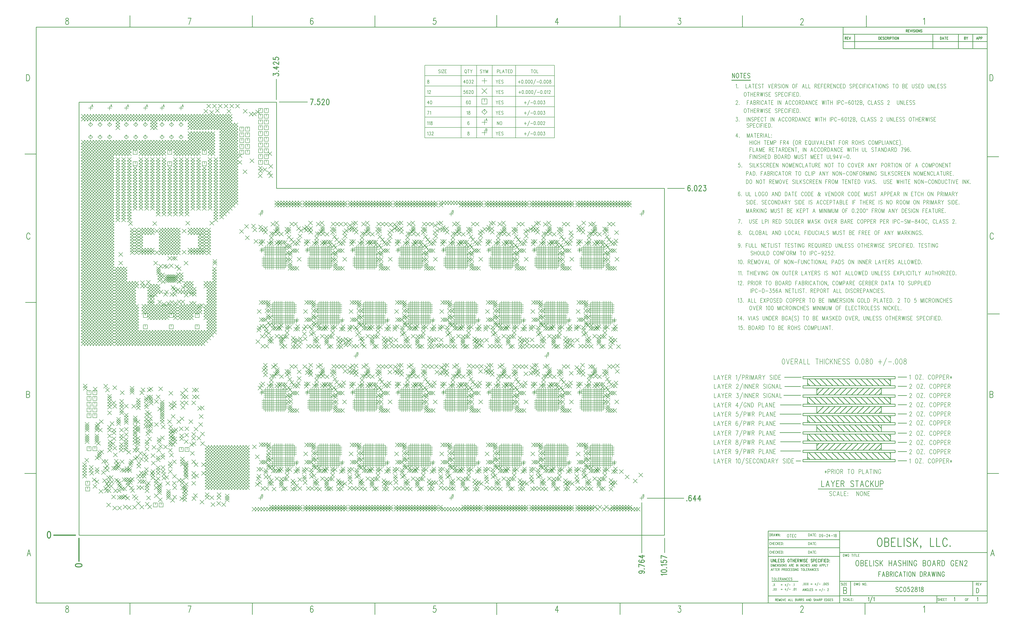
<source format=gbr>
*
*
G04 PADS 9.2 Build Number: 414666 generated Gerber (RS-274-X) file*
G04 PC Version=2.1*
*
%IN "SC1B_REVD_ARC.pcb"*%
*
%MOIN*%
*
%FSLAX24Y24*%
*
*
*
*
G04 PC Standard Apertures*
*
*
G04 Thermal Relief Aperture macro.*
%AMTER*
1,1,$1,0,0*
1,0,$1-$2,0,0*
21,0,$3,$4,0,0,45*
21,0,$3,$4,0,0,135*
%
*
*
G04 Annular Aperture macro.*
%AMANN*
1,1,$1,0,0*
1,0,$2,0,0*
%
*
*
G04 Odd Aperture macro.*
%AMODD*
1,1,$1,0,0*
1,0,$1-0.005,0,0*
%
*
*
G04 PC Custom Aperture Macros*
*
*
*
*
*
*
G04 PC Aperture Table*
*
%ADD010C,0.001*%
%ADD025C,0.02*%
%ADD028C,0.01*%
%ADD029C,0.007*%
%ADD031C,0.015*%
%ADD063C,0.008*%
%ADD064C,0.012*%
%ADD283C,0.00713*%
%ADD284C,0.00855*%
%ADD285C,0.0096*%
*
*
*
*
G04 PC Circuitry*
G04 Layer Name SC1B_REVD_ARC.pcb - circuitry*
%LPD*%
*
*
G04 PC Custom Flashes*
G04 Layer Name SC1B_REVD_ARC.pcb - flashes*
%LPD*%
*
*
G04 PC Circuitry*
G04 Layer Name SC1B_REVD_ARC.pcb - circuitry*
%LPD*%
*
G54D10*
G54D25*
G01X124257Y121710D02*
X120492D01*
X124867Y121170D02*
Y117170D01*
G54D28*
X266979Y112603D02*
X266923Y112682D01*
X266837Y112721*
X266837D02*
X266724D01*
X266638Y112682*
X266638D02*
X266582Y112603D01*
X266582D02*
Y112525D01*
X266582D02*
X266610Y112447D01*
X266610D02*
X266638Y112408D01*
X266638D02*
X266695Y112369D01*
X266695D02*
X266866Y112291D01*
X266923Y112252*
X266951Y112213*
X266979Y112135*
X266979D02*
Y112017D01*
X266979D02*
X266923Y111939D01*
X266923D02*
X266837Y111900D01*
X266837D02*
X266724D01*
X266724D02*
X266638Y111939D01*
X266638D02*
X266582Y112017D01*
X267661Y112525D02*
X267633Y112603D01*
X267633D02*
X267576Y112682D01*
X267519Y112721*
X267519D02*
X267405D01*
X267405D02*
X267349Y112682D01*
X267292Y112603*
X267292D02*
X267263Y112525D01*
X267263D02*
X267235Y112408D01*
X267235D02*
Y112213D01*
X267263Y112096*
X267263D02*
X267292Y112017D01*
X267292D02*
X267349Y111939D01*
X267349D02*
X267405Y111900D01*
X267405D02*
X267519D01*
X267519D02*
X267576Y111939D01*
X267576D02*
X267633Y112017D01*
X267633D02*
X267661Y112096D01*
X268087Y112721D02*
X268002Y112682D01*
X268002D02*
X267945Y112564D01*
X267945D02*
X267917Y112369D01*
X267917D02*
Y112252D01*
X267945Y112057*
X267945D02*
X268002Y111939D01*
X268002D02*
X268087Y111900D01*
X268087D02*
X268144D01*
X268144D02*
X268229Y111939D01*
X268229D02*
X268286Y112057D01*
X268286D02*
X268315Y112252D01*
Y112369*
X268315D02*
X268286Y112564D01*
X268286D02*
X268229Y112682D01*
X268229D02*
X268144Y112721D01*
X268144D02*
X268087D01*
X268940D02*
X268655D01*
X268655D02*
X268627Y112369D01*
X268627D02*
X268655Y112408D01*
X268655D02*
X268741Y112447D01*
X268741D02*
X268826D01*
X268826D02*
X268911Y112408D01*
X268911D02*
X268968Y112330D01*
X268996Y112213*
X268996D02*
X268968Y112135D01*
X268940Y112017*
X268940D02*
X268883Y111939D01*
X268883D02*
X268798Y111900D01*
X268798D02*
X268712D01*
X268712D02*
X268627Y111939D01*
X268627D02*
X268599Y111978D01*
X268599D02*
X268570Y112057D01*
X269280Y112525D02*
Y112564D01*
X269280D02*
X269309Y112642D01*
X269309D02*
X269337Y112682D01*
X269337D02*
X269394Y112721D01*
X269394D02*
X269508D01*
X269565Y112682*
X269593Y112642*
X269593D02*
X269621Y112564D01*
X269621D02*
Y112486D01*
X269621D02*
X269593Y112408D01*
X269593D02*
X269536Y112291D01*
X269536D02*
X269252Y111900D01*
X269252D02*
X269650D01*
X270048Y112721D02*
X269962Y112682D01*
X269962D02*
X269934Y112603D01*
X269934D02*
Y112525D01*
X269934D02*
X269962Y112447D01*
X269962D02*
X270019Y112408D01*
X270019D02*
X270133Y112369D01*
X270133D02*
X270218Y112330D01*
X270275Y112252*
X270303Y112174*
X270303D02*
Y112057D01*
X270303D02*
X270275Y111978D01*
X270275D02*
X270246Y111939D01*
X270246D02*
X270161Y111900D01*
X270161D02*
X270048D01*
X270048D02*
X269962Y111939D01*
X269962D02*
X269934Y111978D01*
X269934D02*
X269905Y112057D01*
X269905D02*
Y112174D01*
X269905D02*
X269934Y112252D01*
X269991Y112330*
X270076Y112369*
X270076D02*
X270190Y112408D01*
X270190D02*
X270246Y112447D01*
X270246D02*
X270275Y112525D01*
X270275D02*
Y112603D01*
X270275D02*
X270246Y112682D01*
X270246D02*
X270161Y112721D01*
X270161D02*
X270048D01*
X270559Y112564D02*
X270616Y112603D01*
X270616D02*
X270701Y112721D01*
Y111900*
X271099Y112721D02*
X271013Y112682D01*
X271013D02*
X270985Y112603D01*
X270985D02*
Y112525D01*
X270985D02*
X271013Y112447D01*
X271013D02*
X271070Y112408D01*
X271070D02*
X271184Y112369D01*
X271184D02*
X271269Y112330D01*
X271269D02*
X271326Y112252D01*
X271354Y112174*
X271354D02*
Y112057D01*
X271354D02*
X271326Y111978D01*
X271326D02*
X271298Y111939D01*
X271298D02*
X271212Y111900D01*
X271212D02*
X271099D01*
X271099D02*
X271013Y111939D01*
X271013D02*
X270985Y111978D01*
X270985D02*
X270957Y112057D01*
Y112174*
X270985Y112252*
X271042Y112330*
X271127Y112369*
X271127D02*
X271241Y112408D01*
X271241D02*
X271298Y112447D01*
X271298D02*
X271326Y112525D01*
X271326D02*
Y112603D01*
X271326D02*
X271298Y112682D01*
X271212Y112721*
X271212D02*
X271099D01*
X124867Y121710D02*
Y196907D01*
X124867D02*
X159119D01*
X159119D02*
Y181947D01*
X226441*
X226441D02*
Y121710D01*
X226441D02*
X124867D01*
X282441Y209944D02*
X117441D01*
Y109944D02*
Y209944D01*
X133691D02*
Y211944D01*
X154941Y209944D02*
Y211944D01*
X176191Y209944D02*
Y211944D01*
X282441Y109944D02*
Y209944D01*
X218711D02*
Y211944D01*
X239961Y209944D02*
Y211944D01*
X257441Y208694D02*
X282420D01*
X257441Y206194D02*
X282420D01*
X257441Y207444D02*
X282420D01*
X257441Y209944D02*
Y206194D01*
X259441Y208694D02*
Y206194D01*
X272991D02*
Y208694D01*
X277441Y206194D02*
Y208694D01*
X279941Y206194D02*
Y208694D01*
X261461Y211944D02*
Y209944D01*
X197341Y211994D02*
Y209994D01*
X282441Y109944D02*
X117441D01*
X256841Y113694D02*
X282461D01*
X256841Y118694D02*
X282441D01*
Y111194D02*
X256841D01*
X279941Y113694D02*
Y111194D01*
X282441Y132444D02*
X284441D01*
X282441Y187444D02*
X284441D01*
X282441Y122444D02*
X244438D01*
X282558Y160153D02*
X284558D01*
X218711Y109944D02*
Y107944D01*
X239961Y109944D02*
Y107944D01*
X261211Y109944D02*
Y107944D01*
X256841Y122444D02*
Y109944D01*
X258741Y113694D02*
Y111194D01*
X273691D02*
Y109944D01*
X245044Y113705D02*
X249640D01*
X244438Y122444D02*
Y109944D01*
X256841Y120933D02*
X244438D01*
Y119533D02*
X256841D01*
Y118033D02*
X244438D01*
X256841Y111183D02*
X244438D01*
X197341Y109894D02*
Y107894D01*
X133691Y109944D02*
Y107944D01*
X154941Y109944D02*
Y107944D01*
X176191Y109944D02*
Y107944D01*
X117433Y187891D02*
X115464D01*
X117441Y132444D02*
X115441D01*
X115558Y162153D02*
X117458D01*
X250053Y211158D02*
Y211211D01*
X250053D02*
X250092Y211317D01*
X250092D02*
X250131Y211370D01*
X250131D02*
X250208Y211423D01*
X250208D02*
X250363D01*
X250363D02*
X250440Y211370D01*
X250440D02*
X250478Y211317D01*
X250478D02*
X250517Y211211D01*
X250517D02*
Y211105D01*
X250517D02*
X250478Y210998D01*
X250478D02*
X250401Y210839D01*
X250401D02*
X250015Y210308D01*
X250556*
X280694Y208248D02*
X280566Y207789D01*
X280694Y208248D02*
X280821Y207789D01*
X280614Y207942D02*
X280773D01*
X280964Y208248D02*
Y207789D01*
Y208248D02*
X281107D01*
X281107D02*
X281155Y208226D01*
X281155D02*
X281171Y208204D01*
X281171D02*
X281187Y208160D01*
X281187D02*
Y208095D01*
X281171Y208051*
X281171D02*
X281155Y208029D01*
X281155D02*
X281107Y208007D01*
X281107D02*
X280964D01*
X281330Y208248D02*
Y207789D01*
Y208248D02*
X281473D01*
X281473D02*
X281521Y208226D01*
X281521D02*
X281537Y208204D01*
X281537D02*
X281553Y208160D01*
X281553D02*
Y208095D01*
X281537Y208051*
X281537D02*
X281521Y208029D01*
X281521D02*
X281473Y208007D01*
X281473D02*
X281330D01*
X278444Y208248D02*
Y207789D01*
Y208248D02*
X278587D01*
X278587D02*
X278635Y208226D01*
X278635D02*
X278651Y208204D01*
X278651D02*
X278667Y208160D01*
X278667D02*
Y208117D01*
X278651Y208073*
X278635Y208051*
X278635D02*
X278587Y208029D01*
X278444D02*
X278587D01*
X278587D02*
X278635Y208007D01*
X278635D02*
X278651Y207985D01*
X278651D02*
X278667Y207942D01*
Y207876*
X278667D02*
X278651Y207832D01*
X278651D02*
X278635Y207810D01*
X278635D02*
X278587Y207789D01*
X278587D02*
X278444D01*
X278810Y208248D02*
X278937Y208029D01*
X278937D02*
Y207789D01*
X279065Y208248D02*
X278937Y208029D01*
X274281Y208248D02*
Y207789D01*
Y208248D02*
X274392D01*
X274392D02*
X274440Y208226D01*
X274440D02*
X274472Y208182D01*
X274472D02*
X274488Y208139D01*
X274504Y208073*
Y207964*
X274488Y207898*
X274472Y207854*
X274472D02*
X274440Y207810D01*
X274440D02*
X274392Y207789D01*
X274392D02*
X274281D01*
X274774Y208248D02*
X274647Y207789D01*
X274774Y208248D02*
X274902Y207789D01*
X274695Y207942D02*
X274854D01*
X275156Y208248D02*
Y207789D01*
X275045Y208248D02*
X275267D01*
X275411D02*
Y207789D01*
Y208248D02*
X275617D01*
X275411Y208029D02*
X275538D01*
X275411Y207789D02*
X275617D01*
X271351Y211308D02*
X271428Y211361D01*
X271428D02*
X271544Y211521D01*
Y210405*
X268359Y209516D02*
Y209057D01*
Y209516D02*
X268502D01*
X268502D02*
X268550Y209494D01*
X268550D02*
X268566Y209472D01*
X268566D02*
X268582Y209428D01*
X268582D02*
Y209385D01*
X268566Y209341*
X268550Y209319*
X268550D02*
X268502Y209297D01*
X268502D02*
X268359D01*
X268471D02*
X268582Y209057D01*
X268725Y209516D02*
Y209057D01*
Y209516D02*
X268932D01*
X268725Y209297D02*
X268852D01*
X268725Y209057D02*
X268932D01*
X269075Y209516D02*
X269202Y209057D01*
X269330Y209516D02*
X269202Y209057D01*
X269473Y209516D02*
Y209057D01*
X269839Y209450D02*
X269807Y209494D01*
X269759Y209516*
X269759D02*
X269696D01*
X269648Y209494*
X269616Y209450*
X269616D02*
Y209407D01*
X269632Y209363*
X269648Y209341*
X269680Y209319*
X269775Y209275*
X269775D02*
X269807Y209253D01*
X269807D02*
X269823Y209232D01*
X269839Y209188*
Y209122*
X269839D02*
X269807Y209078D01*
X269807D02*
X269759Y209057D01*
X269759D02*
X269696D01*
X269648Y209078*
X269648D02*
X269616Y209122D01*
X269982Y209516D02*
Y209057D01*
X270221Y209516D02*
X270189Y209494D01*
X270157Y209450*
X270157D02*
X270141Y209407D01*
X270125Y209341*
X270125D02*
Y209232D01*
X270125D02*
X270141Y209166D01*
X270157Y209122*
X270157D02*
X270189Y209078D01*
X270189D02*
X270221Y209057D01*
X270284*
X270284D02*
X270316Y209078D01*
X270316D02*
X270348Y209122D01*
X270348D02*
X270364Y209166D01*
X270380Y209232*
Y209341*
X270364Y209407*
X270348Y209450*
X270348D02*
X270316Y209494D01*
X270284Y209516*
X270284D02*
X270221D01*
X270523D02*
Y209057D01*
Y209516D02*
X270746Y209057D01*
Y209516D02*
Y209057D01*
X271111Y209450D02*
X271080Y209494D01*
X271032Y209516*
X270968*
X270968D02*
X270921Y209494D01*
X270889Y209450*
X270889D02*
Y209407D01*
X270905Y209363*
X270921Y209341*
X270952Y209319*
X270952D02*
X271048Y209275D01*
X271048D02*
X271080Y209253D01*
X271080D02*
X271096Y209232D01*
X271111Y209188*
X271111D02*
Y209122D01*
X271111D02*
X271080Y209078D01*
X271080D02*
X271032Y209057D01*
X270968*
X270968D02*
X270921Y209078D01*
X270921D02*
X270889Y209122D01*
X257750Y208248D02*
Y207789D01*
Y208248D02*
X257893D01*
X257940Y208226*
X257940D02*
X257956Y208204D01*
X257956D02*
X257972Y208160D01*
X257972D02*
Y208117D01*
X257972D02*
X257956Y208073D01*
X257956D02*
X257940Y208051D01*
X257940D02*
X257893Y208029D01*
X257893D02*
X257750D01*
X257861D02*
X257972Y207789D01*
X258115Y208248D02*
Y207789D01*
Y208248D02*
X258322D01*
X258115Y208029D02*
X258243D01*
X258115Y207789D02*
X258322D01*
X258465Y208248D02*
X258593Y207789D01*
X258720Y208248D02*
X258593Y207789D01*
X263606Y208248D02*
Y207789D01*
Y208248D02*
X263717D01*
X263765Y208226*
X263765D02*
X263797Y208182D01*
X263797D02*
X263812Y208139D01*
X263812D02*
X263828Y208073D01*
X263828D02*
Y207964D01*
X263828D02*
X263812Y207898D01*
X263812D02*
X263797Y207854D01*
X263797D02*
X263765Y207810D01*
X263765D02*
X263717Y207789D01*
X263606*
X263972Y208248D02*
Y207789D01*
Y208248D02*
X264178D01*
X263972Y208029D02*
X264099D01*
X263972Y207789D02*
X264178D01*
X264544Y208182D02*
X264512Y208226D01*
X264512D02*
X264465Y208248D01*
X264401*
X264401D02*
X264353Y208226D01*
X264353D02*
X264322Y208182D01*
X264322D02*
Y208139D01*
X264337Y208095*
X264337D02*
X264353Y208073D01*
X264353D02*
X264385Y208051D01*
X264385D02*
X264481Y208007D01*
X264481D02*
X264512Y207985D01*
X264512D02*
X264528Y207964D01*
X264528D02*
X264544Y207920D01*
X264544D02*
Y207854D01*
X264544D02*
X264512Y207810D01*
X264512D02*
X264465Y207789D01*
X264401*
X264401D02*
X264353Y207810D01*
X264353D02*
X264322Y207854D01*
X264926Y208139D02*
X264910Y208182D01*
X264910D02*
X264878Y208226D01*
X264878D02*
X264847Y208248D01*
X264783*
X264751Y208226*
X264751D02*
X264719Y208182D01*
X264719D02*
X264703Y208139D01*
X264703D02*
X264687Y208073D01*
X264687D02*
Y207964D01*
X264687D02*
X264703Y207898D01*
X264703D02*
X264719Y207854D01*
X264719D02*
X264751Y207810D01*
X264751D02*
X264783Y207789D01*
X264847*
X264878Y207810*
X264878D02*
X264910Y207854D01*
X264910D02*
X264926Y207898D01*
X265069Y208248D02*
Y207789D01*
Y208248D02*
X265212D01*
X265212D02*
X265260Y208226D01*
X265260D02*
X265276Y208204D01*
X265276D02*
X265292Y208160D01*
X265292D02*
Y208117D01*
X265276Y208073*
X265276D02*
X265260Y208051D01*
X265260D02*
X265212Y208029D01*
X265212D02*
X265069D01*
X265181D02*
X265292Y207789D01*
X265435Y208248D02*
Y207789D01*
X265578Y208248D02*
Y207789D01*
Y208248D02*
X265722D01*
X265769Y208226*
X265769D02*
X265785Y208204D01*
X265785D02*
X265801Y208160D01*
X265801D02*
Y208095D01*
X265801D02*
X265785Y208051D01*
X265785D02*
X265769Y208029D01*
X265769D02*
X265722Y208007D01*
X265722D02*
X265578D01*
X266056Y208248D02*
Y207789D01*
X265944Y208248D02*
X266167D01*
X266310D02*
Y207789D01*
X266549Y208248D02*
X266517Y208226D01*
X266517D02*
X266485Y208182D01*
X266485D02*
X266469Y208139D01*
X266469D02*
X266453Y208073D01*
X266453D02*
Y207964D01*
X266453D02*
X266469Y207898D01*
X266469D02*
X266485Y207854D01*
X266485D02*
X266517Y207810D01*
X266517D02*
X266549Y207789D01*
X266612*
X266612D02*
X266644Y207810D01*
X266644D02*
X266676Y207854D01*
X266676D02*
X266692Y207898D01*
X266708Y207964*
Y208073*
X266692Y208139*
X266676Y208182*
X266676D02*
X266644Y208226D01*
X266644D02*
X266612Y208248D01*
X266612D02*
X266549D01*
X266851D02*
Y207789D01*
Y208248D02*
X267074Y207789D01*
Y208248D02*
Y207789D01*
X228842Y211521D02*
X229267D01*
X229267D02*
X229035Y211096D01*
X229035D02*
X229151D01*
X229151D02*
X229228Y211043D01*
X229228D02*
X229267Y210990D01*
X229267D02*
X229306Y210830D01*
X229306D02*
Y210724D01*
X229267Y210565*
X229267D02*
X229190Y210458D01*
X229190D02*
X229074Y210405D01*
X229074D02*
X228958D01*
X228958D02*
X228842Y210458D01*
X228842D02*
X228803Y210511D01*
X228803D02*
X228765Y210618D01*
X207873Y211521D02*
X207486Y210777D01*
X207486D02*
X208066D01*
X207873Y211521D02*
Y210405D01*
X186767Y211521D02*
X186381D01*
X186342Y211043*
X186342D02*
X186381Y211096D01*
X186497Y211149*
X186613*
X186728Y211096*
X186728D02*
X186806Y210990D01*
X186844Y210830*
X186844D02*
X186806Y210724D01*
X186767Y210565*
X186767D02*
X186690Y210458D01*
X186690D02*
X186574Y210405D01*
X186574D02*
X186458D01*
X186458D02*
X186342Y210458D01*
X186342D02*
X186303Y210511D01*
X186303D02*
X186265Y210618D01*
X165450Y211361D02*
X165411Y211468D01*
X165411D02*
X165295Y211521D01*
X165295D02*
X165218D01*
X165218D02*
X165102Y211468D01*
X165102D02*
X165025Y211308D01*
X165025D02*
X164986Y211043D01*
X164986D02*
Y210777D01*
X164986D02*
X165025Y210565D01*
X165102Y210458*
X165102D02*
X165218Y210405D01*
X165218D02*
X165257D01*
X165257D02*
X165373Y210458D01*
X165373D02*
X165450Y210565D01*
X165489Y210724*
Y210777*
X165489D02*
X165450Y210936D01*
X165450D02*
X165373Y211043D01*
X165257Y211096*
X165218*
X165218D02*
X165102Y211043D01*
X165102D02*
X165025Y210936D01*
X165025D02*
X164986Y210777D01*
X144306Y211521D02*
X143919Y210405D01*
X143765Y211521D02*
X144306D01*
X122708D02*
X122592Y211468D01*
X122592D02*
X122553Y211361D01*
X122553D02*
Y211255D01*
X122553D02*
X122592Y211149D01*
X122592D02*
X122669Y211096D01*
X122669D02*
X122824Y211043D01*
X122940Y210990*
X123017Y210883*
X123017D02*
X123056Y210777D01*
X123056D02*
Y210618D01*
X123017Y210511*
X123017D02*
X122978Y210458D01*
X122978D02*
X122863Y210405D01*
X122863D02*
X122708D01*
X122708D02*
X122592Y210458D01*
X122592D02*
X122553Y210511D01*
X122553D02*
X122515Y210618D01*
Y210777*
X122515D02*
X122553Y210883D01*
X122553D02*
X122631Y210990D01*
X122747Y211043*
X122901Y211096*
X122901D02*
X122978Y211149D01*
X122978D02*
X123017Y211255D01*
X123017D02*
Y211361D01*
X123017D02*
X122978Y211468D01*
X122978D02*
X122863Y211521D01*
X122708*
X280688Y110814D02*
X280734Y110846D01*
X280802Y110939*
X280802D02*
Y110283D01*
X276688Y110814D02*
X276734Y110846D01*
X276802Y110939*
X276802D02*
Y110283D01*
X280567Y112518D02*
Y111697D01*
Y112518D02*
X280765D01*
X280765D02*
X280851Y112478D01*
X280851D02*
X280908Y112400D01*
X280908D02*
X280936Y112322D01*
X280936D02*
X280964Y112205D01*
X280964D02*
Y112010D01*
X280964D02*
X280936Y111893D01*
X280908Y111814*
X280908D02*
X280851Y111736D01*
X280851D02*
X280765Y111697D01*
X280765D02*
X280567D01*
X282893Y201710D02*
Y200594D01*
Y201710D02*
X283163D01*
X283163D02*
X283279Y201656D01*
X283279D02*
X283357Y201550D01*
X283357D02*
X283395Y201444D01*
X283395D02*
X283434Y201285D01*
Y201019*
X283395Y200860*
X283395D02*
X283357Y200753D01*
X283357D02*
X283279Y200647D01*
X283279D02*
X283163Y200594D01*
X283163D02*
X282893D01*
X283501Y173944D02*
X283463Y174050D01*
X283463D02*
X283385Y174156D01*
X283385D02*
X283308Y174210D01*
X283153*
X283153D02*
X283076Y174156D01*
X283076D02*
X282999Y174050D01*
X282999D02*
X282960Y173944D01*
X282960D02*
X282922Y173785D01*
Y173519*
X282960Y173360*
X282960D02*
X282999Y173253D01*
X282999D02*
X283076Y173147D01*
X283076D02*
X283153Y173094D01*
X283153D02*
X283308D01*
X283385Y173147*
X283385D02*
X283463Y173253D01*
X283463D02*
X283501Y173360D01*
X282893Y146710D02*
Y145594D01*
Y146710D02*
X283241D01*
X283357Y146656*
X283357D02*
X283395Y146603D01*
X283395D02*
X283434Y146497D01*
Y146391*
X283395Y146285*
X283395D02*
X283357Y146231D01*
X283357D02*
X283241Y146178D01*
X282893D02*
X283241D01*
X283241D02*
X283357Y146125D01*
X283357D02*
X283395Y146072D01*
X283395D02*
X283434Y145966D01*
Y145806*
X283434D02*
X283395Y145700D01*
X283395D02*
X283357Y145647D01*
X283241Y145594*
X282893*
X283350Y119210D02*
X283041Y118094D01*
X283350Y119210D02*
X283659Y118094D01*
X283157Y118466D02*
X283543D01*
X259834Y117348D02*
X259765Y117301D01*
X259765D02*
X259697Y117207D01*
X259697D02*
X259663Y117113D01*
X259663D02*
X259629Y116973D01*
X259629D02*
Y116738D01*
X259629D02*
X259663Y116598D01*
X259663D02*
X259697Y116504D01*
X259697D02*
X259765Y116410D01*
X259765D02*
X259834Y116363D01*
X259834D02*
X259970D01*
X259970D02*
X260038Y116410D01*
X260038D02*
X260106Y116504D01*
X260106D02*
X260140Y116598D01*
X260140D02*
X260175Y116738D01*
X260175D02*
Y116973D01*
X260140Y117113*
X260140D02*
X260106Y117207D01*
X260106D02*
X260038Y117301D01*
X260038D02*
X259970Y117348D01*
X259834*
X260481D02*
Y116363D01*
Y117348D02*
X260788D01*
X260788D02*
X260890Y117301D01*
X260890D02*
X260925Y117254D01*
X260959Y117160*
X260959D02*
Y117067D01*
X260925Y116973*
X260890Y116926*
X260890D02*
X260788Y116879D01*
X260481D02*
X260788D01*
X260788D02*
X260890Y116832D01*
X260890D02*
X260925Y116785D01*
X260925D02*
X260959Y116692D01*
Y116551*
X260925Y116457*
X260925D02*
X260890Y116410D01*
X260890D02*
X260788Y116363D01*
X260788D02*
X260481D01*
X261265Y117348D02*
Y116363D01*
Y117348D02*
X261709D01*
X261265Y116879D02*
X261538D01*
X261265Y116363D02*
X261709D01*
X262015Y117348D02*
Y116363D01*
X262015D02*
X262425D01*
X262731Y117348D02*
Y116363D01*
X263515Y117207D02*
X263447Y117301D01*
X263447D02*
X263345Y117348D01*
X263209*
X263106Y117301*
X263106D02*
X263038Y117207D01*
X263038D02*
Y117113D01*
X263038D02*
X263072Y117020D01*
X263072D02*
X263106Y116973D01*
X263106D02*
X263175Y116926D01*
X263379Y116832*
X263379D02*
X263447Y116785D01*
X263447D02*
X263481Y116738D01*
X263481D02*
X263515Y116645D01*
X263515D02*
Y116504D01*
X263515D02*
X263447Y116410D01*
X263447D02*
X263345Y116363D01*
X263345D02*
X263209D01*
X263209D02*
X263106Y116410D01*
X263106D02*
X263038Y116504D01*
X263822Y117348D02*
Y116363D01*
X264300Y117348D02*
X263822Y116692D01*
X263993Y116926D02*
X264300Y116363D01*
X265390Y117348D02*
Y116363D01*
X265868Y117348D02*
Y116363D01*
X265390Y116879D02*
X265868D01*
X266447Y117348D02*
X266175Y116363D01*
X266447Y117348D02*
X266720Y116363D01*
X266277Y116692D02*
X266618D01*
X267504Y117207D02*
X267436Y117301D01*
X267334Y117348*
X267197*
X267197D02*
X267095Y117301D01*
X267027Y117207*
X267027D02*
Y117113D01*
X267027D02*
X267061Y117020D01*
X267095Y116973*
X267163Y116926*
X267163D02*
X267368Y116832D01*
X267368D02*
X267436Y116785D01*
X267436D02*
X267470Y116738D01*
X267470D02*
X267504Y116645D01*
X267504D02*
Y116504D01*
X267504D02*
X267436Y116410D01*
X267436D02*
X267334Y116363D01*
X267334D02*
X267197D01*
X267197D02*
X267095Y116410D01*
X267095D02*
X267027Y116504D01*
X267811Y117348D02*
Y116363D01*
X268288Y117348D02*
Y116363D01*
X267811Y116879D02*
X268288D01*
X268595Y117348D02*
Y116363D01*
X268902Y117348D02*
Y116363D01*
Y117348D02*
X269379Y116363D01*
Y117348D02*
Y116363D01*
X270197Y117113D02*
X270163Y117207D01*
X270163D02*
X270095Y117301D01*
X270027Y117348*
X269890*
X269890D02*
X269822Y117301D01*
X269822D02*
X269754Y117207D01*
X269754D02*
X269720Y117113D01*
X269720D02*
X269686Y116973D01*
Y116738*
X269686D02*
X269720Y116598D01*
X269754Y116504*
X269754D02*
X269822Y116410D01*
X269822D02*
X269890Y116363D01*
X269890D02*
X270027D01*
X270027D02*
X270095Y116410D01*
X270095D02*
X270163Y116504D01*
X270163D02*
X270197Y116598D01*
X270197D02*
Y116738D01*
X270027D02*
X270197D01*
X271288Y117348D02*
Y116363D01*
Y117348D02*
X271595D01*
X271697Y117301*
X271697D02*
X271731Y117254D01*
X271731D02*
X271765Y117160D01*
X271765D02*
Y117067D01*
X271765D02*
X271731Y116973D01*
X271731D02*
X271697Y116926D01*
X271697D02*
X271595Y116879D01*
X271288D02*
X271595D01*
X271697Y116832*
X271697D02*
X271731Y116785D01*
X271731D02*
X271765Y116692D01*
X271765D02*
Y116551D01*
X271765D02*
X271731Y116457D01*
X271731D02*
X271697Y116410D01*
X271697D02*
X271595Y116363D01*
X271595D02*
X271288D01*
X272277Y117348D02*
X272209Y117301D01*
X272140Y117207*
X272140D02*
X272106Y117113D01*
X272106D02*
X272072Y116973D01*
X272072D02*
Y116738D01*
X272072D02*
X272106Y116598D01*
X272106D02*
X272140Y116504D01*
X272140D02*
X272209Y116410D01*
X272209D02*
X272277Y116363D01*
X272277D02*
X272413D01*
X272413D02*
X272481Y116410D01*
X272481D02*
X272550Y116504D01*
X272584Y116598*
X272618Y116738*
X272618D02*
Y116973D01*
X272584Y117113*
X272584D02*
X272550Y117207D01*
X272550D02*
X272481Y117301D01*
X272481D02*
X272413Y117348D01*
X272413D02*
X272277D01*
X273197D02*
X272925Y116363D01*
X273197Y117348D02*
X273470Y116363D01*
X273027Y116692D02*
X273368D01*
X273777Y117348D02*
Y116363D01*
Y117348D02*
X274084D01*
X274186Y117301*
X274220Y117254*
X274254Y117160*
X274254D02*
Y117067D01*
X274254D02*
X274220Y116973D01*
X274186Y116926*
X274084Y116879*
X273777*
X274015D02*
X274254Y116363D01*
X274561Y117348D02*
Y116363D01*
Y117348D02*
X274800D01*
X274902Y117301*
X274970Y117207*
X274970D02*
X275004Y117113D01*
X275004D02*
X275038Y116973D01*
X275038D02*
Y116738D01*
X275038D02*
X275004Y116598D01*
X275004D02*
X274970Y116504D01*
X274902Y116410*
X274902D02*
X274800Y116363D01*
X274800D02*
X274561D01*
X276640Y117113D02*
X276606Y117207D01*
X276606D02*
X276538Y117301D01*
X276538D02*
X276470Y117348D01*
X276334*
X276265Y117301*
X276265D02*
X276197Y117207D01*
X276197D02*
X276163Y117113D01*
X276163D02*
X276129Y116973D01*
X276129D02*
Y116738D01*
X276129D02*
X276163Y116598D01*
X276163D02*
X276197Y116504D01*
X276197D02*
X276265Y116410D01*
X276265D02*
X276334Y116363D01*
X276334D02*
X276470D01*
X276470D02*
X276538Y116410D01*
X276538D02*
X276606Y116504D01*
X276606D02*
X276640Y116598D01*
X276640D02*
Y116738D01*
X276470D02*
X276640D01*
X276947Y117348D02*
Y116363D01*
Y117348D02*
X277390D01*
X276947Y116879D02*
X277220D01*
X276947Y116363D02*
X277390D01*
X277697Y117348D02*
Y116363D01*
Y117348D02*
X278175Y116363D01*
Y117348D02*
Y116363D01*
X278515Y117113D02*
Y117160D01*
X278515D02*
X278550Y117254D01*
X278584Y117301*
X278652Y117348*
X278788*
X278788D02*
X278856Y117301D01*
X278856D02*
X278890Y117254D01*
X278890D02*
X278925Y117160D01*
X278925D02*
Y117067D01*
X278890Y116973*
X278890D02*
X278822Y116832D01*
X278822D02*
X278481Y116363D01*
X278481D02*
X278959D01*
X250053Y109158D02*
Y109211D01*
X250053D02*
X250092Y109317D01*
X250092D02*
X250131Y109370D01*
X250131D02*
X250208Y109423D01*
X250208D02*
X250363D01*
X250363D02*
X250440Y109370D01*
X250440D02*
X250478Y109317D01*
X250478D02*
X250517Y109211D01*
X250517D02*
Y109105D01*
X250517D02*
X250478Y108998D01*
X250478D02*
X250401Y108839D01*
X250401D02*
X250015Y108308D01*
X250556*
X263588Y115363D02*
Y114543D01*
Y115363D02*
X263958D01*
X263588Y114973D02*
X263816D01*
X264441Y115363D02*
X264213Y114543D01*
X264441Y115363D02*
X264668Y114543D01*
X264299Y114817D02*
X264583D01*
X264924Y115363D02*
Y114543D01*
Y115363D02*
X265179D01*
X265179D02*
X265265Y115324D01*
X265265D02*
X265293Y115285D01*
X265293D02*
X265321Y115207D01*
X265321D02*
Y115129D01*
X265321D02*
X265293Y115051D01*
X265265Y115012*
X265179Y114973*
X264924D02*
X265179D01*
X265179D02*
X265265Y114934D01*
X265293Y114895*
X265321Y114817*
X265321D02*
Y114699D01*
X265321D02*
X265293Y114621D01*
X265293D02*
X265265Y114582D01*
X265265D02*
X265179Y114543D01*
X265179D02*
X264924D01*
X265577Y115363D02*
Y114543D01*
Y115363D02*
X265833D01*
X265833D02*
X265918Y115324D01*
X265918D02*
X265946Y115285D01*
X265946D02*
X265975Y115207D01*
X265975D02*
Y115129D01*
X265946Y115051*
X265946D02*
X265918Y115012D01*
X265833Y114973*
X265577*
X265776D02*
X265975Y114543D01*
X266230Y115363D02*
Y114543D01*
X266912Y115168D02*
X266884Y115246D01*
X266884D02*
X266827Y115324D01*
X266827D02*
X266770Y115363D01*
X266770D02*
X266657D01*
X266657D02*
X266600Y115324D01*
X266600D02*
X266543Y115246D01*
X266543D02*
X266515Y115168D01*
X266515D02*
X266486Y115051D01*
X266486D02*
Y114856D01*
X266486D02*
X266515Y114738D01*
X266515D02*
X266543Y114660D01*
X266543D02*
X266600Y114582D01*
X266600D02*
X266657Y114543D01*
X266657D02*
X266770D01*
X266770D02*
X266827Y114582D01*
X266827D02*
X266884Y114660D01*
X266884D02*
X266912Y114738D01*
X267395Y115363D02*
X267168Y114543D01*
X267395Y115363D02*
X267622Y114543D01*
X267253Y114817D02*
X267537D01*
X268077Y115363D02*
Y114543D01*
X267878Y115363D02*
X268276D01*
X268532D02*
Y114543D01*
X268958Y115363D02*
X268901Y115324D01*
X268901D02*
X268844Y115246D01*
X268844D02*
X268816Y115168D01*
X268816D02*
X268787Y115051D01*
X268787D02*
Y114856D01*
X268787D02*
X268816Y114738D01*
X268816D02*
X268844Y114660D01*
X268844D02*
X268901Y114582D01*
X268901D02*
X268958Y114543D01*
X268958D02*
X269071D01*
X269071D02*
X269128Y114582D01*
X269128D02*
X269185Y114660D01*
X269185D02*
X269213Y114738D01*
X269213D02*
X269242Y114856D01*
Y115051*
X269213Y115168*
X269213D02*
X269185Y115246D01*
X269185D02*
X269128Y115324D01*
X269128D02*
X269071Y115363D01*
X269071D02*
X268958D01*
X269497D02*
Y114543D01*
Y115363D02*
X269895Y114543D01*
Y115363D02*
Y114543D01*
X270804Y115363D02*
Y114543D01*
Y115363D02*
X271003D01*
X271003D02*
X271088Y115324D01*
X271088D02*
X271145Y115246D01*
X271145D02*
X271174Y115168D01*
X271174D02*
X271202Y115051D01*
Y114856*
X271174Y114738*
X271174D02*
X271145Y114660D01*
X271145D02*
X271088Y114582D01*
X271088D02*
X271003Y114543D01*
X271003D02*
X270804D01*
X271458Y115363D02*
Y114543D01*
Y115363D02*
X271713D01*
X271713D02*
X271799Y115324D01*
X271799D02*
X271827Y115285D01*
X271827D02*
X271855Y115207D01*
X271855D02*
Y115129D01*
X271855D02*
X271827Y115051D01*
X271799Y115012*
X271713Y114973*
X271713D02*
X271458D01*
X271657D02*
X271855Y114543D01*
X272338Y115363D02*
X272111Y114543D01*
X272338Y115363D02*
X272566Y114543D01*
X272196Y114817D02*
X272480D01*
X272821Y115363D02*
X272963Y114543D01*
X273105Y115363D02*
X272963Y114543D01*
X273105Y115363D02*
X273247Y114543D01*
X273390Y115363D02*
X273247Y114543D01*
X273645Y115363D02*
Y114543D01*
X273901Y115363D02*
Y114543D01*
Y115363D02*
X274299Y114543D01*
Y115363D02*
Y114543D01*
X274980Y115168D02*
X274952Y115246D01*
X274952D02*
X274895Y115324D01*
X274895D02*
X274838Y115363D01*
X274838D02*
X274725D01*
X274725D02*
X274668Y115324D01*
X274668D02*
X274611Y115246D01*
X274611D02*
X274583Y115168D01*
X274583D02*
X274554Y115051D01*
X274554D02*
Y114856D01*
X274554D02*
X274583Y114738D01*
X274583D02*
X274611Y114660D01*
X274611D02*
X274668Y114582D01*
X274668D02*
X274725Y114543D01*
X274725D02*
X274838D01*
X274838D02*
X274895Y114582D01*
X274895D02*
X274952Y114660D01*
X274952D02*
X274980Y114738D01*
X274980D02*
Y114856D01*
X274838D02*
X274980D01*
X244938Y117558D02*
Y117183D01*
X244938D02*
X244957Y117108D01*
X244957D02*
X244993Y117058D01*
X244993D02*
X245047Y117033D01*
X245047D02*
X245084D01*
X245084D02*
X245138Y117058D01*
X245138D02*
X245175Y117108D01*
X245175D02*
X245193Y117183D01*
X245193D02*
Y117558D01*
X245357D02*
Y117033D01*
Y117558D02*
X245611Y117033D01*
Y117558D02*
Y117033D01*
X245775Y117558D02*
Y117033D01*
X245775D02*
X245993D01*
X246157Y117558D02*
Y117033D01*
Y117558D02*
X246393D01*
X246157Y117308D02*
X246302D01*
X246157Y117033D02*
X246393D01*
X246811Y117483D02*
X246775Y117533D01*
X246775D02*
X246720Y117558D01*
X246720D02*
X246647D01*
X246647D02*
X246593Y117533D01*
X246593D02*
X246557Y117483D01*
X246557D02*
Y117433D01*
X246557D02*
X246575Y117383D01*
X246575D02*
X246593Y117358D01*
X246593D02*
X246629Y117333D01*
X246629D02*
X246738Y117283D01*
X246738D02*
X246775Y117258D01*
X246775D02*
X246793Y117233D01*
X246793D02*
X246811Y117183D01*
X246811D02*
Y117108D01*
X246811D02*
X246775Y117058D01*
X246775D02*
X246720Y117033D01*
X246720D02*
X246647D01*
X246647D02*
X246593Y117058D01*
X246593D02*
X246557Y117108D01*
X247229Y117483D02*
X247193Y117533D01*
X247193D02*
X247138Y117558D01*
X247138D02*
X247066D01*
X247066D02*
X247011Y117533D01*
X247011D02*
X246975Y117483D01*
X246975D02*
Y117433D01*
X246975D02*
X246993Y117383D01*
X246993D02*
X247011Y117358D01*
X247011D02*
X247047Y117333D01*
X247047D02*
X247157Y117283D01*
X247157D02*
X247193Y117258D01*
X247193D02*
X247211Y117233D01*
X247211D02*
X247229Y117183D01*
X247229D02*
Y117108D01*
X247229D02*
X247193Y117058D01*
X247193D02*
X247138Y117033D01*
X247138D02*
X247066D01*
X247066D02*
X247011Y117058D01*
X247011D02*
X246975Y117108D01*
X247920Y117558D02*
X247884Y117533D01*
X247884D02*
X247847Y117483D01*
X247847D02*
X247829Y117433D01*
X247829D02*
X247811Y117358D01*
X247811D02*
Y117233D01*
X247811D02*
X247829Y117158D01*
X247829D02*
X247847Y117108D01*
X247847D02*
X247884Y117058D01*
X247884D02*
X247920Y117033D01*
X247920D02*
X247993D01*
X247993D02*
X248029Y117058D01*
X248029D02*
X248066Y117108D01*
X248066D02*
X248084Y117158D01*
X248084D02*
X248102Y117233D01*
X248102D02*
Y117358D01*
X248102D02*
X248084Y117433D01*
X248084D02*
X248066Y117483D01*
X248066D02*
X248029Y117533D01*
X248029D02*
X247993Y117558D01*
X247993D02*
X247920D01*
X248393D02*
Y117033D01*
X248266Y117558D02*
X248520D01*
X248684D02*
Y117033D01*
X248938Y117558D02*
Y117033D01*
X248684Y117308D02*
X248938D01*
X249102Y117558D02*
Y117033D01*
Y117558D02*
X249338D01*
X249102Y117308D02*
X249247D01*
X249102Y117033D02*
X249338D01*
X249502Y117558D02*
Y117033D01*
Y117558D02*
X249666D01*
X249666D02*
X249720Y117533D01*
X249720D02*
X249738Y117508D01*
X249738D02*
X249757Y117458D01*
X249757D02*
Y117408D01*
X249757D02*
X249738Y117358D01*
X249738D02*
X249720Y117333D01*
X249720D02*
X249666Y117308D01*
X249666D02*
X249502D01*
X249629D02*
X249757Y117033D01*
X249920Y117558D02*
X250011Y117033D01*
X250102Y117558D02*
X250011Y117033D01*
X250102Y117558D02*
X250193Y117033D01*
X250284Y117558D02*
X250193Y117033D01*
X250447Y117558D02*
Y117033D01*
X250866Y117483D02*
X250829Y117533D01*
X250829D02*
X250775Y117558D01*
X250775D02*
X250702D01*
X250702D02*
X250647Y117533D01*
X250647D02*
X250611Y117483D01*
X250611D02*
Y117433D01*
X250611D02*
X250629Y117383D01*
X250629D02*
X250647Y117358D01*
X250647D02*
X250684Y117333D01*
X250684D02*
X250793Y117283D01*
X250793D02*
X250829Y117258D01*
X250829D02*
X250847Y117233D01*
X250847D02*
X250866Y117183D01*
X250866D02*
Y117108D01*
X250866D02*
X250829Y117058D01*
X250829D02*
X250775Y117033D01*
X250775D02*
X250702D01*
X250702D02*
X250647Y117058D01*
X250647D02*
X250611Y117108D01*
X251029Y117558D02*
Y117033D01*
Y117558D02*
X251266D01*
X251029Y117308D02*
X251175D01*
X251029Y117033D02*
X251266D01*
X252102Y117483D02*
X252066Y117533D01*
X252066D02*
X252011Y117558D01*
X252011D02*
X251938D01*
X251938D02*
X251884Y117533D01*
X251884D02*
X251847Y117483D01*
X251847D02*
Y117433D01*
X251847D02*
X251866Y117383D01*
X251866D02*
X251884Y117358D01*
X251884D02*
X251920Y117333D01*
X251920D02*
X252029Y117283D01*
X252029D02*
X252066Y117258D01*
X252066D02*
X252084Y117233D01*
X252084D02*
X252102Y117183D01*
X252102D02*
Y117108D01*
X252102D02*
X252066Y117058D01*
X252066D02*
X252011Y117033D01*
X252011D02*
X251938D01*
X251938D02*
X251884Y117058D01*
X251884D02*
X251847Y117108D01*
X252266Y117558D02*
Y117033D01*
Y117558D02*
X252429D01*
X252429D02*
X252484Y117533D01*
X252484D02*
X252502Y117508D01*
X252502D02*
X252520Y117458D01*
X252520D02*
Y117383D01*
X252520D02*
X252502Y117333D01*
X252502D02*
X252484Y117308D01*
X252484D02*
X252429Y117283D01*
X252429D02*
X252266D01*
X252684Y117558D02*
Y117033D01*
Y117558D02*
X252920D01*
X252684Y117308D02*
X252829D01*
X252684Y117033D02*
X252920D01*
X253357Y117433D02*
X253338Y117483D01*
X253338D02*
X253302Y117533D01*
X253302D02*
X253266Y117558D01*
X253266D02*
X253193D01*
X253193D02*
X253157Y117533D01*
X253157D02*
X253120Y117483D01*
X253120D02*
X253102Y117433D01*
X253102D02*
X253084Y117358D01*
X253084D02*
Y117233D01*
X253084D02*
X253102Y117158D01*
X253102D02*
X253120Y117108D01*
X253120D02*
X253157Y117058D01*
X253157D02*
X253193Y117033D01*
X253193D02*
X253266D01*
X253266D02*
X253302Y117058D01*
X253302D02*
X253338Y117108D01*
X253338D02*
X253357Y117158D01*
X253520Y117558D02*
Y117033D01*
X253684Y117558D02*
Y117033D01*
Y117558D02*
X253920D01*
X253684Y117308D02*
X253829D01*
X254084Y117558D02*
Y117033D01*
X254247Y117558D02*
Y117033D01*
Y117558D02*
X254484D01*
X254247Y117308D02*
X254393D01*
X254247Y117033D02*
X254484D01*
X254647Y117558D02*
Y117033D01*
Y117558D02*
X254775D01*
X254775D02*
X254829Y117533D01*
X254829D02*
X254866Y117483D01*
X254866D02*
X254884Y117433D01*
X254884D02*
X254902Y117358D01*
X254902D02*
Y117233D01*
X254902D02*
X254884Y117158D01*
X254884D02*
X254866Y117108D01*
X254866D02*
X254829Y117058D01*
X254829D02*
X254775Y117033D01*
X254775D02*
X254647D01*
X255084Y117383D02*
X255066Y117358D01*
X255066D02*
X255084Y117333D01*
X255084D02*
X255102Y117358D01*
X255102D02*
X255084Y117383D01*
Y117083D02*
X255066Y117058D01*
X255066D02*
X255084Y117033D01*
X255084D02*
X255102Y117058D01*
X255102D02*
X255084Y117083D01*
X257480Y112673D02*
Y111557D01*
Y112673D02*
X257828D01*
X257944Y112620*
X257982Y112567*
X257982D02*
X258021Y112460D01*
X258021D02*
Y112354D01*
X258021D02*
X257982Y112248D01*
X257982D02*
X257944Y112195D01*
X257828Y112142*
X257480D02*
X257828D01*
X257944Y112088*
X257944D02*
X257982Y112035D01*
X257982D02*
X258021Y111929D01*
X258021D02*
Y111770D01*
X258021D02*
X257982Y111663D01*
X257982D02*
X257944Y111610D01*
X257944D02*
X257828Y111557D01*
X257828D02*
X257480D01*
X271351Y109211D02*
X271428Y109264D01*
X271428D02*
X271544Y109423D01*
X271544D02*
Y108308D01*
X228842Y109423D02*
X229267D01*
X229267D02*
X229035Y108998D01*
X229035D02*
X229151D01*
X229151D02*
X229228Y108945D01*
X229228D02*
X229267Y108892D01*
X229267D02*
X229306Y108733D01*
Y108627*
X229267Y108467*
X229267D02*
X229190Y108361D01*
X229074Y108308*
X228958*
X228842Y108361*
X228842D02*
X228803Y108414D01*
X228803D02*
X228765Y108520D01*
X207873Y109423D02*
X207486Y108680D01*
X207486D02*
X208066D01*
X207873Y109423D02*
Y108308D01*
X186767Y109423D02*
X186381D01*
X186381D02*
X186342Y108945D01*
X186342D02*
X186381Y108998D01*
X186381D02*
X186497Y109052D01*
X186613*
X186728Y108998*
X186728D02*
X186806Y108892D01*
X186806D02*
X186844Y108733D01*
X186844D02*
X186806Y108627D01*
X186767Y108467*
X186767D02*
X186690Y108361D01*
X186574Y108308*
X186458*
X186342Y108361*
X186342D02*
X186303Y108414D01*
X186303D02*
X186265Y108520D01*
X261777Y110803D02*
X261823Y110834D01*
X261823D02*
X261891Y110928D01*
X261891D02*
Y110272D01*
X262504Y111053D02*
X262095Y110053D01*
X262709Y110803D02*
X262754Y110834D01*
X262754D02*
X262823Y110928D01*
X262823D02*
Y110272D01*
X165450Y109264D02*
X165411Y109370D01*
X165411D02*
X165295Y109423D01*
X165295D02*
X165218D01*
X165218D02*
X165102Y109370D01*
X165102D02*
X165025Y109211D01*
X164986Y108945*
X164986D02*
Y108680D01*
X164986D02*
X165025Y108467D01*
X165025D02*
X165102Y108361D01*
X165102D02*
X165218Y108308D01*
X165218D02*
X165257D01*
X165373Y108361*
X165450Y108467*
X165450D02*
X165489Y108627D01*
Y108680*
X165450Y108839*
X165450D02*
X165373Y108945D01*
X165373D02*
X165257Y108998D01*
X165257D02*
X165218D01*
X165218D02*
X165102Y108945D01*
X165102D02*
X165025Y108839D01*
X165025D02*
X164986Y108680D01*
X122708Y109423D02*
X122592Y109370D01*
X122592D02*
X122553Y109264D01*
X122553D02*
Y109158D01*
X122553D02*
X122592Y109052D01*
X122592D02*
X122669Y108998D01*
X122669D02*
X122824Y108945D01*
X122824D02*
X122940Y108892D01*
X122940D02*
X123017Y108786D01*
X123017D02*
X123056Y108680D01*
Y108520*
X123056D02*
X123017Y108414D01*
X123017D02*
X122978Y108361D01*
X122978D02*
X122863Y108308D01*
X122708*
X122592Y108361*
X122592D02*
X122553Y108414D01*
X122553D02*
X122515Y108520D01*
X122515D02*
Y108680D01*
X122553Y108786*
X122553D02*
X122631Y108892D01*
X122631D02*
X122747Y108945D01*
X122747D02*
X122901Y108998D01*
X122901D02*
X122978Y109052D01*
X122978D02*
X123017Y109158D01*
X123017D02*
Y109264D01*
X123017D02*
X122978Y109370D01*
X122978D02*
X122863Y109423D01*
X122863D02*
X122708D01*
X144306D02*
X143919Y108308D01*
X143765Y109423D02*
X144306D01*
X115738Y201710D02*
Y200594D01*
Y201710D02*
X116009D01*
X116125Y201656*
X116125D02*
X116202Y201550D01*
X116202D02*
X116241Y201444D01*
X116279Y201285*
X116279D02*
Y201019D01*
X116279D02*
X116241Y200860D01*
X116202Y200753*
X116202D02*
X116125Y200647D01*
X116009Y200594*
X115738*
X116347Y173944D02*
X116308Y174050D01*
X116308D02*
X116231Y174156D01*
X116231D02*
X116153Y174210D01*
X116153D02*
X115999D01*
X115922Y174156*
X115922D02*
X115844Y174050D01*
X115844D02*
X115806Y173944D01*
X115767Y173785*
X115767D02*
Y173519D01*
X115767D02*
X115806Y173360D01*
X115844Y173253*
X115844D02*
X115922Y173147D01*
X115999Y173094*
X116153*
X116153D02*
X116231Y173147D01*
X116308Y173253*
X116308D02*
X116347Y173360D01*
X115738Y146710D02*
Y145594D01*
Y146710D02*
X116086D01*
X116086D02*
X116202Y146656D01*
X116202D02*
X116241Y146603D01*
X116241D02*
X116279Y146497D01*
X116279D02*
Y146391D01*
X116279D02*
X116241Y146285D01*
X116202Y146231*
X116202D02*
X116086Y146178D01*
X115738D02*
X116086D01*
X116086D02*
X116202Y146125D01*
X116202D02*
X116241Y146072D01*
X116279Y145966*
X116279D02*
Y145806D01*
X116279D02*
X116241Y145700D01*
X116241D02*
X116202Y145647D01*
X116086Y145594*
X116086D02*
X115738D01*
X116162Y119210D02*
X115853Y118094D01*
X116162Y119210D02*
X116471Y118094D01*
X115969Y118466D02*
X116355D01*
X129867Y121710D02*
X124867D01*
X124867D02*
Y126710D01*
X164117Y181947D02*
X159117D01*
Y187085*
X154109Y196910D02*
X159118D01*
X159118D02*
Y191912D01*
X221437Y181947D02*
X226437D01*
Y176960*
X124867Y191903D02*
Y196910D01*
X124867D02*
X129832D01*
X226437Y126710D02*
Y121710D01*
X226437D02*
X221437D01*
X226457Y121190D02*
Y118680D01*
X222507Y127380D02*
Y118650D01*
X223437Y128150D02*
X229787D01*
X226967Y181947D02*
X229877D01*
X159607Y196930D02*
X164492D01*
X159107Y197350D02*
Y200910D01*
X250467Y136060D02*
X266467D01*
X266467D02*
Y136460D01*
X266467D02*
X250467D01*
X250467D02*
Y136060D01*
X264067Y137660D02*
Y136460D01*
X263667D02*
X264067Y136860D01*
X262867Y136460D02*
X264067Y137660D01*
X261867Y136460D02*
X263067Y137660D01*
X260867Y136460D02*
X262067Y137660D01*
X259867Y136460D02*
X261067Y137660D01*
X258867Y136460D02*
X260067Y137660D01*
X257867Y136460D02*
X259067Y137660D01*
X256867Y136460D02*
X258067Y137660D01*
X255867Y136460D02*
X257067Y137660D01*
X254867Y136460D02*
X256067Y137660D01*
X253867Y136460D02*
X255067Y137660D01*
X252867Y136460D02*
X254067Y137660D01*
X252867D02*
Y136460D01*
Y137260D02*
X253267Y137660D01*
X250467Y134460D02*
X266467D01*
X266467D02*
Y134860D01*
X266467D02*
X250467D01*
X250467D02*
Y134460D01*
X251267Y136060D02*
Y134860D01*
X252667D02*
X251467Y136060D01*
X251667Y134860D02*
X251267Y135260D01*
X253667Y134860D02*
X252467Y136060D01*
X254667Y134860D02*
X253467Y136060D01*
X256667Y134860D02*
X255467Y136060D01*
X255667Y134860D02*
X254467Y136060D01*
X257667Y134860D02*
X256467Y136060D01*
X258667Y134860D02*
X257467Y136060D01*
X259667Y134860D02*
X258467Y136060D01*
X260667Y134860D02*
X259467Y136060D01*
X261667Y134860D02*
X260467Y136060D01*
X262667Y134860D02*
X261467Y136060D01*
X263667Y134860D02*
X262467Y136060D01*
X264667Y134860D02*
X263467Y136060D01*
X265667Y134860D02*
X264467Y136060D01*
X265667D02*
Y134860D01*
Y135860D02*
X265467Y136060D01*
X250171Y149124D02*
X247267D01*
X250071Y147524D02*
X247310D01*
X250171Y144324D02*
X246542D01*
X250171Y142724D02*
X246467D01*
X264051Y139664D02*
Y140864D01*
X251251Y138064D02*
Y139264D01*
X252851Y139664D02*
Y140864D01*
X250471Y139264D02*
X266471D01*
X266471D02*
Y139664D01*
X266471D02*
X250471D01*
X250471D02*
Y139264D01*
X251271Y138464D02*
X251671Y138064D01*
X250071Y146004D02*
X247126D01*
X264071Y147264D02*
Y146064D01*
X263671D02*
X264071Y146464D01*
X262871Y146064D02*
X264071Y147264D01*
X261871Y146064D02*
X263071Y147264D01*
X260871Y146064D02*
X262071Y147264D01*
X259871Y146064D02*
X261071Y147264D01*
X258871Y146064D02*
X260071Y147264D01*
X257871Y146064D02*
X259071Y147264D01*
X256871Y146064D02*
X258071Y147264D01*
X255871Y146064D02*
X257071Y147264D01*
X254871Y146064D02*
X256071Y147264D01*
X253871Y146064D02*
X255071Y147264D01*
X252871Y146064D02*
X254071Y147264D01*
X252871D02*
Y146064D01*
Y146864D02*
X253271Y147264D01*
X251271Y148064D02*
X251671Y147664D01*
X251471Y148864D02*
X252671Y147664D01*
X252471Y148864D02*
X253671Y147664D01*
X253471Y148864D02*
X254671Y147664D01*
X254471Y148864D02*
X255671Y147664D01*
X255471Y148864D02*
X256671Y147664D01*
X256471Y148864D02*
X257671Y147664D01*
X257471Y148864D02*
X258671Y147664D01*
X258471Y148864D02*
X259671Y147664D01*
X259471Y148864D02*
X260671Y147664D01*
X260471Y148864D02*
X261671Y147664D01*
X261471Y148864D02*
X262671Y147664D01*
X262471Y148864D02*
X263671Y147664D01*
X263471Y148864D02*
X264671Y147664D01*
X264471Y148864D02*
X265671Y147664D01*
Y148464D02*
X265271Y148864D01*
X265671Y147664D02*
Y148864D01*
X251271Y147664D02*
Y148864D01*
X250471Y145664D02*
X266471D01*
X266471D02*
Y146064D01*
X266471D02*
X250471D01*
X250471D02*
Y145664D01*
X264071Y144064D02*
Y142864D01*
X263671D02*
X264071Y143264D01*
X262871Y142864D02*
X264071Y144064D01*
X261871Y142864D02*
X263071Y144064D01*
X260871Y142864D02*
X262071Y144064D01*
X259871Y142864D02*
X261071Y144064D01*
X258871Y142864D02*
X260071Y144064D01*
X257871Y142864D02*
X259071Y144064D01*
X256871Y142864D02*
X258071Y144064D01*
X255871Y142864D02*
X257071Y144064D01*
X254871Y142864D02*
X256071Y144064D01*
X251271Y144864D02*
X251671Y144464D01*
X251471Y145664D02*
X252671Y144464D01*
X252471Y145664D02*
X253671Y144464D01*
X253471Y145664D02*
X254671Y144464D01*
X254471Y145664D02*
X255671Y144464D01*
X255471Y145664D02*
X256671Y144464D01*
X256471Y145664D02*
X257671Y144464D01*
X257471Y145664D02*
X258671Y144464D01*
X258471Y145664D02*
X259671Y144464D01*
X259471Y145664D02*
X260671Y144464D01*
X260471Y145664D02*
X261671Y144464D01*
X261471Y145664D02*
X262671Y144464D01*
X262471Y145664D02*
X263671Y144464D01*
X263471Y145664D02*
X264671Y144464D01*
X264471Y145664D02*
X265671Y144464D01*
Y145264D02*
X265271Y145664D01*
X251271Y144464D02*
Y145664D01*
X265671Y144464D02*
Y145664D01*
X268471Y149164D02*
X266971D01*
X268471Y147564D02*
X266971D01*
X268471Y145964D02*
X266971D01*
X268471Y144364D02*
X266971D01*
X268471Y142764D02*
X266971D01*
X250471Y148864D02*
X266471D01*
X266471D02*
Y149264D01*
X266471D02*
X250471D01*
X250471D02*
Y148864D01*
Y147264D02*
X266471D01*
X266471D02*
Y147664D01*
X266471D02*
X250471D01*
X250471D02*
Y147264D01*
Y144064D02*
X266471D01*
X266471D02*
Y144464D01*
X266471D02*
X250471D01*
X250471D02*
Y144064D01*
X251471Y142464D02*
X252671Y141264D01*
X251271Y141664D02*
X251671Y141264D01*
X251271D02*
Y142464D01*
X252471D02*
X253671Y141264D01*
X253471Y142464D02*
X254671Y141264D01*
X254471Y142464D02*
X255671Y141264D01*
X255471Y142464D02*
X256671Y141264D01*
X256471Y142464D02*
X257671Y141264D01*
X257471Y142464D02*
X258671Y141264D01*
X258471Y142464D02*
X259671Y141264D01*
X259471Y142464D02*
X260671Y141264D01*
X260471Y142464D02*
X261671Y141264D01*
X261471Y142464D02*
X262671Y141264D01*
X262471Y142464D02*
X263671Y141264D01*
X263471Y142464D02*
X264671Y141264D01*
X264471Y142464D02*
X265671Y141264D01*
X265671D02*
Y142464D01*
Y142064D02*
X265271Y142464D01*
X250471Y140864D02*
X266471D01*
X266471D02*
Y141264D01*
X266471D02*
X250471D01*
X250471D02*
Y140864D01*
X253471D02*
X254671Y139664D01*
X254471Y140864D02*
X255671Y139664D01*
X255471Y140864D02*
X256671Y139664D01*
X256471Y140864D02*
X257671Y139664D01*
X257471Y140864D02*
X258671Y139664D01*
X258471Y140864D02*
X259671Y139664D01*
X259471Y140864D02*
X260671Y139664D01*
X260471Y140864D02*
X261671Y139664D01*
X261471Y140864D02*
X262671Y139664D01*
X262471Y140864D02*
X263671Y139664D01*
X250471Y142464D02*
X266471D01*
X266471D02*
Y142864D01*
X266471D02*
X250471D01*
X250471D02*
Y142464D01*
X251471Y139264D02*
X252671Y138064D01*
X252471Y139264D02*
X253671Y138064D01*
X253471Y139264D02*
X254671Y138064D01*
X254471Y139264D02*
X255671Y138064D01*
X255471Y139264D02*
X256671Y138064D01*
X256471Y139264D02*
X257671Y138064D01*
X257471Y139264D02*
X258671Y138064D01*
X258471Y139264D02*
X259671Y138064D01*
X259471Y139264D02*
X260671Y138064D01*
X260471Y139264D02*
X261671Y138064D01*
X261471Y139264D02*
X262671Y138064D01*
X262471Y139264D02*
X263671Y138064D01*
X263471Y139264D02*
X264671Y138064D01*
X264471Y139264D02*
X265671Y138064D01*
X265671D02*
Y139264D01*
Y138864D02*
X265271Y139264D01*
X250471Y137664D02*
X266471D01*
X266471D02*
Y138064D01*
X266471D02*
X250471D01*
X250471D02*
Y137664D01*
X252871Y142864D02*
X254071Y144064D01*
X252871D02*
Y142864D01*
X253871D02*
X255071Y144064D01*
X268471Y141164D02*
X266971D01*
X268471Y139444D02*
X266971D01*
X250071Y141084D02*
X246467D01*
X252851Y140484D02*
X253671Y139664D01*
X264051Y140284D02*
X263471Y140864D01*
X253091Y129724D02*
X264291D01*
X268471Y137844D02*
X266971D01*
X268471Y136244D02*
X266971D01*
X268471Y134644D02*
X266971D01*
X250071Y139524D02*
X246467D01*
X250071Y136324D02*
X246567D01*
X250071Y134604D02*
X249267D01*
X250071Y137924D02*
X246552D01*
G54D29*
X156013Y128147D02*
X156713D01*
X156363Y127797D02*
Y128497D01*
X156538Y128782D02*
Y128322D01*
Y128782D02*
X156681D01*
X156729Y128760*
X156745Y128738*
X156760Y128694*
X156760D02*
Y128650D01*
X156760D02*
X156745Y128607D01*
X156729Y128585*
X156681Y128563*
X156538D02*
X156681D01*
X156729Y128541*
X156729D02*
X156745Y128519D01*
X156745D02*
X156760Y128475D01*
X156760D02*
Y128410D01*
X156760D02*
X156745Y128366D01*
X156745D02*
X156729Y128344D01*
X156729D02*
X156681Y128322D01*
X156681D02*
X156538D01*
X189084Y177478D02*
X189784D01*
X189434Y177128D02*
Y177828D01*
X189609Y178112D02*
Y177653D01*
Y178112D02*
X189752D01*
X189752D02*
X189799Y178091D01*
X189799D02*
X189815Y178069D01*
X189815D02*
X189831Y178025D01*
X189831D02*
Y177981D01*
X189831D02*
X189815Y177937D01*
X189815D02*
X189799Y177916D01*
X189799D02*
X189752Y177894D01*
X189609D02*
X189752D01*
X189799Y177872*
X189799D02*
X189815Y177850D01*
X189815D02*
X189831Y177806D01*
X189831D02*
Y177741D01*
X189831D02*
X189815Y177697D01*
X189815D02*
X189799Y177675D01*
X189799D02*
X189752Y177653D01*
X189609*
X222154Y177478D02*
X222854D01*
X222504Y177128D02*
Y177828D01*
X222679Y178112D02*
Y177653D01*
Y178112D02*
X222823D01*
X222823D02*
X222870Y178091D01*
X222870D02*
X222886Y178069D01*
X222886D02*
X222902Y178025D01*
X222902D02*
Y177981D01*
X222902D02*
X222886Y177937D01*
X222886D02*
X222870Y177916D01*
X222870D02*
X222823Y177894D01*
X222679D02*
X222823D01*
X222870Y177872*
X222870D02*
X222886Y177850D01*
X222886D02*
X222902Y177806D01*
X222902D02*
Y177741D01*
X222902D02*
X222886Y177697D01*
X222886D02*
X222870Y177675D01*
X222870D02*
X222823Y177653D01*
X222679*
X205619Y152813D02*
X206319D01*
X205969Y152463D02*
Y153163D01*
X206144Y153447D02*
Y152988D01*
Y153447D02*
X206287D01*
X206287D02*
X206335Y153425D01*
X206335D02*
X206351Y153403D01*
X206351D02*
X206367Y153360D01*
Y153316*
X206351Y153272*
X206351D02*
X206335Y153250D01*
X206335D02*
X206287Y153228D01*
X206144D02*
X206287D01*
X206287D02*
X206335Y153206D01*
X206335D02*
X206351Y153185D01*
X206367Y153141*
Y153075*
X206367D02*
X206351Y153031D01*
X206351D02*
X206335Y153010D01*
X206287Y152988*
X206287D02*
X206144D01*
X172548Y152813D02*
X173248D01*
X172898Y152463D02*
Y153163D01*
X173073Y153447D02*
Y152988D01*
Y153447D02*
X173216D01*
X173216D02*
X173264Y153425D01*
X173264D02*
X173280Y153403D01*
X173280D02*
X173296Y153360D01*
Y153316*
X173280Y153272*
X173280D02*
X173264Y153250D01*
X173264D02*
X173216Y153228D01*
X173073D02*
X173216D01*
X173216D02*
X173264Y153206D01*
X173264D02*
X173280Y153185D01*
X173296Y153141*
Y153075*
X173296D02*
X173280Y153031D01*
X173280D02*
X173264Y153010D01*
X173216Y152988*
X173216D02*
X173073D01*
X156013Y177478D02*
X156713D01*
X156363Y177128D02*
Y177828D01*
X156538Y178112D02*
Y177653D01*
Y178112D02*
X156681D01*
X156681D02*
X156729Y178091D01*
X156745Y178069*
X156760Y178025*
X156760D02*
Y177981D01*
X156760D02*
X156745Y177937D01*
X156745D02*
X156729Y177916D01*
X156681Y177894*
X156538D02*
X156681D01*
X156729Y177872*
X156745Y177850*
X156760Y177806*
X156760D02*
Y177741D01*
X156760D02*
X156745Y177697D01*
X156729Y177675*
X156681Y177653*
X156538*
X189084Y128147D02*
X189784D01*
X189434Y127797D02*
Y128497D01*
X189609Y128782D02*
Y128322D01*
Y128782D02*
X189752D01*
X189799Y128760*
X189799D02*
X189815Y128738D01*
X189815D02*
X189831Y128694D01*
X189831D02*
Y128650D01*
X189831D02*
X189815Y128607D01*
X189815D02*
X189799Y128585D01*
X189799D02*
X189752Y128563D01*
X189609D02*
X189752D01*
X189799Y128541*
X189799D02*
X189815Y128519D01*
X189815D02*
X189831Y128475D01*
X189831D02*
Y128410D01*
X189831D02*
X189815Y128366D01*
X189815D02*
X189799Y128344D01*
X189799D02*
X189752Y128322D01*
X189752D02*
X189609D01*
X222154Y128147D02*
X222854D01*
X222504Y127797D02*
Y128497D01*
X222679Y128782D02*
Y128322D01*
Y128782D02*
X222823D01*
X222870Y128760*
X222870D02*
X222886Y128738D01*
X222886D02*
X222902Y128694D01*
X222902D02*
Y128650D01*
X222902D02*
X222886Y128607D01*
X222886D02*
X222870Y128585D01*
X222870D02*
X222823Y128563D01*
X222679D02*
X222823D01*
X222870Y128541*
X222870D02*
X222886Y128519D01*
X222886D02*
X222902Y128475D01*
X222902D02*
Y128410D01*
X222902D02*
X222886Y128366D01*
X222886D02*
X222870Y128344D01*
X222870D02*
X222823Y128322D01*
X222823D02*
X222679D01*
X152767Y191860D02*
X153467D01*
X153467D02*
Y192560D01*
X153467D02*
X152767D01*
X152767D02*
Y191860D01*
X153117Y192210D02*
Y192560D01*
X153767Y191860D02*
X154467D01*
X154467D02*
Y192560D01*
X154467D02*
X153767D01*
X153767D02*
Y191860D01*
X154117Y192210D02*
Y192560D01*
X152767Y190860D02*
X153467D01*
X153467D02*
Y191560D01*
X153467D02*
X152767D01*
X152767D02*
Y190860D01*
X153117Y191210D02*
Y191560D01*
X153767Y190860D02*
X154467D01*
X154467D02*
Y191560D01*
X154467D02*
X153767D01*
X153767D02*
Y190860D01*
X154117Y191210D02*
Y191560D01*
X152767Y189860D02*
X153467D01*
X153467D02*
Y190560D01*
X153467D02*
X152767D01*
X152767D02*
Y189860D01*
X153117Y190210D02*
Y190560D01*
X153767Y189860D02*
X154467D01*
X154467D02*
Y190560D01*
X154467D02*
X153767D01*
X153767D02*
Y189860D01*
X154117Y190210D02*
Y190560D01*
X152767Y188860D02*
X153467D01*
X153467D02*
Y189560D01*
X153467D02*
X152767D01*
X152767D02*
Y188860D01*
X153117Y189210D02*
Y189560D01*
X153767Y188860D02*
X154467D01*
X154467D02*
Y189560D01*
X154467D02*
X153767D01*
X153767D02*
Y188860D01*
X154117Y189210D02*
Y189560D01*
X152767Y187860D02*
X153467D01*
X153467D02*
Y188560D01*
X153467D02*
X152767D01*
X152767D02*
Y187860D01*
X153117Y188210D02*
Y188560D01*
X153767Y187860D02*
X154467D01*
X154467D02*
Y188560D01*
X154467D02*
X153767D01*
X153767D02*
Y187860D01*
X154117Y188210D02*
Y188560D01*
X126267Y146110D02*
X126967D01*
X126967D02*
Y146810D01*
X126967D02*
X126267D01*
X126267D02*
Y146110D01*
X126617Y146460D02*
Y146810D01*
X127267Y146110D02*
X127967D01*
X127967D02*
Y146810D01*
X127967D02*
X127267D01*
X127267D02*
Y146110D01*
X127617Y146460D02*
Y146810D01*
X126267Y145110D02*
X126967D01*
X126967D02*
Y145810D01*
X126967D02*
X126267D01*
X126267D02*
Y145110D01*
X126617Y145460D02*
Y145810D01*
X127267Y145110D02*
X127967D01*
X127967D02*
Y145810D01*
X127967D02*
X127267D01*
X127267D02*
Y145110D01*
X127617Y145460D02*
Y145810D01*
X126267Y144110D02*
X126967D01*
X126967D02*
Y144810D01*
X126967D02*
X126267D01*
X126267D02*
Y144110D01*
X126617Y144460D02*
Y144810D01*
X127267Y144110D02*
X127967D01*
X127967D02*
Y144810D01*
X127967D02*
X127267D01*
X127267D02*
Y144110D01*
X127617Y144460D02*
Y144810D01*
X126267Y143110D02*
X126967D01*
X126967D02*
Y143810D01*
X126967D02*
X126267D01*
X126267D02*
Y143110D01*
X126617Y143460D02*
Y143810D01*
X127267Y143110D02*
X127967D01*
X127967D02*
Y143810D01*
X127967D02*
X127267D01*
X127267D02*
Y143110D01*
X127617Y143460D02*
Y143810D01*
X126267Y142110D02*
X126967D01*
X126967D02*
Y142810D01*
X126967D02*
X126267D01*
X126267D02*
Y142110D01*
X126617Y142460D02*
Y142810D01*
X127267Y142110D02*
X127967D01*
X127967D02*
Y142810D01*
X127967D02*
X127267D01*
X127267D02*
Y142110D01*
X127617Y142460D02*
Y142810D01*
X134267Y185860D02*
X134967D01*
X134967D02*
Y186560D01*
X134967D02*
X134267D01*
X134267D02*
Y185860D01*
X134617Y186210D02*
Y186560D01*
X134267Y187829D02*
X134967D01*
Y188529*
X134267*
Y187829*
X134617Y188179D02*
Y188529D01*
X136017Y157547D02*
X136717D01*
X136717D02*
Y158247D01*
X136717D02*
X136017D01*
X136017D02*
Y157547D01*
X136367Y157897D02*
Y158247D01*
X136017Y159516D02*
X136717D01*
Y160216*
X136017*
Y159516*
X136367Y159866D02*
Y160216D01*
X146267Y185860D02*
X146967D01*
X146967D02*
Y186560D01*
X146967D02*
X146267D01*
X146267D02*
Y185860D01*
X146617Y186210D02*
Y186560D01*
X146267Y187829D02*
X146967D01*
Y188529*
X146267*
Y187829*
X146617Y188179D02*
Y188529D01*
X145017Y157547D02*
X145717D01*
X145717D02*
Y158247D01*
X145717D02*
X145017D01*
X145017D02*
Y157547D01*
X145367Y157897D02*
Y158247D01*
X145017Y159516D02*
X145717D01*
Y160216*
X145017*
Y159516*
X145367Y159866D02*
Y160216D01*
X140517Y157547D02*
X141217D01*
X141217D02*
Y158247D01*
X141217D02*
X140517D01*
X140517D02*
Y157547D01*
X140867Y157897D02*
Y158247D01*
X140517Y159516D02*
X141217D01*
Y160216*
X140517*
Y159516*
X140867Y159866D02*
Y160216D01*
X140267Y185860D02*
X140967D01*
X140967D02*
Y186560D01*
X140967D02*
X140267D01*
X140267D02*
Y185860D01*
X140617Y186210D02*
Y186560D01*
X140267Y187829D02*
X140967D01*
Y188529*
X140267*
Y187829*
X140617Y188179D02*
Y188529D01*
X137767Y126610D02*
X138467D01*
X138467D02*
Y127310D01*
X138467D02*
X137767D01*
X137767D02*
Y126610D01*
X138117Y126960D02*
Y127310D01*
X138767Y126610D02*
X139467D01*
X139467D02*
Y127310D01*
X139467D02*
X138767D01*
X138767D02*
Y126610D01*
X139117Y126960D02*
Y127310D01*
X126017Y129360D02*
X126717D01*
X126717D02*
Y130060D01*
X126717D02*
X126017D01*
X126017D02*
Y129360D01*
X126367Y129710D02*
Y130060D01*
X126017Y130360D02*
X126717D01*
X126717D02*
Y131060D01*
X126717D02*
X126017D01*
X126017D02*
Y130360D01*
X126367Y130710D02*
Y131060D01*
X126267Y136360D02*
X126967D01*
X126967D02*
Y137060D01*
X126967D02*
X126267D01*
X126267D02*
Y136360D01*
X126617Y136710D02*
Y137060D01*
X127267Y136360D02*
X127967D01*
X127967D02*
Y137060D01*
X127967D02*
X127267D01*
X127267D02*
Y136360D01*
X127617Y136710D02*
Y137060D01*
X142267Y136235D02*
X142967D01*
X142967D02*
Y136935D01*
X142967D02*
X142267D01*
X142267D02*
Y136235D01*
X142617Y136585D02*
Y136935D01*
X143267Y136235D02*
X143967D01*
X143967D02*
Y136935D01*
X143967D02*
X143267D01*
X143267D02*
Y136235D01*
X143617Y136585D02*
Y136935D01*
X126867Y192665D02*
X127217Y193015D01*
X127217D02*
X126867Y193365D01*
X126867D02*
X126517Y193015D01*
X126517D02*
X126867Y192665D01*
Y193015D02*
Y193365D01*
X128517Y192665D02*
X128867Y193015D01*
X128867D02*
X128517Y193365D01*
X128517D02*
X128167Y193015D01*
X128167D02*
X128517Y192665D01*
Y193015D02*
Y193365D01*
X130167Y192665D02*
X130517Y193015D01*
X130517D02*
X130167Y193365D01*
X130167D02*
X129817Y193015D01*
X129817D02*
X130167Y192665D01*
Y193015D02*
Y193365D01*
X126867Y190495D02*
X127217Y190845D01*
X127217D02*
X126867Y191195D01*
X126867D02*
X126517Y190845D01*
X126517D02*
X126867Y190495D01*
Y190845D02*
Y191195D01*
X128517Y190495D02*
X128867Y190845D01*
X128867D02*
X128517Y191195D01*
X128517D02*
X128167Y190845D01*
X128167D02*
X128517Y190495D01*
Y190845D02*
Y191195D01*
X130167Y190495D02*
X130517Y190845D01*
X130517D02*
X130167Y191195D01*
X130167D02*
X129817Y190845D01*
X129817D02*
X130167Y190495D01*
Y190845D02*
Y191195D01*
X126517Y195885D02*
X127217D01*
X126867Y195535D02*
Y196235D01*
X127169Y196520D02*
X127042Y196060D01*
X127169Y196520D02*
X127296Y196060D01*
X127089Y196214D02*
X127248D01*
X129817Y195885D02*
X130517D01*
X130167Y195535D02*
Y196235D01*
X130469Y196520D02*
X130342Y196060D01*
X130469Y196520D02*
X130596Y196060D01*
X130389Y196214D02*
X130548D01*
X133067Y192665D02*
X133417Y193015D01*
X133417D02*
X133067Y193365D01*
X133067D02*
X132717Y193015D01*
X132717D02*
X133067Y192665D01*
Y193015D02*
Y193365D01*
X134717Y192665D02*
X135067Y193015D01*
X135067D02*
X134717Y193365D01*
X134717D02*
X134367Y193015D01*
X134367D02*
X134717Y192665D01*
Y193015D02*
Y193365D01*
X136367Y192665D02*
X136717Y193015D01*
X136717D02*
X136367Y193365D01*
X136367D02*
X136017Y193015D01*
X136017D02*
X136367Y192665D01*
Y193015D02*
Y193365D01*
X133067Y190495D02*
X133417Y190845D01*
X133417D02*
X133067Y191195D01*
X133067D02*
X132717Y190845D01*
X132717D02*
X133067Y190495D01*
Y190845D02*
Y191195D01*
X134717Y190495D02*
X135067Y190845D01*
X135067D02*
X134717Y191195D01*
X134717D02*
X134367Y190845D01*
X134367D02*
X134717Y190495D01*
Y190845D02*
Y191195D01*
X136367Y190495D02*
X136717Y190845D01*
X136717D02*
X136367Y191195D01*
X136367D02*
X136017Y190845D01*
X136017D02*
X136367Y190495D01*
Y190845D02*
Y191195D01*
X132717Y195885D02*
X133417D01*
X133067Y195535D02*
Y196235D01*
X133369Y196520D02*
X133242Y196060D01*
X133369Y196520D02*
X133496Y196060D01*
X133289Y196214D02*
X133448D01*
X136017Y195885D02*
X136717D01*
X136367Y195535D02*
Y196235D01*
X136669Y196520D02*
X136542Y196060D01*
X136669Y196520D02*
X136796Y196060D01*
X136589Y196214D02*
X136748D01*
X139267Y192665D02*
X139617Y193015D01*
X139617D02*
X139267Y193365D01*
X139267D02*
X138917Y193015D01*
X138917D02*
X139267Y192665D01*
Y193015D02*
Y193365D01*
X140917Y192665D02*
X141267Y193015D01*
X141267D02*
X140917Y193365D01*
X140917D02*
X140567Y193015D01*
X140567D02*
X140917Y192665D01*
Y193015D02*
Y193365D01*
X142567Y192665D02*
X142917Y193015D01*
X142917D02*
X142567Y193365D01*
X142567D02*
X142217Y193015D01*
X142217D02*
X142567Y192665D01*
Y193015D02*
Y193365D01*
X139267Y190495D02*
X139617Y190845D01*
X139617D02*
X139267Y191195D01*
X139267D02*
X138917Y190845D01*
X138917D02*
X139267Y190495D01*
Y190845D02*
Y191195D01*
X140917Y190495D02*
X141267Y190845D01*
X141267D02*
X140917Y191195D01*
X140917D02*
X140567Y190845D01*
X140567D02*
X140917Y190495D01*
Y190845D02*
Y191195D01*
X142567Y190495D02*
X142917Y190845D01*
X142917D02*
X142567Y191195D01*
X142567D02*
X142217Y190845D01*
X142217D02*
X142567Y190495D01*
Y190845D02*
Y191195D01*
X138917Y195885D02*
X139617D01*
X139267Y195535D02*
Y196235D01*
X139569Y196520D02*
X139442Y196060D01*
X139569Y196520D02*
X139696Y196060D01*
X139489Y196214D02*
X139648D01*
X142217Y195885D02*
X142917D01*
X142567Y195535D02*
Y196235D01*
X142869Y196520D02*
X142742Y196060D01*
X142869Y196520D02*
X142996Y196060D01*
X142789Y196214D02*
X142948D01*
X156017Y195110D02*
X156717D01*
X156717D02*
Y195810D01*
X156717D02*
X156017D01*
X156017D02*
Y195110D01*
X156367Y195460D02*
Y195810D01*
X157017Y195110D02*
X157717D01*
X157717D02*
Y195810D01*
X157717D02*
X157017D01*
X157017D02*
Y195110D01*
X157367Y195460D02*
Y195810D01*
X156017Y194110D02*
X156717D01*
X156717D02*
Y194810D01*
X156717D02*
X156017D01*
X156017D02*
Y194110D01*
X156367Y194460D02*
Y194810D01*
X157017Y194110D02*
X157717D01*
X157717D02*
Y194810D01*
X157717D02*
X157017D01*
X157017D02*
Y194110D01*
X157367Y194460D02*
Y194810D01*
X156017Y193110D02*
X156717D01*
X156717D02*
Y193810D01*
X156717D02*
X156017D01*
X156017D02*
Y193110D01*
X156367Y193460D02*
Y193810D01*
X157017Y193110D02*
X157717D01*
X157717D02*
Y193810D01*
X157717D02*
X157017D01*
X157017D02*
Y193110D01*
X157367Y193460D02*
Y193810D01*
X156017Y192110D02*
X156717D01*
X156717D02*
Y192810D01*
X156717D02*
X156017D01*
X156017D02*
Y192110D01*
X156367Y192460D02*
Y192810D01*
X157017Y192110D02*
X157717D01*
X157717D02*
Y192810D01*
X157717D02*
X157017D01*
X157017D02*
Y192110D01*
X157367Y192460D02*
Y192810D01*
X156017Y191110D02*
X156717D01*
X156717D02*
Y191810D01*
X156717D02*
X156017D01*
X156017D02*
Y191110D01*
X156367Y191460D02*
Y191810D01*
X157017Y191110D02*
X157717D01*
X157717D02*
Y191810D01*
X157717D02*
X157017D01*
X157017D02*
Y191110D01*
X157367Y191460D02*
Y191810D01*
X156017Y190110D02*
X156717D01*
X156717D02*
Y190810D01*
X156717D02*
X156017D01*
X156017D02*
Y190110D01*
X156367Y190460D02*
Y190810D01*
X157017Y190110D02*
X157717D01*
X157717D02*
Y190810D01*
X157717D02*
X157017D01*
X157017D02*
Y190110D01*
X157367Y190460D02*
Y190810D01*
X156017Y189110D02*
X156717D01*
X156717D02*
Y189810D01*
X156717D02*
X156017D01*
X156017D02*
Y189110D01*
X156367Y189460D02*
Y189810D01*
X157017Y189110D02*
X157717D01*
X157717D02*
Y189810D01*
X157717D02*
X157017D01*
X157017D02*
Y189110D01*
X157367Y189460D02*
Y189810D01*
X156017Y188110D02*
X156717D01*
X156717D02*
Y188810D01*
X156717D02*
X156017D01*
X156017D02*
Y188110D01*
X156367Y188460D02*
Y188810D01*
X157017Y188110D02*
X157717D01*
X157717D02*
Y188810D01*
X157717D02*
X157017D01*
X157017D02*
Y188110D01*
X157367Y188460D02*
Y188810D01*
X156017Y187110D02*
X156717D01*
X156717D02*
Y187810D01*
X156717D02*
X156017D01*
X156017D02*
Y187110D01*
X156367Y187460D02*
Y187810D01*
X157017Y187110D02*
X157717D01*
X157717D02*
Y187810D01*
X157717D02*
X157017D01*
X157017D02*
Y187110D01*
X157367Y187460D02*
Y187810D01*
X156017Y186110D02*
X156717D01*
X156717D02*
Y186810D01*
X156717D02*
X156017D01*
X156017D02*
Y186110D01*
X156367Y186460D02*
Y186810D01*
X157017Y186110D02*
X157717D01*
X157717D02*
Y186810D01*
X157717D02*
X157017D01*
X157017D02*
Y186110D01*
X157367Y186460D02*
Y186810D01*
X154892Y125860D02*
X155592Y126560D01*
X154892D02*
X155592Y125860D01*
X155392D02*
X156092Y126560D01*
X155392D02*
X156092Y125860D01*
X155892D02*
X156592Y126560D01*
X155892D02*
X156592Y125860D01*
X156392D02*
X157092Y126560D01*
X156392D02*
X157092Y125860D01*
X156892D02*
X157592Y126560D01*
X156892D02*
X157592Y125860D01*
X157392D02*
X158092Y126560D01*
X157392D02*
X158092Y125860D01*
X157892D02*
X158592Y126560D01*
X157892D02*
X158592Y125860D01*
X158392D02*
X159092Y126560D01*
X158392D02*
X159092Y125860D01*
X158892D02*
X159592Y126560D01*
X158892D02*
X159592Y125860D01*
X159392D02*
X160092Y126560D01*
X159392D02*
X160092Y125860D01*
X162892D02*
X163592Y126560D01*
X162892D02*
X163592Y125860D01*
X162392D02*
X163092Y126560D01*
X162392D02*
X163092Y125860D01*
X159892D02*
X160592Y126560D01*
X159892D02*
X160592Y125860D01*
X160392D02*
X161092Y126560D01*
X160392D02*
X161092Y125860D01*
X160892D02*
X161592Y126560D01*
X160892D02*
X161592Y125860D01*
X161392D02*
X162092Y126560D01*
X161392D02*
X162092Y125860D01*
X161892D02*
X162592Y126560D01*
X161892D02*
X162592Y125860D01*
X167267D02*
X167967Y126560D01*
X167267D02*
X167967Y125860D01*
X166767D02*
X167467Y126560D01*
X166767D02*
X167467Y125860D01*
X166267D02*
X166967Y126560D01*
X166267D02*
X166967Y125860D01*
X165767D02*
X166467Y126560D01*
X165767D02*
X166467Y125860D01*
X165267D02*
X165967Y126560D01*
X165267D02*
X165967Y125860D01*
X164767D02*
X165467Y126560D01*
X164767D02*
X165467Y125860D01*
X164267D02*
X164967Y126560D01*
X164267D02*
X164967Y125860D01*
X163767D02*
X164467Y126560D01*
X163767D02*
X164467Y125860D01*
X170767D02*
X171467Y126560D01*
X170767D02*
X171467Y125860D01*
X170267D02*
X170967Y126560D01*
X170267D02*
X170967Y125860D01*
X171642D02*
X172342Y126560D01*
X171642D02*
X172342Y125860D01*
X169767D02*
X170467Y126560D01*
X169767D02*
X170467Y125860D01*
X169267D02*
X169967Y126560D01*
X169267D02*
X169967Y125860D01*
X168767D02*
X169467Y126560D01*
X168767D02*
X169467Y125860D01*
X168267D02*
X168967Y126560D01*
X168267D02*
X168967Y125860D01*
X167767D02*
X168467Y126560D01*
X167767D02*
X168467Y125860D01*
X172142D02*
X172842Y126560D01*
X172142D02*
X172842Y125860D01*
X172642D02*
X173342Y126560D01*
X172642D02*
X173342Y125860D01*
X173142D02*
X173842Y126560D01*
X173142D02*
X173842Y125860D01*
X173642D02*
X174342Y126560D01*
X173642D02*
X174342Y125860D01*
X174142D02*
X174842Y126560D01*
X174142D02*
X174842Y125860D01*
X174642D02*
X175342Y126560D01*
X174642D02*
X175342Y125860D01*
X175142D02*
X175842Y126560D01*
X175142D02*
X175842Y125860D01*
X175642D02*
X176342Y126560D01*
X175642D02*
X176342Y125860D01*
X179517D02*
X180217Y126560D01*
X179517D02*
X180217Y125860D01*
X176142D02*
X176842Y126560D01*
X176142D02*
X176842Y125860D01*
X176642D02*
X177342Y126560D01*
X176642D02*
X177342Y125860D01*
X177142D02*
X177842Y126560D01*
X177142D02*
X177842Y125860D01*
X177642D02*
X178342Y126560D01*
X177642D02*
X178342Y125860D01*
X178142D02*
X178842Y126560D01*
X178142D02*
X178842Y125860D01*
X178642D02*
X179342Y126560D01*
X178642D02*
X179342Y125860D01*
X183517D02*
X184217Y126560D01*
X183517D02*
X184217Y125860D01*
X183017D02*
X183717Y126560D01*
X183017D02*
X183717Y125860D01*
X182517D02*
X183217Y126560D01*
X182517D02*
X183217Y125860D01*
X182017D02*
X182717Y126560D01*
X182017D02*
X182717Y125860D01*
X181517D02*
X182217Y126560D01*
X181517D02*
X182217Y125860D01*
X181017D02*
X181717Y126560D01*
X181017D02*
X181717Y125860D01*
X180517D02*
X181217Y126560D01*
X180517D02*
X181217Y125860D01*
X180017D02*
X180717Y126560D01*
X180017D02*
X180717Y125860D01*
X187267D02*
X187967Y126560D01*
X187267D02*
X187967Y125860D01*
X186517D02*
X187217Y126560D01*
X186517D02*
X187217Y125860D01*
X185517D02*
X186217Y126560D01*
X185517D02*
X186217Y125860D01*
X185017D02*
X185717Y126560D01*
X185017D02*
X185717Y125860D01*
X184517D02*
X185217Y126560D01*
X184517D02*
X185217Y125860D01*
X184017D02*
X184717Y126560D01*
X184017D02*
X184717Y125860D01*
X186017D02*
X186717Y126560D01*
X186017D02*
X186717Y125860D01*
X187767D02*
X188467Y126560D01*
X187767D02*
X188467Y125860D01*
X188267D02*
X188967Y126560D01*
X188267D02*
X188967Y125860D01*
X188767D02*
X189467Y126560D01*
X188767D02*
X189467Y125860D01*
X189267D02*
X189967Y126560D01*
X189267D02*
X189967Y125860D01*
X189767D02*
X190467Y126560D01*
X189767D02*
X190467Y125860D01*
X190267D02*
X190967Y126560D01*
X190267D02*
X190967Y125860D01*
X191267D02*
X191967Y126560D01*
X191267D02*
X191967Y125860D01*
X190767D02*
X191467Y126560D01*
X190767D02*
X191467Y125860D01*
X195642D02*
X196342Y126560D01*
X195642D02*
X196342Y125860D01*
X195142D02*
X195842Y126560D01*
X195142D02*
X195842Y125860D01*
X191767D02*
X192467Y126560D01*
X191767D02*
X192467Y125860D01*
X192267D02*
X192967Y126560D01*
X192267D02*
X192967Y125860D01*
X192767D02*
X193467Y126560D01*
X192767D02*
X193467Y125860D01*
X193267D02*
X193967Y126560D01*
X193267D02*
X193967Y125860D01*
X193767D02*
X194467Y126560D01*
X193767D02*
X194467Y125860D01*
X194267D02*
X194967Y126560D01*
X194267D02*
X194967Y125860D01*
X199642D02*
X200342Y126560D01*
X199642D02*
X200342Y125860D01*
X199142D02*
X199842Y126560D01*
X199142D02*
X199842Y125860D01*
X198642D02*
X199342Y126560D01*
X198642D02*
X199342Y125860D01*
X198142D02*
X198842Y126560D01*
X198142D02*
X198842Y125860D01*
X197642D02*
X198342Y126560D01*
X197642D02*
X198342Y125860D01*
X197142D02*
X197842Y126560D01*
X197142D02*
X197842Y125860D01*
X196642D02*
X197342Y126560D01*
X196642D02*
X197342Y125860D01*
X196142D02*
X196842Y126560D01*
X196142D02*
X196842Y125860D01*
X202142D02*
X202842Y126560D01*
X202142D02*
X202842Y125860D01*
X201642D02*
X202342Y126560D01*
X201642D02*
X202342Y125860D01*
X203017D02*
X203717Y126560D01*
X203017D02*
X203717Y125860D01*
X201142D02*
X201842Y126560D01*
X201142D02*
X201842Y125860D01*
X203517D02*
X204217Y126560D01*
X203517D02*
X204217Y125860D01*
X200642D02*
X201342Y126560D01*
X200642D02*
X201342Y125860D01*
X200142D02*
X200842Y126560D01*
X200142D02*
X200842Y125860D01*
X204017D02*
X204717Y126560D01*
X204017D02*
X204717Y125860D01*
X204517D02*
X205217Y126560D01*
X204517D02*
X205217Y125860D01*
X205017D02*
X205717Y126560D01*
X205017D02*
X205717Y125860D01*
X205517D02*
X206217Y126560D01*
X205517D02*
X206217Y125860D01*
X206017D02*
X206717Y126560D01*
X206017D02*
X206717Y125860D01*
X206517D02*
X207217Y126560D01*
X206517D02*
X207217Y125860D01*
X207017D02*
X207717Y126560D01*
X207017D02*
X207717Y125860D01*
X207517D02*
X208217Y126560D01*
X207517D02*
X208217Y125860D01*
X211017D02*
X211717Y126560D01*
X211017D02*
X211717Y125860D01*
X211517D02*
X212217Y126560D01*
X211517D02*
X212217Y125860D01*
X208017D02*
X208717Y126560D01*
X208017D02*
X208717Y125860D01*
X208517D02*
X209217Y126560D01*
X208517D02*
X209217Y125860D01*
X209017D02*
X209717Y126560D01*
X209017D02*
X209717Y125860D01*
X209517D02*
X210217Y126560D01*
X209517D02*
X210217Y125860D01*
X210017D02*
X210717Y126560D01*
X210017D02*
X210717Y125860D01*
X212017D02*
X212717Y126560D01*
X212017D02*
X212717Y125860D01*
X212517D02*
X213217Y126560D01*
X212517D02*
X213217Y125860D01*
X213017D02*
X213717Y126560D01*
X213017D02*
X213717Y125860D01*
X213517D02*
X214217Y126560D01*
X213517D02*
X214217Y125860D01*
X214517D02*
X215217Y126560D01*
X214517D02*
X215217Y125860D01*
X215642D02*
X216342Y126560D01*
X215642D02*
X216342Y125860D01*
X216642D02*
X217342Y126560D01*
X216642D02*
X217342Y125860D01*
X217642D02*
X218342Y126560D01*
X217642D02*
X218342Y125860D01*
X218142D02*
X218842Y126560D01*
X218142D02*
X218842Y125860D01*
X218642D02*
X219342Y126560D01*
X218642D02*
X219342Y125860D01*
X219142D02*
X219842Y126560D01*
X219142D02*
X219842Y125860D01*
X219642D02*
X220342Y126560D01*
X219642D02*
X220342Y125860D01*
X217142D02*
X217842Y126560D01*
X217142D02*
X217842Y125860D01*
X220142D02*
X220842Y126560D01*
X220142D02*
X220842Y125860D01*
X220642D02*
X221342Y126560D01*
X220642D02*
X221342Y125860D01*
X221142D02*
X221842Y126560D01*
X221142D02*
X221842Y125860D01*
X221517D02*
X222217Y126560D01*
X221517D02*
X222217Y125860D01*
X127292Y129835D02*
X127992Y130535D01*
X127292D02*
X127992Y129835D01*
X129592Y129860D02*
X130292Y130560D01*
X129592D02*
X130292Y129860D01*
X131567Y129985D02*
X132267Y130685D01*
X131567D02*
X132267Y129985D01*
X131517Y127910D02*
X132217Y128610D01*
X131517D02*
X132217Y127910D01*
X128317Y128985D02*
X129017Y129685D01*
X128317D02*
X129017Y128985D01*
X130867Y129085D02*
X131567Y129785D01*
X130867D02*
X131567Y129085D01*
X129742D02*
X130442Y129785D01*
X129742D02*
X130442Y129085D01*
X131467Y129060D02*
X132167Y129760D01*
X131467D02*
X132167Y129060D01*
X129667Y126610D02*
X130367Y127310D01*
X129667D02*
X130367Y126610D01*
X130517Y128010D02*
X131217Y128710D01*
X130517D02*
X131217Y128010D01*
X131567Y126060D02*
X132267Y126760D01*
X131567D02*
X132267Y126060D01*
X130717D02*
X131417Y126760D01*
X130717D02*
X131417Y126060D01*
X129142Y129485D02*
X129842Y130185D01*
X129142D02*
X129842Y129485D01*
X129317Y129085D02*
X130017Y129785D01*
X129317D02*
X130017Y129085D01*
X130092Y129860D02*
X130792Y130560D01*
X130092D02*
X130792Y129860D01*
X134417Y127760D02*
X135117Y128460D01*
X134417D02*
X135117Y127760D01*
X135417Y129610D02*
X136117Y130310D01*
X135417D02*
X136117Y129610D01*
X134117Y128060D02*
X134817Y128760D01*
X134117D02*
X134817Y128060D01*
X135442Y126235D02*
X136142Y126935D01*
X135442D02*
X136142Y126235D01*
X133017Y130035D02*
X133717Y130735D01*
X133017D02*
X133717Y130035D01*
X132442Y129410D02*
X133142Y130110D01*
X132442D02*
X133142Y129410D01*
X132242Y127935D02*
X132942Y128635D01*
X132242D02*
X132942Y127935D01*
X131867D02*
X132567Y128635D01*
X131867D02*
X132567Y127935D01*
X132067Y129410D02*
X132767Y130110D01*
X132067D02*
X132767Y129410D01*
X131742Y129685D02*
X132442Y130385D01*
X131742D02*
X132442Y129685D01*
X132967Y127810D02*
X133667Y128510D01*
X132967D02*
X133667Y127810D01*
X133242Y126135D02*
X133942Y126835D01*
X133242D02*
X133942Y126135D01*
X134892Y129635D02*
X135592Y130335D01*
X134892D02*
X135592Y129635D01*
X134817Y126860D02*
X135517Y127560D01*
X134817D02*
X135517Y126860D01*
X133842Y129110D02*
X134542Y129810D01*
X133842D02*
X134542Y129110D01*
X132517Y126260D02*
X133217Y126960D01*
X132517D02*
X133217Y126260D01*
X134167Y126210D02*
X134867Y126910D01*
X134167D02*
X134867Y126210D01*
X133617Y129560D02*
X134317Y130260D01*
X133617D02*
X134317Y129560D01*
X132542Y128110D02*
X133242Y128810D01*
X132542D02*
X133242Y128110D01*
X136342Y129085D02*
X137042Y129785D01*
X136342D02*
X137042Y129085D01*
X136792Y126285D02*
X137492Y126985D01*
X136792D02*
X137492Y126285D01*
X136367Y126735D02*
X137067Y127435D01*
X136367D02*
X137067Y126735D01*
X138492Y128735D02*
X139192Y129435D01*
X138492D02*
X139192Y128735D01*
X138492Y129110D02*
X139192Y129810D01*
X138492D02*
X139192Y129110D01*
X138492Y129485D02*
X139192Y130185D01*
X138492D02*
X139192Y129485D01*
X138492Y129860D02*
X139192Y130560D01*
X138492D02*
X139192Y129860D01*
X137942Y129610D02*
X138642Y130310D01*
X137942D02*
X138642Y129610D01*
X136342D02*
X137042Y130310D01*
X136342D02*
X137042Y129610D01*
X137942Y128211D02*
X138642Y128911D01*
X137942D02*
X138642Y128211D01*
X136342Y130010D02*
X137042Y130710D01*
X136342D02*
X137042Y130010D01*
X136592Y127834D02*
X137292Y128534D01*
X136592D02*
X137292Y127834D01*
X138617Y127510D02*
X139317Y128210D01*
X138617D02*
X139317Y127510D01*
X142867D02*
X143567Y128210D01*
X142867D02*
X143567Y127510D01*
X142867Y128010D02*
X143567Y128710D01*
X142867D02*
X143567Y128010D01*
X142817Y128460D02*
X143517Y129160D01*
X142817D02*
X143517Y128460D01*
X143067Y128710D02*
X143767Y129410D01*
X143067D02*
X143767Y128710D01*
X142817Y128960D02*
X143517Y129660D01*
X142817D02*
X143517Y128960D01*
X143067Y129310D02*
X143767Y130010D01*
X143067D02*
X143767Y129310D01*
X142867Y129560D02*
X143567Y130260D01*
X142867D02*
X143567Y129560D01*
X142867Y129910D02*
X143567Y130610D01*
X142867D02*
X143567Y129910D01*
X140042Y127860D02*
X140742Y128560D01*
X140042D02*
X140742Y127860D01*
X140067Y128210D02*
X140767Y128910D01*
X140067D02*
X140767Y128210D01*
X140067Y128610D02*
X140767Y129310D01*
X140067D02*
X140767Y128610D01*
X140067Y128985D02*
X140767Y129685D01*
X140067D02*
X140767Y128985D01*
Y127410D02*
X141467Y128110D01*
X140767D02*
X141467Y127410D01*
X142517Y129610D02*
X143217Y130310D01*
X142517D02*
X143217Y129610D01*
X141117D02*
X141817Y130310D01*
X141117D02*
X141817Y129610D01*
X141117Y127960D02*
X141817Y128660D01*
X141117D02*
X141817Y127960D01*
X142367Y127710D02*
X143067Y128410D01*
X142367D02*
X143067Y127710D01*
X146767Y127910D02*
X147467Y128610D01*
X146767D02*
X147467Y127910D01*
X144742Y128235D02*
X145442Y128935D01*
X144742D02*
X145442Y128235D01*
X144467Y127710D02*
X145167Y128410D01*
X144467D02*
X145167Y127710D01*
X145867Y127110D02*
X146567Y127810D01*
X145867D02*
X146567Y127110D01*
X147567Y127860D02*
X148267Y128560D01*
X147567D02*
X148267Y127860D01*
X146767Y128410D02*
X147467Y129110D01*
X146767D02*
X147467Y128410D01*
X147267Y129610D02*
X147967Y130310D01*
X147267D02*
X147967Y129610D01*
X146767D02*
X147467Y130310D01*
X146767D02*
X147467Y129610D01*
X147767Y126660D02*
X148467Y127360D01*
X147767D02*
X148467Y126660D01*
X151267Y129610D02*
X151967Y130310D01*
X151267D02*
X151967Y129610D01*
X150767D02*
X151467Y130310D01*
X150767D02*
X151467Y129610D01*
X150267D02*
X150967Y130310D01*
X150267D02*
X150967Y129610D01*
X149767D02*
X150467Y130310D01*
X149767D02*
X150467Y129610D01*
X149267D02*
X149967Y130310D01*
X149267D02*
X149967Y129610D01*
X150217Y127810D02*
X150917Y128510D01*
X150217D02*
X150917Y127810D01*
X150217Y127460D02*
X150917Y128160D01*
X150217D02*
X150917Y127460D01*
X150217Y128160D02*
X150917Y128860D01*
X150217D02*
X150917Y128160D01*
X149617Y126660D02*
X150317Y127360D01*
X149617D02*
X150317Y126660D01*
X148767Y126860D02*
X149467Y127560D01*
X148767D02*
X149467Y126860D01*
X148792Y127860D02*
X149492Y128560D01*
X148792D02*
X149492Y127860D01*
X148817Y128410D02*
X149517Y129110D01*
X148817D02*
X149517Y128410D01*
X148767Y129610D02*
X149467Y130310D01*
X148767D02*
X149467Y129610D01*
X148267D02*
X148967Y130310D01*
X148267D02*
X148967Y129610D01*
X147767D02*
X148467Y130310D01*
X147767D02*
X148467Y129610D01*
X153767D02*
X154467Y130310D01*
X153767D02*
X154467Y129610D01*
X153267D02*
X153967Y130310D01*
X153267D02*
X153967Y129610D01*
X152767D02*
X153467Y130310D01*
X152767D02*
X153467Y129610D01*
X152267D02*
X152967Y130310D01*
X152267D02*
X152967Y129610D01*
X151767D02*
X152467Y130310D01*
X151767D02*
X152467Y129610D01*
X159392Y126235D02*
X160092Y126935D01*
X159392D02*
X160092Y126235D01*
X158892D02*
X159592Y126935D01*
X158892D02*
X159592Y126235D01*
X158392D02*
X159092Y126935D01*
X158392D02*
X159092Y126235D01*
X157892D02*
X158592Y126935D01*
X157892D02*
X158592Y126235D01*
X156442Y129460D02*
X157142Y130160D01*
X156442D02*
X157142Y129460D01*
X157092D02*
X157792Y130160D01*
X157092D02*
X157792Y129460D01*
X158367Y129360D02*
X159067Y130060D01*
X158367D02*
X159067Y129360D01*
X159617Y129972D02*
X160317Y130672D01*
X159617D02*
X160317Y129972D01*
X159992Y129360D02*
X160692Y130060D01*
X159992D02*
X160692Y129360D01*
X162292Y129985D02*
X162992Y130685D01*
X162292D02*
X162992Y129985D01*
X161592Y129360D02*
X162292Y130060D01*
X161592D02*
X162292Y129360D01*
X162892Y126235D02*
X163592Y126935D01*
X162892D02*
X163592Y126235D01*
X162392D02*
X163092Y126935D01*
X162392D02*
X163092Y126235D01*
X161392D02*
X162092Y126935D01*
X161392D02*
X162092Y126235D01*
X160892D02*
X161592Y126935D01*
X160892D02*
X161592Y126235D01*
X160392D02*
X161092Y126935D01*
X160392D02*
X161092Y126235D01*
X159892D02*
X160592Y126935D01*
X159892D02*
X160592Y126235D01*
X161892D02*
X162592Y126935D01*
X161892D02*
X162592Y126235D01*
X162842Y129460D02*
X163542Y130160D01*
X162842D02*
X163542Y129460D01*
X161992Y129360D02*
X162692Y130060D01*
X161992D02*
X162692Y129360D01*
X160342Y129460D02*
X161042Y130160D01*
X160342D02*
X161042Y129460D01*
X164767Y126235D02*
X165467Y126935D01*
X164767D02*
X165467Y126235D01*
X164267D02*
X164967Y126935D01*
X164267D02*
X164967Y126235D01*
X165267D02*
X165967Y126935D01*
X165267D02*
X165967Y126235D01*
X163767D02*
X164467Y126935D01*
X163767D02*
X164467Y126235D01*
X165767D02*
X166467Y126935D01*
X165767D02*
X166467Y126235D01*
X166267D02*
X166967Y126935D01*
X166267D02*
X166967Y126235D01*
X166767D02*
X167467Y126935D01*
X166767D02*
X167467Y126235D01*
X167267D02*
X167967Y126935D01*
X167267D02*
X167967Y126235D01*
X164317Y129485D02*
X165017Y130185D01*
X164317D02*
X165017Y129485D01*
X164967D02*
X165667Y130185D01*
X164967D02*
X165667Y129485D01*
X166267Y129335D02*
X166967Y130035D01*
X166267D02*
X166967Y129335D01*
X165692Y129485D02*
X166392Y130185D01*
X165692D02*
X166392Y129485D01*
X167542Y129435D02*
X168242Y130135D01*
X167542D02*
X168242Y129435D01*
X167491Y129972D02*
X168191Y130672D01*
X167491D02*
X168191Y129972D01*
X167892Y129360D02*
X168592Y130060D01*
X167892D02*
X168592Y129360D01*
X170167Y129985D02*
X170867Y130685D01*
X170167D02*
X170867Y129985D01*
X169567Y129360D02*
X170267Y130060D01*
X169567D02*
X170267Y129360D01*
X171642Y126235D02*
X172342Y126935D01*
X171642D02*
X172342Y126235D01*
X168217Y129460D02*
X168917Y130160D01*
X168217D02*
X168917Y129460D01*
X167767Y126235D02*
X168467Y126935D01*
X167767D02*
X168467Y126235D01*
X168267D02*
X168967Y126935D01*
X168267D02*
X168967Y126235D01*
X168767D02*
X169467Y126935D01*
X168767D02*
X169467Y126235D01*
X169267D02*
X169967Y126935D01*
X169267D02*
X169967Y126235D01*
X169767D02*
X170467Y126935D01*
X169767D02*
X170467Y126235D01*
X170267D02*
X170967Y126935D01*
X170267D02*
X170967Y126235D01*
X170767D02*
X171467Y126935D01*
X170767D02*
X171467Y126235D01*
X171517Y129535D02*
X172217Y130235D01*
X171517D02*
X172217Y129535D01*
X169992Y129360D02*
X170692Y130060D01*
X169992D02*
X170692Y129360D01*
X175642Y126235D02*
X176342Y126935D01*
X175642D02*
X176342Y126235D01*
X175142D02*
X175842Y126935D01*
X175142D02*
X175842Y126235D01*
X174642D02*
X175342Y126935D01*
X174642D02*
X175342Y126235D01*
X174142D02*
X174842Y126935D01*
X174142D02*
X174842Y126235D01*
X173142D02*
X173842Y126935D01*
X173142D02*
X173842Y126235D01*
X172642D02*
X173342Y126935D01*
X172642D02*
X173342Y126235D01*
X172142D02*
X172842Y126935D01*
X172142D02*
X172842Y126235D01*
X173642D02*
X174342Y126935D01*
X173642D02*
X174342Y126235D01*
X172190Y129460D02*
X172890Y130160D01*
X172190D02*
X172890Y129460D01*
X172840D02*
X173540Y130160D01*
X172840D02*
X173540Y129460D01*
X174117Y129360D02*
X174817Y130060D01*
X174117D02*
X174817Y129360D01*
X173542Y129460D02*
X174242Y130160D01*
X173542D02*
X174242Y129460D01*
X175365Y129972D02*
X176065Y130672D01*
X175365D02*
X176065Y129972D01*
X175792Y129360D02*
X176492Y130060D01*
X175792D02*
X176492Y129360D01*
X177792Y129985D02*
X178492Y130685D01*
X177792D02*
X178492Y129985D01*
X177492Y129360D02*
X178192Y130060D01*
X177492D02*
X178192Y129360D01*
X179517Y126235D02*
X180217Y126935D01*
X179517D02*
X180217Y126235D01*
X178642D02*
X179342Y126935D01*
X178642D02*
X179342Y126235D01*
X178142D02*
X178842Y126935D01*
X178142D02*
X178842Y126235D01*
X177642D02*
X178342Y126935D01*
X177642D02*
X178342Y126235D01*
X177142D02*
X177842Y126935D01*
X177142D02*
X177842Y126235D01*
X176642D02*
X177342Y126935D01*
X176642D02*
X177342Y126235D01*
X176142D02*
X176842Y126935D01*
X176142D02*
X176842Y126235D01*
X176117Y129460D02*
X176817Y130160D01*
X176117D02*
X176817Y129460D01*
X179392D02*
X180092Y130160D01*
X179392D02*
X180092Y129460D01*
X177942Y129385D02*
X178642Y130085D01*
X177942D02*
X178642Y129385D01*
X183617Y129360D02*
X184317Y130060D01*
X183617D02*
X184317Y129360D01*
X180017Y126235D02*
X180717Y126935D01*
X180017D02*
X180717Y126235D01*
X181017D02*
X181717Y126935D01*
X181017D02*
X181717Y126235D01*
X181517D02*
X182217Y126935D01*
X181517D02*
X182217Y126235D01*
X182017D02*
X182717Y126935D01*
X182017D02*
X182717Y126235D01*
X182517D02*
X183217Y126935D01*
X182517D02*
X183217Y126235D01*
X183017D02*
X183717Y126935D01*
X183017D02*
X183717Y126235D01*
X183517D02*
X184217Y126935D01*
X183517D02*
X184217Y126235D01*
X180517D02*
X181217Y126935D01*
X180517D02*
X181217Y126235D01*
X180064Y129460D02*
X180764Y130160D01*
X180064D02*
X180764Y129460D01*
X180714D02*
X181414Y130160D01*
X180714D02*
X181414Y129460D01*
X181992Y129360D02*
X182692Y130060D01*
X181992D02*
X182692Y129360D01*
X181417Y129460D02*
X182117Y130160D01*
X181417D02*
X182117Y129460D01*
X183239Y129972D02*
X183939Y130672D01*
X183239D02*
X183939Y129972D01*
X185717Y130010D02*
X186417Y130710D01*
X185717D02*
X186417Y130010D01*
X185392Y129360D02*
X186092Y130060D01*
X185392D02*
X186092Y129360D01*
X187267Y126235D02*
X187967Y126935D01*
X187267D02*
X187967Y126235D01*
X183967Y129460D02*
X184667Y130160D01*
X183967D02*
X184667Y129460D01*
X184017Y126235D02*
X184717Y126935D01*
X184017D02*
X184717Y126235D01*
X184517D02*
X185217Y126935D01*
X184517D02*
X185217Y126235D01*
X185017D02*
X185717Y126935D01*
X185017D02*
X185717Y126235D01*
X185517D02*
X186217Y126935D01*
X185517D02*
X186217Y126235D01*
X186017D02*
X186717Y126935D01*
X186017D02*
X186717Y126235D01*
X186517D02*
X187217Y126935D01*
X186517D02*
X187217Y126235D01*
X185842Y129360D02*
X186542Y130060D01*
X185842D02*
X186542Y129360D01*
X187292Y129610D02*
X187992Y130310D01*
X187292D02*
X187992Y129610D01*
X191517Y129360D02*
X192217Y130060D01*
X191517D02*
X192217Y129360D01*
X191267Y126235D02*
X191967Y126935D01*
X191267D02*
X191967Y126235D01*
X187938Y129460D02*
X188638Y130160D01*
X187938D02*
X188638Y129460D01*
X188588D02*
X189288Y130160D01*
X188588D02*
X189288Y129460D01*
X189142Y129485D02*
X189842Y130185D01*
X189142D02*
X189842Y129485D01*
X191113Y129972D02*
X191813Y130672D01*
X191113D02*
X191813Y129972D01*
X189492Y129485D02*
X190192Y130185D01*
X189492D02*
X190192Y129485D01*
X193517Y130010D02*
X194217Y130710D01*
X193517D02*
X194217Y130010D01*
X193242Y129335D02*
X193942Y130035D01*
X193242D02*
X193942Y129335D01*
X195642Y126235D02*
X196342Y126935D01*
X195642D02*
X196342Y126235D01*
X195142D02*
X195842Y126935D01*
X195142D02*
X195842Y126235D01*
X194267D02*
X194967Y126935D01*
X194267D02*
X194967Y126235D01*
X193767D02*
X194467Y126935D01*
X193767D02*
X194467Y126235D01*
X193267D02*
X193967Y126935D01*
X193267D02*
X193967Y126235D01*
X192767D02*
X193467Y126935D01*
X192767D02*
X193467Y126235D01*
X192267D02*
X192967Y126935D01*
X192267D02*
X192967Y126235D01*
X191767D02*
X192467Y126935D01*
X191767D02*
X192467Y126235D01*
X191867Y129460D02*
X192567Y130160D01*
X191867D02*
X192567Y129460D01*
X195192Y129610D02*
X195892Y130310D01*
X195192D02*
X195892Y129610D01*
X193617Y129335D02*
X194317Y130035D01*
X193617D02*
X194317Y129335D01*
X199392Y129360D02*
X200092Y130060D01*
X199392D02*
X200092Y129360D01*
X196142Y126235D02*
X196842Y126935D01*
X196142D02*
X196842Y126235D01*
X196642D02*
X197342Y126935D01*
X196642D02*
X197342Y126235D01*
X197142D02*
X197842Y126935D01*
X197142D02*
X197842Y126235D01*
X197642D02*
X198342Y126935D01*
X197642D02*
X198342Y126235D01*
X198142D02*
X198842Y126935D01*
X198142D02*
X198842Y126235D01*
X198642D02*
X199342Y126935D01*
X198642D02*
X199342Y126235D01*
X199142D02*
X199842Y126935D01*
X199142D02*
X199842Y126235D01*
X199642D02*
X200342Y126935D01*
X199642D02*
X200342Y126235D01*
X195812Y129460D02*
X196512Y130160D01*
X195812D02*
X196512Y129460D01*
X196462D02*
X197162Y130160D01*
X196462D02*
X197162Y129460D01*
X197642Y129385D02*
X198342Y130085D01*
X197642D02*
X198342Y129385D01*
X197117Y129460D02*
X197817Y130160D01*
X197117D02*
X197817Y129460D01*
X198987Y129972D02*
X199687Y130672D01*
X198987D02*
X199687Y129972D01*
X201392Y130010D02*
X202092Y130710D01*
X201392D02*
X202092Y130010D01*
X201092Y129335D02*
X201792Y130035D01*
X201092D02*
X201792Y129335D01*
X203517Y126235D02*
X204217Y126935D01*
X203517D02*
X204217Y126235D01*
X203017D02*
X203717Y126935D01*
X203017D02*
X203717Y126235D01*
X200142D02*
X200842Y126935D01*
X200142D02*
X200842Y126235D01*
X200642D02*
X201342Y126935D01*
X200642D02*
X201342Y126235D01*
X201642D02*
X202342Y126935D01*
X201642D02*
X202342Y126235D01*
X202142D02*
X202842Y126935D01*
X202142D02*
X202842Y126235D01*
X201142D02*
X201842Y126935D01*
X201142D02*
X201842Y126235D01*
X199742Y129460D02*
X200442Y130160D01*
X199742D02*
X200442Y129460D01*
X203192Y129410D02*
X203892Y130110D01*
X203192D02*
X203892Y129410D01*
X201517Y129360D02*
X202217Y130060D01*
X201517D02*
X202217Y129360D01*
X207267D02*
X207967Y130060D01*
X207267D02*
X207967Y129360D01*
X207517Y126235D02*
X208217Y126935D01*
X207517D02*
X208217Y126235D01*
X207017D02*
X207717Y126935D01*
X207017D02*
X207717Y126235D01*
X206517D02*
X207217Y126935D01*
X206517D02*
X207217Y126235D01*
X206017D02*
X206717Y126935D01*
X206017D02*
X206717Y126235D01*
X205517D02*
X206217Y126935D01*
X205517D02*
X206217Y126235D01*
X205017D02*
X205717Y126935D01*
X205017D02*
X205717Y126235D01*
X204517D02*
X205217Y126935D01*
X204517D02*
X205217Y126235D01*
X204017D02*
X204717Y126935D01*
X204017D02*
X204717Y126235D01*
X207617Y129460D02*
X208317Y130160D01*
X207617D02*
X208317Y129460D01*
X203686D02*
X204386Y130160D01*
X203686D02*
X204386Y129460D01*
X204336D02*
X205036Y130160D01*
X204336D02*
X205036Y129460D01*
X205517Y129385D02*
X206217Y130085D01*
X205517D02*
X206217Y129385D01*
X204967Y129435D02*
X205667Y130135D01*
X204967D02*
X205667Y129435D01*
X206861Y129972D02*
X207561Y130672D01*
X206861D02*
X207561Y129972D01*
X209292Y130010D02*
X209992Y130710D01*
X209292D02*
X209992Y130010D01*
X208967Y129385D02*
X209667Y130085D01*
X208967D02*
X209667Y129385D01*
X210017Y126235D02*
X210717Y126935D01*
X210017D02*
X210717Y126235D01*
X211017D02*
X211717Y126935D01*
X211017D02*
X211717Y126235D01*
X209517D02*
X210217Y126935D01*
X209517D02*
X210217Y126235D01*
X211517D02*
X212217Y126935D01*
X211517D02*
X212217Y126235D01*
X209017D02*
X209717Y126935D01*
X209017D02*
X209717Y126235D01*
X208517D02*
X209217Y126935D01*
X208517D02*
X209217Y126235D01*
X208017D02*
X208717Y126935D01*
X208017D02*
X208717Y126235D01*
X211560Y129460D02*
X212260Y130160D01*
X211560D02*
X212260Y129460D01*
X209367Y129410D02*
X210067Y130110D01*
X209367D02*
X210067Y129410D01*
X211017Y129435D02*
X211717Y130135D01*
X211017D02*
X211717Y129435D01*
X215142Y129360D02*
X215842Y130060D01*
X215142D02*
X215842Y129360D01*
X215492Y129460D02*
X216192Y130160D01*
X215492D02*
X216192Y129460D01*
X212017Y126235D02*
X212717Y126935D01*
X212017D02*
X212717Y126235D01*
X212517D02*
X213217Y126935D01*
X212517D02*
X213217Y126235D01*
X213017D02*
X213717Y126935D01*
X213017D02*
X213717Y126235D01*
X213517D02*
X214217Y126935D01*
X213517D02*
X214217Y126235D01*
X214017D02*
X214717Y126935D01*
X214017D02*
X214717Y126235D01*
X214892D02*
X215592Y126935D01*
X214892D02*
X215592Y126235D01*
X212210Y129460D02*
X212910Y130160D01*
X212210D02*
X212910Y129460D01*
X213367Y129410D02*
X214067Y130110D01*
X213367D02*
X214067Y129410D01*
X212892Y129435D02*
X213592Y130135D01*
X212892D02*
X213592Y129435D01*
X214735Y129972D02*
X215435Y130672D01*
X214735D02*
X215435Y129972D01*
X217142Y130010D02*
X217842Y130710D01*
X217142D02*
X217842Y130010D01*
X216817Y129335D02*
X217517Y130035D01*
X216817D02*
X217517Y129335D01*
X216017Y126235D02*
X216717Y126935D01*
X216017D02*
X216717Y126235D01*
X217642D02*
X218342Y126935D01*
X217642D02*
X218342Y126235D01*
X218142D02*
X218842Y126935D01*
X218142D02*
X218842Y126235D01*
X218642D02*
X219342Y126935D01*
X218642D02*
X219342Y126235D01*
X219142D02*
X219842Y126935D01*
X219142D02*
X219842Y126235D01*
X219642D02*
X220342Y126935D01*
X219642D02*
X220342Y126235D01*
X217142D02*
X217842Y126935D01*
X217142D02*
X217842Y126235D01*
X220142D02*
X220842Y126935D01*
X220142D02*
X220842Y126235D01*
X127642Y130635D02*
X128342Y131335D01*
X127642D02*
X128342Y130635D01*
X127667Y132385D02*
X128367Y133085D01*
X127667D02*
X128367Y132385D01*
X127667Y132785D02*
X128367Y133485D01*
X127667D02*
X128367Y132785D01*
X125492Y133610D02*
X126192Y134310D01*
X125492D02*
X126192Y133610D01*
X125492Y132610D02*
X126192Y133310D01*
X125492D02*
X126192Y132610D01*
X125492Y132110D02*
X126192Y132810D01*
X125492D02*
X126192Y132110D01*
X125492Y131610D02*
X126192Y132310D01*
X125492D02*
X126192Y131610D01*
X126717Y132110D02*
X127417Y132810D01*
X126717D02*
X127417Y132110D01*
X126601Y132610D02*
X127301Y133310D01*
X126601D02*
X127301Y132610D01*
X126667Y133135D02*
X127367Y133835D01*
X126667D02*
X127367Y133135D01*
X125492Y133110D02*
X126192Y133810D01*
X125492D02*
X126192Y133110D01*
X127167Y130960D02*
X127867Y131660D01*
X127167D02*
X127867Y130960D01*
X131517Y130360D02*
X132217Y131060D01*
X131517D02*
X132217Y130360D01*
X128967Y130835D02*
X129667Y131535D01*
X128967D02*
X129667Y130835D01*
X130842Y132985D02*
X131542Y133685D01*
X130842D02*
X131542Y132985D01*
X130517Y132960D02*
X131217Y133660D01*
X130517D02*
X131217Y132960D01*
X128767Y132235D02*
X129467Y132935D01*
X128767D02*
X129467Y132235D01*
X129442Y132685D02*
X130142Y133385D01*
X129442D02*
X130142Y132685D01*
X130992Y133535D02*
X131692Y134235D01*
X130992D02*
X131692Y133535D01*
X131292Y133785D02*
X131992Y134485D01*
X131292D02*
X131992Y133785D01*
X131192Y133010D02*
X131892Y133710D01*
X131192D02*
X131892Y133010D01*
X129092Y132985D02*
X129792Y133685D01*
X129092D02*
X129792Y132985D01*
X129367Y130235D02*
X130067Y130935D01*
X129367D02*
X130067Y130235D01*
X129392Y133360D02*
X130092Y134060D01*
X129392D02*
X130092Y133360D01*
X131392Y133285D02*
X132092Y133985D01*
X131392D02*
X132092Y133285D01*
X130217Y130610D02*
X130917Y131310D01*
X130217D02*
X130917Y130610D01*
X131017Y130910D02*
X131717Y131610D01*
X131017D02*
X131717Y130910D01*
X129667Y130685D02*
X130367Y131385D01*
X129667D02*
X130367Y130685D01*
X129667Y131335D02*
X130367Y132035D01*
X129667D02*
X130367Y131335D01*
X130092Y131360D02*
X130792Y132060D01*
X130092D02*
X130792Y131360D01*
X131317Y130735D02*
X132017Y131435D01*
X131317D02*
X132017Y130735D01*
X135392Y131585D02*
X136092Y132285D01*
X135392D02*
X136092Y131585D01*
X134842D02*
X135542Y132285D01*
X134842D02*
X135542Y131585D01*
X133267Y132910D02*
X133967Y133610D01*
X133267D02*
X133967Y132910D01*
X132842D02*
X133542Y133610D01*
X132842D02*
X133542Y132910D01*
X133317Y132560D02*
X134017Y133260D01*
X133317D02*
X134017Y132560D01*
X132367Y131010D02*
X133067Y131710D01*
X132367D02*
X133067Y131010D01*
X132717D02*
X133417Y131710D01*
X132717D02*
X133417Y131010D01*
X133117D02*
X133817Y131710D01*
X133117D02*
X133817Y131010D01*
X135342Y132185D02*
X136042Y132885D01*
X135342D02*
X136042Y132185D01*
X132842Y132560D02*
X133542Y133260D01*
X132842D02*
X133542Y132560D01*
X131992Y132685D02*
X132692Y133385D01*
X131992D02*
X132692Y132685D01*
X133417Y133585D02*
X134117Y134285D01*
X133417D02*
X134117Y133585D01*
X133492Y130885D02*
X134192Y131585D01*
X133492D02*
X134192Y130885D01*
X133417Y130510D02*
X134117Y131210D01*
X133417D02*
X134117Y130510D01*
X132992Y130435D02*
X133692Y131135D01*
X132992D02*
X133692Y130435D01*
X133767Y131085D02*
X134467Y131785D01*
X133767D02*
X134467Y131085D01*
X135067Y130710D02*
X135767Y131410D01*
X135067D02*
X135767Y130710D01*
X135492Y130685D02*
X136192Y131385D01*
X135492D02*
X136192Y130685D01*
X132342Y132610D02*
X133042Y133310D01*
X132342D02*
X133042Y132610D01*
X134917Y133860D02*
X135617Y134560D01*
X134917D02*
X135617Y133860D01*
X134892Y133335D02*
X135592Y134035D01*
X134892D02*
X135592Y133335D01*
X133542Y133885D02*
X134242Y134585D01*
X133542D02*
X134242Y133885D01*
X135842Y131585D02*
X136542Y132285D01*
X135842D02*
X136542Y131585D01*
X135842Y132085D02*
X136542Y132785D01*
X135842D02*
X136542Y132085D01*
X135867Y130685D02*
X136567Y131385D01*
X135867D02*
X136567Y130685D01*
X137942Y130810D02*
X138642Y131510D01*
X137942D02*
X138642Y130810D01*
X139267Y131260D02*
X139967Y131960D01*
X139267D02*
X139967Y131260D01*
X136167Y132185D02*
X136867Y132885D01*
X136167D02*
X136867Y132185D01*
X137367Y132410D02*
X138067Y133110D01*
X137367D02*
X138067Y132410D01*
X136567Y130360D02*
X137267Y131060D01*
X136567D02*
X137267Y130360D01*
X137342Y131310D02*
X138042Y132010D01*
X137342D02*
X138042Y131310D01*
X136217Y132760D02*
X136917Y133460D01*
X136217D02*
X136917Y132760D01*
X139092Y133110D02*
X139792Y133810D01*
X139092D02*
X139792Y133110D01*
X137367Y131810D02*
X138067Y132510D01*
X137367D02*
X138067Y131810D01*
X139267Y131910D02*
X139967Y132610D01*
X139267D02*
X139967Y131910D01*
X137417Y133860D02*
X138117Y134560D01*
X137417D02*
X138117Y133860D01*
X138617Y130160D02*
X139317Y130860D01*
X138617D02*
X139317Y130160D01*
X139117Y132435D02*
X139817Y133135D01*
X139117D02*
X139817Y132435D01*
X137917Y130360D02*
X138617Y131060D01*
X137917D02*
X138617Y130360D01*
X138267Y132110D02*
X138967Y132810D01*
X138267D02*
X138967Y132110D01*
X138267Y131160D02*
X138967Y131860D01*
X138267D02*
X138967Y131160D01*
X138267Y132685D02*
X138967Y133385D01*
X138267D02*
X138967Y132685D01*
X138267Y133060D02*
X138967Y133760D01*
X138267D02*
X138967Y133060D01*
X137192Y132110D02*
X137892Y132810D01*
X137192D02*
X137892Y132110D01*
X143117Y131410D02*
X143817Y132110D01*
X143117D02*
X143817Y131410D01*
X143117Y131760D02*
X143817Y132460D01*
X143117D02*
X143817Y131760D01*
X143017Y132060D02*
X143717Y132760D01*
X143017D02*
X143717Y132060D01*
X143117Y132360D02*
X143817Y133060D01*
X143117D02*
X143817Y132360D01*
X143017Y132660D02*
X143717Y133360D01*
X143017D02*
X143717Y132660D01*
X143117Y132960D02*
X143817Y133660D01*
X143117D02*
X143817Y132960D01*
X143017Y133260D02*
X143717Y133960D01*
X143017D02*
X143717Y133260D01*
X143117Y133560D02*
X143817Y134260D01*
X143117D02*
X143817Y133560D01*
X141892Y130885D02*
X142592Y131585D01*
X141892D02*
X142592Y130885D01*
X142467Y133710D02*
X143167Y134410D01*
X142467D02*
X143167Y133710D01*
X139742Y131410D02*
X140442Y132110D01*
X139742D02*
X140442Y131410D01*
X140367Y132410D02*
X141067Y133110D01*
X140367D02*
X141067Y132410D01*
X142417Y130860D02*
X143117Y131560D01*
X142417D02*
X143117Y130860D01*
X141067Y130360D02*
X141767Y131060D01*
X141067D02*
X141767Y130360D01*
X139917D02*
X140617Y131060D01*
X139917D02*
X140617Y130360D01*
X140367Y133810D02*
X141067Y134510D01*
X140367D02*
X141067Y133810D01*
X140367Y133310D02*
X141067Y134010D01*
X140367D02*
X141067Y133310D01*
X141092Y131584D02*
X141792Y132284D01*
X141092D02*
X141792Y131584D01*
X143117Y130160D02*
X143817Y130860D01*
X143117D02*
X143817Y130160D01*
X142417Y130360D02*
X143117Y131060D01*
X142417D02*
X143117Y130360D01*
Y133910D02*
X143817Y134610D01*
X143117D02*
X143817Y133910D01*
X144917Y131660D02*
X145617Y132360D01*
X144917D02*
X145617Y131660D01*
X144817Y133610D02*
X145517Y134310D01*
X144817D02*
X145517Y133610D01*
X144417Y132110D02*
X145117Y132810D01*
X144417D02*
X145117Y132110D01*
X144417Y130360D02*
X145117Y131060D01*
X144417D02*
X145117Y130360D01*
X144417Y131460D02*
X145117Y132160D01*
X144417D02*
X145117Y131460D01*
X146117Y132110D02*
X146817Y132810D01*
X146117D02*
X146817Y132110D01*
X147267D02*
X147967Y132810D01*
X147267D02*
X147967Y132110D01*
X147267Y132610D02*
X147967Y133310D01*
X147267D02*
X147967Y132610D01*
X147267Y133110D02*
X147967Y133810D01*
X147267D02*
X147967Y133110D01*
X147267Y133610D02*
X147967Y134310D01*
X147267D02*
X147967Y133610D01*
X146117D02*
X146817Y134310D01*
X146117D02*
X146817Y133610D01*
X147267Y130610D02*
X147967Y131310D01*
X147267D02*
X147967Y130610D01*
X147267Y131110D02*
X147967Y131810D01*
X147267D02*
X147967Y131110D01*
X147267Y131610D02*
X147967Y132310D01*
X147267D02*
X147967Y131610D01*
X146767Y133610D02*
X147467Y134310D01*
X146767D02*
X147467Y133610D01*
X146767Y133110D02*
X147467Y133810D01*
X146767D02*
X147467Y133110D01*
X146767Y132610D02*
X147467Y133310D01*
X146767D02*
X147467Y132610D01*
X146767Y132110D02*
X147467Y132810D01*
X146767D02*
X147467Y132110D01*
X146767Y131610D02*
X147467Y132310D01*
X146767D02*
X147467Y131610D01*
X146767Y131110D02*
X147467Y131810D01*
X146767D02*
X147467Y131110D01*
X146767Y130610D02*
X147467Y131310D01*
X146767D02*
X147467Y130610D01*
X146767Y130110D02*
X147467Y130810D01*
X146767D02*
X147467Y130110D01*
X147267D02*
X147967Y130810D01*
X147267D02*
X147967Y130110D01*
X151267Y132110D02*
X151967Y132810D01*
X151267D02*
X151967Y132110D01*
X150767D02*
X151467Y132810D01*
X150767D02*
X151467Y132110D01*
X150267D02*
X150967Y132810D01*
X150267D02*
X150967Y132110D01*
X149767D02*
X150467Y132810D01*
X149767D02*
X150467Y132110D01*
X149267D02*
X149967Y132810D01*
X149267D02*
X149967Y132110D01*
X148767D02*
X149467Y132810D01*
X148767D02*
X149467Y132110D01*
X148267D02*
X148967Y132810D01*
X148267D02*
X148967Y132110D01*
X147767D02*
X148467Y132810D01*
X147767D02*
X148467Y132110D01*
X151267Y132610D02*
X151967Y133310D01*
X151267D02*
X151967Y132610D01*
X150767D02*
X151467Y133310D01*
X150767D02*
X151467Y132610D01*
X150267D02*
X150967Y133310D01*
X150267D02*
X150967Y132610D01*
X149767D02*
X150467Y133310D01*
X149767D02*
X150467Y132610D01*
X149267D02*
X149967Y133310D01*
X149267D02*
X149967Y132610D01*
X148767D02*
X149467Y133310D01*
X148767D02*
X149467Y132610D01*
X148267D02*
X148967Y133310D01*
X148267D02*
X148967Y132610D01*
X147767D02*
X148467Y133310D01*
X147767D02*
X148467Y132610D01*
X151267Y133110D02*
X151967Y133810D01*
X151267D02*
X151967Y133110D01*
X150767D02*
X151467Y133810D01*
X150767D02*
X151467Y133110D01*
X150267D02*
X150967Y133810D01*
X150267D02*
X150967Y133110D01*
X149767D02*
X150467Y133810D01*
X149767D02*
X150467Y133110D01*
X149267D02*
X149967Y133810D01*
X149267D02*
X149967Y133110D01*
X148767D02*
X149467Y133810D01*
X148767D02*
X149467Y133110D01*
X148267D02*
X148967Y133810D01*
X148267D02*
X148967Y133110D01*
X147767D02*
X148467Y133810D01*
X147767D02*
X148467Y133110D01*
X151267Y133610D02*
X151967Y134310D01*
X151267D02*
X151967Y133610D01*
X150767D02*
X151467Y134310D01*
X150767D02*
X151467Y133610D01*
X150267D02*
X150967Y134310D01*
X150267D02*
X150967Y133610D01*
X149767D02*
X150467Y134310D01*
X149767D02*
X150467Y133610D01*
X149267D02*
X149967Y134310D01*
X149267D02*
X149967Y133610D01*
X148767D02*
X149467Y134310D01*
X148767D02*
X149467Y133610D01*
X148267D02*
X148967Y134310D01*
X148267D02*
X148967Y133610D01*
X147767D02*
X148467Y134310D01*
X147767D02*
X148467Y133610D01*
X151267Y130610D02*
X151967Y131310D01*
X151267D02*
X151967Y130610D01*
X150767D02*
X151467Y131310D01*
X150767D02*
X151467Y130610D01*
X150267D02*
X150967Y131310D01*
X150267D02*
X150967Y130610D01*
X149767D02*
X150467Y131310D01*
X149767D02*
X150467Y130610D01*
X149267D02*
X149967Y131310D01*
X149267D02*
X149967Y130610D01*
X148767D02*
X149467Y131310D01*
X148767D02*
X149467Y130610D01*
X148267D02*
X148967Y131310D01*
X148267D02*
X148967Y130610D01*
X147767D02*
X148467Y131310D01*
X147767D02*
X148467Y130610D01*
X151267Y131110D02*
X151967Y131810D01*
X151267D02*
X151967Y131110D01*
X150767D02*
X151467Y131810D01*
X150767D02*
X151467Y131110D01*
X150267D02*
X150967Y131810D01*
X150267D02*
X150967Y131110D01*
X149767D02*
X150467Y131810D01*
X149767D02*
X150467Y131110D01*
X149267D02*
X149967Y131810D01*
X149267D02*
X149967Y131110D01*
X148767D02*
X149467Y131810D01*
X148767D02*
X149467Y131110D01*
X148267D02*
X148967Y131810D01*
X148267D02*
X148967Y131110D01*
X147767D02*
X148467Y131810D01*
X147767D02*
X148467Y131110D01*
X151267Y131610D02*
X151967Y132310D01*
X151267D02*
X151967Y131610D01*
X150767D02*
X151467Y132310D01*
X150767D02*
X151467Y131610D01*
X150267D02*
X150967Y132310D01*
X150267D02*
X150967Y131610D01*
X149767D02*
X150467Y132310D01*
X149767D02*
X150467Y131610D01*
X149267D02*
X149967Y132310D01*
X149267D02*
X149967Y131610D01*
X148767D02*
X149467Y132310D01*
X148767D02*
X149467Y131610D01*
X148267D02*
X148967Y132310D01*
X148267D02*
X148967Y131610D01*
X147767D02*
X148467Y132310D01*
X147767D02*
X148467Y131610D01*
X147767Y130110D02*
X148467Y130810D01*
X147767D02*
X148467Y130110D01*
X148267D02*
X148967Y130810D01*
X148267D02*
X148967Y130110D01*
X148767D02*
X149467Y130810D01*
X148767D02*
X149467Y130110D01*
X149267D02*
X149967Y130810D01*
X149267D02*
X149967Y130110D01*
X149767D02*
X150467Y130810D01*
X149767D02*
X150467Y130110D01*
X150267D02*
X150967Y130810D01*
X150267D02*
X150967Y130110D01*
X150767D02*
X151467Y130810D01*
X150767D02*
X151467Y130110D01*
X151267D02*
X151967Y130810D01*
X151267D02*
X151967Y130110D01*
X155467Y130160D02*
X156167Y130860D01*
X155467D02*
X156167Y130160D01*
X155617Y131185D02*
X156317Y131885D01*
X155617D02*
X156317Y131185D01*
X153767Y132110D02*
X154467Y132810D01*
X153767D02*
X154467Y132110D01*
X153267D02*
X153967Y132810D01*
X153267D02*
X153967Y132110D01*
X152767D02*
X153467Y132810D01*
X152767D02*
X153467Y132110D01*
X152267D02*
X152967Y132810D01*
X152267D02*
X152967Y132110D01*
X151767D02*
X152467Y132810D01*
X151767D02*
X152467Y132110D01*
X153767Y132610D02*
X154467Y133310D01*
X153767D02*
X154467Y132610D01*
X153267D02*
X153967Y133310D01*
X153267D02*
X153967Y132610D01*
X152767D02*
X153467Y133310D01*
X152767D02*
X153467Y132610D01*
X152267D02*
X152967Y133310D01*
X152267D02*
X152967Y132610D01*
X151767D02*
X152467Y133310D01*
X151767D02*
X152467Y132610D01*
X153767Y133110D02*
X154467Y133810D01*
X153767D02*
X154467Y133110D01*
X153267D02*
X153967Y133810D01*
X153267D02*
X153967Y133110D01*
X152767D02*
X153467Y133810D01*
X152767D02*
X153467Y133110D01*
X152267D02*
X152967Y133810D01*
X152267D02*
X152967Y133110D01*
X151767D02*
X152467Y133810D01*
X151767D02*
X152467Y133110D01*
X153767Y133610D02*
X154467Y134310D01*
X153767D02*
X154467Y133610D01*
X153267D02*
X153967Y134310D01*
X153267D02*
X153967Y133610D01*
X152767D02*
X153467Y134310D01*
X152767D02*
X153467Y133610D01*
X152267D02*
X152967Y134310D01*
X152267D02*
X152967Y133610D01*
X151767D02*
X152467Y134310D01*
X151767D02*
X152467Y133610D01*
X153767Y130610D02*
X154467Y131310D01*
X153767D02*
X154467Y130610D01*
X153267D02*
X153967Y131310D01*
X153267D02*
X153967Y130610D01*
X152767D02*
X153467Y131310D01*
X152767D02*
X153467Y130610D01*
X152267D02*
X152967Y131310D01*
X152267D02*
X152967Y130610D01*
X151767D02*
X152467Y131310D01*
X151767D02*
X152467Y130610D01*
X153767Y131110D02*
X154467Y131810D01*
X153767D02*
X154467Y131110D01*
X153267D02*
X153967Y131810D01*
X153267D02*
X153967Y131110D01*
X152767D02*
X153467Y131810D01*
X152767D02*
X153467Y131110D01*
X152267D02*
X152967Y131810D01*
X152267D02*
X152967Y131110D01*
X151767D02*
X152467Y131810D01*
X151767D02*
X152467Y131110D01*
X153767Y131610D02*
X154467Y132310D01*
X153767D02*
X154467Y131610D01*
X153267D02*
X153967Y132310D01*
X153267D02*
X153967Y131610D01*
X152767D02*
X153467Y132310D01*
X152767D02*
X153467Y131610D01*
X152267D02*
X152967Y132310D01*
X152267D02*
X152967Y131610D01*
X151767D02*
X152467Y132310D01*
X151767D02*
X152467Y131610D01*
X151767Y130110D02*
X152467Y130810D01*
X151767D02*
X152467Y130110D01*
X152267D02*
X152967Y130810D01*
X152267D02*
X152967Y130110D01*
X152767D02*
X153467Y130810D01*
X152767D02*
X153467Y130110D01*
X153267D02*
X153967Y130810D01*
X153267D02*
X153967Y130110D01*
X153767D02*
X154467Y130810D01*
X153767D02*
X154467Y130110D01*
X158867Y131185D02*
X159567Y131885D01*
X158867D02*
X159567Y131185D01*
X156967Y132585D02*
X157667Y133285D01*
X156967D02*
X157667Y132585D01*
X159392Y132510D02*
X160092Y133210D01*
X159392D02*
X160092Y132510D01*
X156942Y132235D02*
X157642Y132935D01*
X156942D02*
X157642Y132235D01*
X157442Y133235D02*
X158142Y133935D01*
X157442D02*
X158142Y133235D01*
X159217Y132785D02*
X159917Y133485D01*
X159217D02*
X159917Y132785D01*
X159667Y131085D02*
X160367Y131785D01*
X159667D02*
X160367Y131085D01*
X155892Y130485D02*
X156592Y131185D01*
X155892D02*
X156592Y130485D01*
X157492Y131485D02*
X158192Y132185D01*
X157492D02*
X158192Y131485D01*
X155717Y132810D02*
X156417Y133510D01*
X155717D02*
X156417Y132810D01*
X159067Y132510D02*
X159767Y133210D01*
X159067D02*
X159767Y132510D01*
X155767Y131610D02*
X156467Y132310D01*
X155767D02*
X156467Y131610D01*
X157442Y133560D02*
X158142Y134260D01*
X157442D02*
X158142Y133560D01*
X159642Y132810D02*
X160342Y133510D01*
X159642D02*
X160342Y132810D01*
X158139Y134151D02*
X158839D01*
X158489Y133801D02*
Y134501D01*
X158769Y133836D02*
X159469D01*
X159119Y133486D02*
Y134186D01*
X159399Y133836D02*
X160099D01*
X159749Y133486D02*
Y134186D01*
X158769Y134151D02*
X159469D01*
X159119Y133801D02*
Y134501D01*
X159399Y134151D02*
X160099D01*
X159749Y133801D02*
Y134501D01*
X156142Y132822D02*
X156842Y133522D01*
X156142D02*
X156842Y132822D01*
X159084Y133836D02*
X159784D01*
X159434Y133486D02*
Y134186D01*
X159617Y130297D02*
X160317Y130997D01*
X159617D02*
X160317Y130297D01*
X156967Y131485D02*
X157667Y132185D01*
X156967D02*
X157667Y131485D01*
X157942Y130297D02*
X158642Y130997D01*
X157942D02*
X158642Y130297D01*
X158454Y133836D02*
X159154D01*
X158804Y133486D02*
Y134186D01*
X159084Y134151D02*
X159784D01*
X159434Y133801D02*
Y134501D01*
X158454Y134151D02*
X159154D01*
X158804Y133801D02*
Y134501D01*
X157742Y133085D02*
X158442Y133785D01*
X157742D02*
X158442Y133085D01*
X157892Y130848D02*
X158592Y131548D01*
X157892D02*
X158592Y130848D01*
X157617Y130297D02*
X158317Y130997D01*
X157617D02*
X158317Y130297D01*
X159617Y130610D02*
X160317Y131310D01*
X159617D02*
X160317Y130610D01*
X157617D02*
X158317Y131310D01*
X157617D02*
X158317Y130610D01*
X158139Y133836D02*
X158839D01*
X158489Y133486D02*
Y134186D01*
X158267Y133047D02*
X158967Y133747D01*
X158267D02*
X158967Y133047D01*
X158567Y132535D02*
X159267Y133235D01*
X158567D02*
X159267Y132535D01*
X158242Y132510D02*
X158942Y133210D01*
X158242D02*
X158942Y132510D01*
X160667Y132810D02*
X161367Y133510D01*
X160667D02*
X161367Y132810D01*
X163592Y132735D02*
X164292Y133435D01*
X163592D02*
X164292Y132735D01*
X161867Y130485D02*
X162567Y131185D01*
X161867D02*
X162567Y130485D01*
X163592Y132385D02*
X164292Y133085D01*
X163592D02*
X164292Y132385D01*
X160642Y132485D02*
X161342Y133185D01*
X160642D02*
X161342Y132485D01*
X163667Y131135D02*
X164367Y131835D01*
X163667D02*
X164367Y131135D01*
X161092Y132747D02*
X161792Y133447D01*
X161092D02*
X161792Y132747D01*
X162142Y132422D02*
X162842Y133122D01*
X162142D02*
X162842Y132422D01*
X163642Y131460D02*
X164342Y132160D01*
X163642D02*
X164342Y131460D01*
X160343Y133836D02*
X161043D01*
X160693Y133486D02*
Y134186D01*
X160973Y133836D02*
X161673D01*
X161323Y133486D02*
Y134186D01*
X161603Y133836D02*
X162303D01*
X161953Y133486D02*
Y134186D01*
X161603Y134151D02*
X162303D01*
X161953Y133801D02*
Y134501D01*
X160973Y134151D02*
X161673D01*
X161323Y133801D02*
Y134501D01*
X160343Y134151D02*
X161043D01*
X160693Y133801D02*
Y134501D01*
X159714Y133836D02*
X160414D01*
X160064Y133486D02*
Y134186D01*
X162817Y131010D02*
X163517Y131710D01*
X162817D02*
X163517Y131010D01*
X161642Y130235D02*
X162342Y130935D01*
X161642D02*
X162342Y130235D01*
X161288Y133836D02*
X161988D01*
X161638Y133486D02*
Y134186D01*
X160642Y131785D02*
X161342Y132485D01*
X160642D02*
X161342Y131785D01*
X160658Y133836D02*
X161358D01*
X161008Y133486D02*
Y134186D01*
X160658Y134151D02*
X161358D01*
X161008Y133801D02*
Y134501D01*
X161288Y134151D02*
X161988D01*
X161638Y133801D02*
Y134501D01*
X159714Y134151D02*
X160414D01*
X160064Y133801D02*
Y134501D01*
X162467Y132872D02*
X163167Y133572D01*
X162467D02*
X163167Y132872D01*
X160217Y131110D02*
X160917Y131810D01*
X160217D02*
X160917Y131110D01*
X160542D02*
X161242Y131810D01*
X160542D02*
X161242Y131110D01*
X161642Y130785D02*
X162342Y131485D01*
X161642D02*
X162342Y130785D01*
X162467Y132535D02*
X163167Y133235D01*
X162467D02*
X163167Y132535D01*
X162242Y134147D02*
X162942D01*
X162592Y133797D02*
Y134497D01*
X161918Y134151D02*
X162618D01*
X162268Y133801D02*
Y134501D01*
X164842Y132685D02*
X165542Y133385D01*
X164842D02*
X165542Y132685D01*
X167292Y132510D02*
X167992Y133210D01*
X167292D02*
X167992Y132510D01*
X164867Y132235D02*
X165567Y132935D01*
X164867D02*
X165567Y132235D01*
X167117Y132785D02*
X167817Y133485D01*
X167117D02*
X167817Y132785D01*
X165292Y133210D02*
X165992Y133910D01*
X165292D02*
X165992Y133210D01*
X163767Y130485D02*
X164467Y131185D01*
X163767D02*
X164467Y130485D01*
X167492Y131085D02*
X168192Y131785D01*
X167492D02*
X168192Y131085D01*
X165292Y131660D02*
X165992Y132360D01*
X165292D02*
X165992Y131660D01*
X166967Y132510D02*
X167667Y133210D01*
X166967D02*
X167667Y132510D01*
X165292Y133560D02*
X165992Y134260D01*
X165292D02*
X165992Y133560D01*
X167542Y132910D02*
X168242Y133610D01*
X167542D02*
X168242Y132910D01*
X166013Y134151D02*
X166713D01*
X166363Y133801D02*
Y134501D01*
X166643Y133836D02*
X167343D01*
X166993Y133486D02*
Y134186D01*
X167273Y133836D02*
X167973D01*
X167623Y133486D02*
Y134186D01*
X166643Y134151D02*
X167343D01*
X166993Y133801D02*
Y134501D01*
X167273Y134151D02*
X167973D01*
X167623Y133801D02*
Y134501D01*
X164017Y132822D02*
X164717Y133522D01*
X164017D02*
X164717Y132822D01*
X166958Y133836D02*
X167658D01*
X167308Y133486D02*
Y134186D01*
X167588Y133836D02*
X168288D01*
X167938Y133486D02*
Y134186D01*
X164867Y131535D02*
X165567Y132235D01*
X164867D02*
X165567Y131535D01*
X167491Y130297D02*
X168191Y130997D01*
X167491D02*
X168191Y130297D01*
X166958Y134151D02*
X167658D01*
X167308Y133801D02*
Y134501D01*
X167588Y134151D02*
X168288D01*
X167938Y133801D02*
Y134501D01*
X165816Y130297D02*
X166516Y130997D01*
X165816D02*
X166516Y130297D01*
X166328Y133836D02*
X167028D01*
X166678Y133486D02*
Y134186D01*
X166328Y134151D02*
X167028D01*
X166678Y133801D02*
Y134501D01*
X166767Y131185D02*
X167467Y131885D01*
X166767D02*
X167467Y131185D01*
X165592Y133085D02*
X166292Y133785D01*
X165592D02*
X166292Y133085D01*
X165742Y130860D02*
X166442Y131560D01*
X165742D02*
X166442Y130860D01*
X165491Y130297D02*
X166191Y130997D01*
X165491D02*
X166191Y130297D01*
X167492Y130610D02*
X168192Y131310D01*
X167492D02*
X168192Y130610D01*
X165491D02*
X166191Y131310D01*
X165491D02*
X166191Y130610D01*
X166013Y133836D02*
X166713D01*
X166363Y133486D02*
Y134186D01*
X166141Y133047D02*
X166841Y133747D01*
X166141D02*
X166841Y133047D01*
X166442Y132535D02*
X167142Y133235D01*
X166442D02*
X167142Y132535D01*
X166117D02*
X166817Y133235D01*
X166117D02*
X166817Y132535D01*
X168517Y132835D02*
X169217Y133535D01*
X168517D02*
X169217Y132835D01*
X171642Y130535D02*
X172342Y131235D01*
X171642D02*
X172342Y130535D01*
X171467Y132760D02*
X172167Y133460D01*
X171467D02*
X172167Y132760D01*
X169742Y130510D02*
X170442Y131210D01*
X169742D02*
X170442Y130510D01*
X171467Y132385D02*
X172167Y133085D01*
X171467D02*
X172167Y132385D01*
X168517Y132485D02*
X169217Y133185D01*
X168517D02*
X169217Y132485D01*
X171517Y131160D02*
X172217Y131860D01*
X171517D02*
X172217Y131160D01*
X168966Y132747D02*
X169666Y133447D01*
X168966D02*
X169666Y132747D01*
X170016Y132422D02*
X170716Y133122D01*
X170016D02*
X170716Y132422D01*
X171517Y131510D02*
X172217Y132210D01*
X171517D02*
X172217Y131510D01*
X168217Y133836D02*
X168917D01*
X168567Y133486D02*
Y134186D01*
X168847Y133836D02*
X169547D01*
X169197Y133486D02*
Y134186D01*
X169477Y133836D02*
X170177D01*
X169827Y133486D02*
Y134186D01*
X168217Y134151D02*
X168917D01*
X168567Y133801D02*
Y134501D01*
X168847Y134151D02*
X169547D01*
X169197Y133801D02*
Y134501D01*
X169477Y134151D02*
X170177D01*
X169827Y133801D02*
Y134501D01*
X170142Y130510D02*
X170842Y131210D01*
X170142D02*
X170842Y130510D01*
X169542Y130235D02*
X170242Y130935D01*
X169542D02*
X170242Y130235D01*
X169162Y133836D02*
X169862D01*
X169512Y133486D02*
Y134186D01*
X168532Y133836D02*
X169232D01*
X168882Y133486D02*
Y134186D01*
X168532Y134151D02*
X169232D01*
X168882Y133801D02*
Y134501D01*
X169162Y134151D02*
X169862D01*
X169512Y133801D02*
Y134501D01*
X170642Y130310D02*
X171342Y131010D01*
X170642D02*
X171342Y130310D01*
X168517Y131785D02*
X169217Y132485D01*
X168517D02*
X169217Y131785D01*
X170341Y132872D02*
X171041Y133572D01*
X170341D02*
X171041Y132872D01*
X168092Y131110D02*
X168792Y131810D01*
X168092D02*
X168792Y131110D01*
X168417D02*
X169117Y131810D01*
X168417D02*
X169117Y131110D01*
X169517Y130835D02*
X170217Y131535D01*
X169517D02*
X170217Y130835D01*
X170342Y132535D02*
X171042Y133235D01*
X170342D02*
X171042Y132535D01*
X170116Y134147D02*
X170816D01*
X170466Y133797D02*
Y134497D01*
X169792Y134151D02*
X170492D01*
X170142Y133801D02*
Y134501D01*
X175367Y130610D02*
X176067Y131310D01*
X175367D02*
X176067Y130610D01*
X172742Y132610D02*
X173442Y133310D01*
X172742D02*
X173442Y132610D01*
X175142Y132510D02*
X175842Y133210D01*
X175142D02*
X175842Y132510D01*
X172742Y132235D02*
X173442Y132935D01*
X172742D02*
X173442Y132235D01*
X173167Y133210D02*
X173867Y133910D01*
X173167D02*
X173867Y133210D01*
X174967Y132785D02*
X175667Y133485D01*
X174967D02*
X175667Y132785D01*
X175442Y131085D02*
X176142Y131785D01*
X175442D02*
X176142Y131085D01*
X173067Y131660D02*
X173767Y132360D01*
X173067D02*
X173767Y131660D01*
X174817Y132510D02*
X175517Y133210D01*
X174817D02*
X175517Y132510D01*
X173167Y133560D02*
X173867Y134260D01*
X173167D02*
X173867Y133560D01*
X175392Y132860D02*
X176092Y133560D01*
X175392D02*
X176092Y132860D01*
X173887Y134151D02*
X174587D01*
X174237Y133801D02*
Y134501D01*
X174517Y133836D02*
X175217D01*
X174867Y133486D02*
Y134186D01*
X175147Y133836D02*
X175847D01*
X175497Y133486D02*
Y134186D01*
X174517Y134151D02*
X175217D01*
X174867Y133801D02*
Y134501D01*
X175147Y134151D02*
X175847D01*
X175497Y133801D02*
Y134501D01*
X171892Y132810D02*
X172592Y133510D01*
X171892D02*
X172592Y132810D01*
X174832Y133836D02*
X175532D01*
X175182Y133486D02*
Y134186D01*
X175462Y133836D02*
X176162D01*
X175812Y133486D02*
Y134186D01*
X172742Y131535D02*
X173442Y132235D01*
X172742D02*
X173442Y131535D01*
X175365Y130297D02*
X176065Y130997D01*
X175365D02*
X176065Y130297D01*
X174832Y134151D02*
X175532D01*
X175182Y133801D02*
Y134501D01*
X175462Y134151D02*
X176162D01*
X175812Y133801D02*
Y134501D01*
X173690Y130297D02*
X174390Y130997D01*
X173690D02*
X174390Y130297D01*
X174202Y133836D02*
X174902D01*
X174552Y133486D02*
Y134186D01*
X174202Y134151D02*
X174902D01*
X174552Y133801D02*
Y134501D01*
X174617Y131185D02*
X175317Y131885D01*
X174617D02*
X175317Y131185D01*
X173467Y133085D02*
X174167Y133785D01*
X173467D02*
X174167Y133085D01*
X173517Y130885D02*
X174217Y131585D01*
X173517D02*
X174217Y130885D01*
X173365Y130297D02*
X174065Y130997D01*
X173365D02*
X174065Y130297D01*
X173365Y130610D02*
X174065Y131310D01*
X173365D02*
X174065Y130610D01*
X173887Y133836D02*
X174587D01*
X174237Y133486D02*
Y134186D01*
X174015Y133047D02*
X174715Y133747D01*
X174015D02*
X174715Y133047D01*
X174317Y132535D02*
X175017Y133235D01*
X174317D02*
X175017Y132535D01*
X173992D02*
X174692Y133235D01*
X173992D02*
X174692Y132535D01*
X176392Y132835D02*
X177092Y133535D01*
X176392D02*
X177092Y132835D01*
X179542Y130510D02*
X180242Y131210D01*
X179542D02*
X180242Y130510D01*
X179342Y132835D02*
X180042Y133535D01*
X179342D02*
X180042Y132835D01*
X177692Y130510D02*
X178392Y131210D01*
X177692D02*
X178392Y130510D01*
X179342Y132435D02*
X180042Y133135D01*
X179342D02*
X180042Y132435D01*
X176392Y132485D02*
X177092Y133185D01*
X176392D02*
X177092Y132485D01*
X179417Y131160D02*
X180117Y131860D01*
X179417D02*
X180117Y131160D01*
X176840Y132747D02*
X177540Y133447D01*
X176840D02*
X177540Y132747D01*
X177890Y132422D02*
X178590Y133122D01*
X177890D02*
X178590Y132422D01*
X179417Y131560D02*
X180117Y132260D01*
X179417D02*
X180117Y131560D01*
X176091Y133836D02*
X176791D01*
X176441Y133486D02*
Y134186D01*
X176721Y133836D02*
X177421D01*
X177071Y133486D02*
Y134186D01*
X177351Y133836D02*
X178051D01*
X177701Y133486D02*
Y134186D01*
X177351Y134151D02*
X178051D01*
X177701Y133801D02*
Y134501D01*
X176721Y134151D02*
X177421D01*
X177071Y133801D02*
Y134501D01*
X176091Y134151D02*
X176791D01*
X176441Y133801D02*
Y134501D01*
X178067Y130510D02*
X178767Y131210D01*
X178067D02*
X178767Y130510D01*
X177467Y130235D02*
X178167Y130935D01*
X177467D02*
X178167Y130235D01*
X177036Y133836D02*
X177736D01*
X177386Y133486D02*
Y134186D01*
X176406Y133836D02*
X177106D01*
X176756Y133486D02*
Y134186D01*
X176406Y134151D02*
X177106D01*
X176756Y133801D02*
Y134501D01*
X177036Y134151D02*
X177736D01*
X177386Y133801D02*
Y134501D01*
X178517Y130360D02*
X179217Y131060D01*
X178517D02*
X179217Y130360D01*
X176392Y131785D02*
X177092Y132485D01*
X176392D02*
X177092Y131785D01*
X178215Y132872D02*
X178915Y133572D01*
X178215D02*
X178915Y132872D01*
X175967Y131110D02*
X176667Y131810D01*
X175967D02*
X176667Y131110D01*
X176292D02*
X176992Y131810D01*
X176292D02*
X176992Y131110D01*
X177417Y130835D02*
X178117Y131535D01*
X177417D02*
X178117Y130835D01*
X178217Y132510D02*
X178917Y133210D01*
X178217D02*
X178917Y132510D01*
X177990Y134147D02*
X178690D01*
X178340Y133797D02*
Y134497D01*
X177666Y134151D02*
X178366D01*
X178016Y133801D02*
Y134501D01*
X180592Y132610D02*
X181292Y133310D01*
X180592D02*
X181292Y132610D01*
X182992Y132510D02*
X183692Y133210D01*
X182992D02*
X183692Y132510D01*
X180592Y132235D02*
X181292Y132935D01*
X180592D02*
X181292Y132235D01*
X182817Y132785D02*
X183517Y133485D01*
X182817D02*
X183517Y132785D01*
X181042Y133185D02*
X181742Y133885D01*
X181042D02*
X181742Y133185D01*
X183292Y131085D02*
X183992Y131785D01*
X183292D02*
X183992Y131085D01*
X180967Y131660D02*
X181667Y132360D01*
X180967D02*
X181667Y131660D01*
X182667Y132510D02*
X183367Y133210D01*
X182667D02*
X183367Y132510D01*
X181042Y133535D02*
X181742Y134235D01*
X181042D02*
X181742Y133535D01*
X183242Y132935D02*
X183942Y133635D01*
X183242D02*
X183942Y132935D01*
X181761Y134151D02*
X182461D01*
X182111Y133801D02*
Y134501D01*
X182391Y133836D02*
X183091D01*
X182741Y133486D02*
Y134186D01*
X182391Y134151D02*
X183091D01*
X182741Y133801D02*
Y134501D01*
X183021Y134151D02*
X183721D01*
X183371Y133801D02*
Y134501D01*
X183021Y133836D02*
X183721D01*
X183371Y133486D02*
Y134186D01*
X179767Y132822D02*
X180467Y133522D01*
X179767D02*
X180467Y132822D01*
X182706Y133836D02*
X183406D01*
X183056Y133486D02*
Y134186D01*
X183336Y133836D02*
X184036D01*
X183686Y133486D02*
Y134186D01*
X180667Y131510D02*
X181367Y132210D01*
X180667D02*
X181367Y131510D01*
X183239Y130297D02*
X183939Y130997D01*
X183239D02*
X183939Y130297D01*
X182706Y134151D02*
X183406D01*
X183056Y133801D02*
Y134501D01*
X183336Y134151D02*
X184036D01*
X183686Y133801D02*
Y134501D01*
X182076Y134151D02*
X182776D01*
X182426Y133801D02*
Y134501D01*
X182076Y133836D02*
X182776D01*
X182426Y133486D02*
Y134186D01*
X181564Y130297D02*
X182264Y130997D01*
X181564D02*
X182264Y130297D01*
X182492Y131185D02*
X183192Y131885D01*
X182492D02*
X183192Y131185D01*
X181342Y133085D02*
X182042Y133785D01*
X181342D02*
X182042Y133085D01*
X181479Y130848D02*
X182179Y131548D01*
X181479D02*
X182179Y130848D01*
X181239Y130297D02*
X181939Y130997D01*
X181239D02*
X181939Y130297D01*
X183242Y130610D02*
X183942Y131310D01*
X183242D02*
X183942Y130610D01*
X181239D02*
X181939Y131310D01*
X181239D02*
X181939Y130610D01*
X181761Y133836D02*
X182461D01*
X182111Y133486D02*
Y134186D01*
X181889Y133047D02*
X182589Y133747D01*
X181889D02*
X182589Y133047D01*
X182167Y132560D02*
X182867Y133260D01*
X182167D02*
X182867Y132560D01*
X181842D02*
X182542Y133260D01*
X181842D02*
X182542Y132560D01*
X184292Y132835D02*
X184992Y133535D01*
X184292D02*
X184992Y132835D01*
X187442Y130485D02*
X188142Y131185D01*
X187442D02*
X188142Y130485D01*
X187217Y132835D02*
X187917Y133535D01*
X187217D02*
X187917Y132835D01*
X185592Y130510D02*
X186292Y131210D01*
X185592D02*
X186292Y130510D01*
X187217Y132435D02*
X187917Y133135D01*
X187217D02*
X187917Y132435D01*
X184267Y132485D02*
X184967Y133185D01*
X184267D02*
X184967Y132485D01*
X187317Y131210D02*
X188017Y131910D01*
X187317D02*
X188017Y131210D01*
X184714Y132747D02*
X185414Y133447D01*
X184714D02*
X185414Y132747D01*
X185764Y132422D02*
X186464Y133122D01*
X185764D02*
X186464Y132422D01*
X187292Y131560D02*
X187992Y132260D01*
X187292D02*
X187992Y131560D01*
X187642Y132835D02*
X188342Y133535D01*
X187642D02*
X188342Y132835D01*
X183965Y133836D02*
X184665D01*
X184315Y133486D02*
Y134186D01*
X184595Y133836D02*
X185295D01*
X184945Y133486D02*
Y134186D01*
X185225Y133836D02*
X185925D01*
X185575Y133486D02*
Y134186D01*
X183965Y134151D02*
X184665D01*
X184315Y133801D02*
Y134501D01*
X184595Y134151D02*
X185295D01*
X184945Y133801D02*
Y134501D01*
X185225Y134151D02*
X185925D01*
X185575Y133801D02*
Y134501D01*
X186017Y130510D02*
X186717Y131210D01*
X186017D02*
X186717Y130510D01*
X185292Y130260D02*
X185992Y130960D01*
X185292D02*
X185992Y130260D01*
X184910Y133836D02*
X185610D01*
X185260Y133486D02*
Y134186D01*
X184280Y133836D02*
X184980D01*
X184630Y133486D02*
Y134186D01*
X184280Y134151D02*
X184980D01*
X184630Y133801D02*
Y134501D01*
X184910Y134151D02*
X185610D01*
X185260Y133801D02*
Y134501D01*
X186467Y130460D02*
X187167Y131160D01*
X186467D02*
X187167Y130460D01*
X184267Y131760D02*
X184967Y132460D01*
X184267D02*
X184967Y131760D01*
X186089Y132872D02*
X186789Y133572D01*
X186089D02*
X186789Y132872D01*
X183817Y131110D02*
X184517Y131810D01*
X183817D02*
X184517Y131110D01*
X184142D02*
X184842Y131810D01*
X184142D02*
X184842Y131110D01*
X185267Y130835D02*
X185967Y131535D01*
X185267D02*
X185967Y130835D01*
X186092Y132535D02*
X186792Y133235D01*
X186092D02*
X186792Y132535D01*
X185864Y134147D02*
X186564D01*
X186214Y133797D02*
Y134497D01*
X185540Y134151D02*
X186240D01*
X185890Y133801D02*
Y134501D01*
X188467Y132585D02*
X189167Y133285D01*
X188467D02*
X189167Y132585D01*
X190867Y132510D02*
X191567Y133210D01*
X190867D02*
X191567Y132510D01*
X188492Y132235D02*
X189192Y132935D01*
X188492D02*
X189192Y132235D01*
X188917Y133210D02*
X189617Y133910D01*
X188917D02*
X189617Y133210D01*
X190692Y132785D02*
X191392Y133485D01*
X190692D02*
X191392Y132785D01*
X191167Y131085D02*
X191867Y131785D01*
X191167D02*
X191867Y131085D01*
X188792Y131660D02*
X189492Y132360D01*
X188792D02*
X189492Y131660D01*
X190542Y132510D02*
X191242Y133210D01*
X190542D02*
X191242Y132510D01*
X188917Y133560D02*
X189617Y134260D01*
X188917D02*
X189617Y133560D01*
X191117Y132835D02*
X191817Y133535D01*
X191117D02*
X191817Y132835D01*
X189635Y134151D02*
X190335D01*
X189985Y133801D02*
Y134501D01*
X190265Y133836D02*
X190965D01*
X190615Y133486D02*
Y134186D01*
X190895Y133836D02*
X191595D01*
X191245Y133486D02*
Y134186D01*
X190265Y134151D02*
X190965D01*
X190615Y133801D02*
Y134501D01*
X190895Y134151D02*
X191595D01*
X191245Y133801D02*
Y134501D01*
X190580Y133836D02*
X191280D01*
X190930Y133486D02*
Y134186D01*
X191210Y133836D02*
X191910D01*
X191560Y133486D02*
Y134186D01*
X188492Y131485D02*
X189192Y132185D01*
X188492D02*
X189192Y131485D01*
X191113Y130297D02*
X191813Y130997D01*
X191113D02*
X191813Y130297D01*
X190580Y134151D02*
X191280D01*
X190930Y133801D02*
Y134501D01*
X191210Y134151D02*
X191910D01*
X191560Y133801D02*
Y134501D01*
X189438Y130297D02*
X190138Y130997D01*
X189438D02*
X190138Y130297D01*
X189950Y133836D02*
X190650D01*
X190300Y133486D02*
Y134186D01*
X189950Y134151D02*
X190650D01*
X190300Y133801D02*
Y134501D01*
X190367Y131185D02*
X191067Y131885D01*
X190367D02*
X191067Y131185D01*
X189242Y133085D02*
X189942Y133785D01*
X189242D02*
X189942Y133085D01*
X189388Y130848D02*
X190088Y131548D01*
X189388D02*
X190088Y130848D01*
X189113Y130297D02*
X189813Y130997D01*
X189113D02*
X189813Y130297D01*
X191117Y130610D02*
X191817Y131310D01*
X191117D02*
X191817Y130610D01*
X189113D02*
X189813Y131310D01*
X189113D02*
X189813Y130610D01*
X189635Y133836D02*
X190335D01*
X189985Y133486D02*
Y134186D01*
X189763Y133047D02*
X190463Y133747D01*
X189763D02*
X190463Y133047D01*
X190042Y132535D02*
X190742Y133235D01*
X190042D02*
X190742Y132535D01*
X189717D02*
X190417Y133235D01*
X189717D02*
X190417Y132535D01*
X192142Y132835D02*
X192842Y133535D01*
X192142D02*
X192842Y132835D01*
X195292Y130610D02*
X195992Y131310D01*
X195292D02*
X195992Y130610D01*
X195067Y132835D02*
X195767Y133535D01*
X195067D02*
X195767Y132835D01*
X193492Y130510D02*
X194192Y131210D01*
X193492D02*
X194192Y130510D01*
X195042Y132460D02*
X195742Y133160D01*
X195042D02*
X195742Y132460D01*
X192142Y132485D02*
X192842Y133185D01*
X192142D02*
X192842Y132485D01*
X195217Y131135D02*
X195917Y131835D01*
X195217D02*
X195917Y131135D01*
X192588Y132747D02*
X193288Y133447D01*
X192588D02*
X193288Y132747D01*
X193638Y132422D02*
X194338Y133122D01*
X193638D02*
X194338Y132422D01*
X195192Y131510D02*
X195892Y132210D01*
X195192D02*
X195892Y131510D01*
X195517Y132835D02*
X196217Y133535D01*
X195517D02*
X196217Y132835D01*
X191839Y133836D02*
X192539D01*
X192189Y133486D02*
Y134186D01*
X192469Y133836D02*
X193169D01*
X192819Y133486D02*
Y134186D01*
X193099Y133836D02*
X193799D01*
X193449Y133486D02*
Y134186D01*
X191839Y134151D02*
X192539D01*
X192189Y133801D02*
Y134501D01*
X192469Y134151D02*
X193169D01*
X192819Y133801D02*
Y134501D01*
X193099Y134151D02*
X193799D01*
X193449Y133801D02*
Y134501D01*
X193892Y130510D02*
X194592Y131210D01*
X193892D02*
X194592Y130510D01*
X193217Y130260D02*
X193917Y130960D01*
X193217D02*
X193917Y130260D01*
X192784Y133836D02*
X193484D01*
X193134Y133486D02*
Y134186D01*
X192154Y133836D02*
X192854D01*
X192504Y133486D02*
Y134186D01*
X192154Y134151D02*
X192854D01*
X192504Y133801D02*
Y134501D01*
X192784Y134151D02*
X193484D01*
X193134Y133801D02*
Y134501D01*
X194317Y130310D02*
X195017Y131010D01*
X194317D02*
X195017Y130310D01*
X192142Y131785D02*
X192842Y132485D01*
X192142D02*
X192842Y131785D01*
X193963Y132872D02*
X194663Y133572D01*
X193963D02*
X194663Y132872D01*
X191717Y131135D02*
X192417Y131835D01*
X191717D02*
X192417Y131135D01*
X192042Y131110D02*
X192742Y131810D01*
X192042D02*
X192742Y131110D01*
X193167Y130835D02*
X193867Y131535D01*
X193167D02*
X193867Y130835D01*
X193967Y132510D02*
X194667Y133210D01*
X193967D02*
X194667Y132510D01*
X193738Y134147D02*
X194438D01*
X194088Y133797D02*
Y134497D01*
X193414Y134151D02*
X194114D01*
X193764Y133801D02*
Y134501D01*
X196342Y132710D02*
X197042Y133410D01*
X196342D02*
X197042Y132710D01*
X198742Y132510D02*
X199442Y133210D01*
X198742D02*
X199442Y132510D01*
X196367Y132235D02*
X197067Y132935D01*
X196367D02*
X197067Y132235D01*
X196792Y133210D02*
X197492Y133910D01*
X196792D02*
X197492Y133210D01*
X198567Y132785D02*
X199267Y133485D01*
X198567D02*
X199267Y132785D01*
X199067Y131085D02*
X199767Y131785D01*
X199067D02*
X199767Y131085D01*
X196717Y131660D02*
X197417Y132360D01*
X196717D02*
X197417Y131660D01*
X198417Y132510D02*
X199117Y133210D01*
X198417D02*
X199117Y132510D01*
X196792Y133535D02*
X197492Y134235D01*
X196792D02*
X197492Y133535D01*
X198992Y132885D02*
X199692Y133585D01*
X198992D02*
X199692Y132885D01*
X197509Y134151D02*
X198209D01*
X197859Y133801D02*
Y134501D01*
X198139Y133836D02*
X198839D01*
X198489Y133486D02*
Y134186D01*
X198769Y133836D02*
X199469D01*
X199119Y133486D02*
Y134186D01*
X198139Y134151D02*
X198839D01*
X198489Y133801D02*
Y134501D01*
X198769Y134151D02*
X199469D01*
X199119Y133801D02*
Y134501D01*
X198454Y133836D02*
X199154D01*
X198804Y133486D02*
Y134186D01*
X199084Y133836D02*
X199784D01*
X199434Y133486D02*
Y134186D01*
X196367Y131510D02*
X197067Y132210D01*
X196367D02*
X197067Y131510D01*
X198987Y130297D02*
X199687Y130997D01*
X198987D02*
X199687Y130297D01*
X198454Y134151D02*
X199154D01*
X198804Y133801D02*
Y134501D01*
X199084Y134151D02*
X199784D01*
X199434Y133801D02*
Y134501D01*
X197312Y130297D02*
X198012Y130997D01*
X197312D02*
X198012Y130297D01*
X197824Y133836D02*
X198524D01*
X198174Y133486D02*
Y134186D01*
X197824Y134151D02*
X198524D01*
X198174Y133801D02*
Y134501D01*
X198242Y131185D02*
X198942Y131885D01*
X198242D02*
X198942Y131185D01*
X197092Y133085D02*
X197792Y133785D01*
X197092D02*
X197792Y133085D01*
X199592Y131110D02*
X200292Y131810D01*
X199592D02*
X200292Y131110D01*
X197262Y130860D02*
X197962Y131560D01*
X197262D02*
X197962Y130860D01*
X196987Y130297D02*
X197687Y130997D01*
X196987D02*
X197687Y130297D01*
X198992Y130610D02*
X199692Y131310D01*
X198992D02*
X199692Y130610D01*
X196987D02*
X197687Y131310D01*
X196987D02*
X197687Y130610D01*
X197509Y133836D02*
X198209D01*
X197859Y133486D02*
Y134186D01*
X197637Y133047D02*
X198337Y133747D01*
X197637D02*
X198337Y133047D01*
X197917Y132510D02*
X198617Y133210D01*
X197917D02*
X198617Y132510D01*
X197592D02*
X198292Y133210D01*
X197592D02*
X198292Y132510D01*
X200042Y132810D02*
X200742Y133510D01*
X200042D02*
X200742Y132810D01*
X203167Y130635D02*
X203867Y131335D01*
X203167D02*
X203867Y130635D01*
X203042Y132835D02*
X203742Y133535D01*
X203042D02*
X203742Y132835D01*
X201342Y130510D02*
X202042Y131210D01*
X201342D02*
X202042Y130510D01*
X203017Y132460D02*
X203717Y133160D01*
X203017D02*
X203717Y132460D01*
X200017Y132485D02*
X200717Y133185D01*
X200017D02*
X200717Y132485D01*
X203042Y130960D02*
X203742Y131660D01*
X203042D02*
X203742Y130960D01*
X200462Y132747D02*
X201162Y133447D01*
X200462D02*
X201162Y132747D01*
X201512Y132422D02*
X202212Y133122D01*
X201512D02*
X202212Y132422D01*
X203042Y131535D02*
X203742Y132235D01*
X203042D02*
X203742Y131535D01*
X203392Y132835D02*
X204092Y133535D01*
X203392D02*
X204092Y132835D01*
X199714Y133836D02*
X200414D01*
X200064Y133486D02*
Y134186D01*
X200343Y133836D02*
X201043D01*
X200693Y133486D02*
Y134186D01*
X200973Y133836D02*
X201673D01*
X201323Y133486D02*
Y134186D01*
X200973Y134151D02*
X201673D01*
X201323Y133801D02*
Y134501D01*
X200343Y134151D02*
X201043D01*
X200693Y133801D02*
Y134501D01*
X199714Y134151D02*
X200414D01*
X200064Y133801D02*
Y134501D01*
X201767Y130510D02*
X202467Y131210D01*
X201767D02*
X202467Y130510D01*
X201067Y130260D02*
X201767Y130960D01*
X201067D02*
X201767Y130260D01*
X200658Y133836D02*
X201358D01*
X201008Y133486D02*
Y134186D01*
X200028Y133836D02*
X200728D01*
X200378Y133486D02*
Y134186D01*
X200028Y134151D02*
X200728D01*
X200378Y133801D02*
Y134501D01*
X200658Y134151D02*
X201358D01*
X201008Y133801D02*
Y134501D01*
X202192Y130310D02*
X202892Y131010D01*
X202192D02*
X202892Y130310D01*
X200017Y131785D02*
X200717Y132485D01*
X200017D02*
X200717Y131785D01*
X201837Y132872D02*
X202537Y133572D01*
X201837D02*
X202537Y132872D01*
X199917Y131110D02*
X200617Y131810D01*
X199917D02*
X200617Y131110D01*
X201042Y130860D02*
X201742Y131560D01*
X201042D02*
X201742Y130860D01*
X201817Y132535D02*
X202517Y133235D01*
X201817D02*
X202517Y132535D01*
X201612Y134147D02*
X202312D01*
X201962Y133797D02*
Y134497D01*
X201288Y134151D02*
X201988D01*
X201638Y133801D02*
Y134501D01*
X204192Y132635D02*
X204892Y133335D01*
X204192D02*
X204892Y132635D01*
X206642Y132510D02*
X207342Y133210D01*
X206642D02*
X207342Y132510D01*
X204192Y132235D02*
X204892Y132935D01*
X204192D02*
X204892Y132235D01*
X204667Y133210D02*
X205367Y133910D01*
X204667D02*
X205367Y133210D01*
X206492Y132785D02*
X207192Y133485D01*
X206492D02*
X207192Y132785D01*
X206892Y131085D02*
X207592Y131785D01*
X206892D02*
X207592Y131085D01*
X204567Y131660D02*
X205267Y132360D01*
X204567D02*
X205267Y131660D01*
X206317Y132510D02*
X207017Y133210D01*
X206317D02*
X207017Y132510D01*
X204667Y133560D02*
X205367Y134260D01*
X204667D02*
X205367Y133560D01*
X206892Y132935D02*
X207592Y133635D01*
X206892D02*
X207592Y132935D01*
X205383Y134151D02*
X206083D01*
X205733Y133801D02*
Y134501D01*
X206013Y133836D02*
X206713D01*
X206363Y133486D02*
Y134186D01*
X207588Y133836D02*
X208288D01*
X207938Y133486D02*
Y134186D01*
X207588Y134151D02*
X208288D01*
X207938Y133801D02*
Y134501D01*
X206643Y133836D02*
X207343D01*
X206993Y133486D02*
Y134186D01*
X206013Y134151D02*
X206713D01*
X206363Y133801D02*
Y134501D01*
X206643Y134151D02*
X207343D01*
X206993Y133801D02*
Y134501D01*
X206328Y133836D02*
X207028D01*
X206678Y133486D02*
Y134186D01*
X206958Y133836D02*
X207658D01*
X207308Y133486D02*
Y134186D01*
X204242Y131510D02*
X204942Y132210D01*
X204242D02*
X204942Y131510D01*
X206861Y130297D02*
X207561Y130997D01*
X206861D02*
X207561Y130297D01*
X206328Y134151D02*
X207028D01*
X206678Y133801D02*
Y134501D01*
X206958Y134151D02*
X207658D01*
X207308Y133801D02*
Y134501D01*
X205698Y134151D02*
X206398D01*
X206048Y133801D02*
Y134501D01*
X205698Y133836D02*
X206398D01*
X206048Y133486D02*
Y134186D01*
X205186Y130297D02*
X205886Y130997D01*
X205186D02*
X205886Y130297D01*
X206117Y131185D02*
X206817Y131885D01*
X206117D02*
X206817Y131185D01*
X204967Y133085D02*
X205667Y133785D01*
X204967D02*
X205667Y133085D01*
X207467Y131110D02*
X208167Y131810D01*
X207467D02*
X208167Y131110D01*
X205067Y130860D02*
X205767Y131560D01*
X205067D02*
X205767Y130860D01*
X204861Y130297D02*
X205561Y130997D01*
X204861D02*
X205561Y130297D01*
X206867Y130610D02*
X207567Y131310D01*
X206867D02*
X207567Y130610D01*
X204861D02*
X205561Y131310D01*
X204861D02*
X205561Y130610D01*
X205383Y133836D02*
X206083D01*
X205733Y133486D02*
Y134186D01*
X205511Y133047D02*
X206211Y133747D01*
X205511D02*
X206211Y133047D01*
X205792Y132535D02*
X206492Y133235D01*
X205792D02*
X206492Y132535D01*
X205467D02*
X206167Y133235D01*
X205467D02*
X206167Y132535D01*
X207917Y132810D02*
X208617Y133510D01*
X207917D02*
X208617Y132810D01*
X211042Y130635D02*
X211742Y131335D01*
X211042D02*
X211742Y130635D01*
X210817Y132835D02*
X211517Y133535D01*
X210817D02*
X211517Y132835D01*
X209292Y130510D02*
X209992Y131210D01*
X209292D02*
X209992Y130510D01*
X210842Y132460D02*
X211542Y133160D01*
X210842D02*
X211542Y132460D01*
X207892Y132485D02*
X208592Y133185D01*
X207892D02*
X208592Y132485D01*
X210917Y130960D02*
X211617Y131660D01*
X210917D02*
X211617Y130960D01*
X208336Y132747D02*
X209036Y133447D01*
X208336D02*
X209036Y132747D01*
X209386Y132422D02*
X210086Y133122D01*
X209386D02*
X210086Y132422D01*
X210892Y131585D02*
X211592Y132285D01*
X210892D02*
X211592Y131585D01*
X211267Y132810D02*
X211967Y133510D01*
X211267D02*
X211967Y132810D01*
X208217Y133836D02*
X208917D01*
X208567Y133486D02*
Y134186D01*
X208847Y133836D02*
X209547D01*
X209197Y133486D02*
Y134186D01*
X208217Y134151D02*
X208917D01*
X208567Y133801D02*
Y134501D01*
X208847Y134151D02*
X209547D01*
X209197Y133801D02*
Y134501D01*
X209642Y130510D02*
X210342Y131210D01*
X209642D02*
X210342Y130510D01*
X208942Y130260D02*
X209642Y130960D01*
X208942D02*
X209642Y130260D01*
X208532Y133836D02*
X209232D01*
X208882Y133486D02*
Y134186D01*
X207902Y133836D02*
X208602D01*
X208252Y133486D02*
Y134186D01*
X207902Y134151D02*
X208602D01*
X208252Y133801D02*
Y134501D01*
X208532Y134151D02*
X209232D01*
X208882Y133801D02*
Y134501D01*
X210092Y130310D02*
X210792Y131010D01*
X210092D02*
X210792Y130310D01*
X207892Y131785D02*
X208592Y132485D01*
X207892D02*
X208592Y131785D01*
X209711Y132872D02*
X210411Y133572D01*
X209711D02*
X210411Y132872D01*
X207792Y131110D02*
X208492Y131810D01*
X207792D02*
X208492Y131110D01*
X208942Y130835D02*
X209642Y131535D01*
X208942D02*
X209642Y130835D01*
X209717Y132535D02*
X210417Y133235D01*
X209717D02*
X210417Y132535D01*
X209486Y134147D02*
X210186D01*
X209836Y133797D02*
Y134497D01*
X209162Y134151D02*
X209862D01*
X209512Y133801D02*
Y134501D01*
X212117Y132635D02*
X212817Y133335D01*
X212117D02*
X212817Y132635D01*
X214492Y132510D02*
X215192Y133210D01*
X214492D02*
X215192Y132510D01*
X212117Y132235D02*
X212817Y132935D01*
X212117D02*
X212817Y132235D01*
X212542Y133210D02*
X213242Y133910D01*
X212542D02*
X213242Y133210D01*
X214342Y132785D02*
X215042Y133485D01*
X214342D02*
X215042Y132785D01*
X214817Y131085D02*
X215517Y131785D01*
X214817D02*
X215517Y131085D01*
X212442Y131685D02*
X213142Y132385D01*
X212442D02*
X213142Y131685D01*
X214167Y132510D02*
X214867Y133210D01*
X214167D02*
X214867Y132510D01*
X212542Y133560D02*
X213242Y134260D01*
X212542D02*
X213242Y133560D01*
X213257Y134151D02*
X213957D01*
X213607Y133801D02*
Y134501D01*
X214742Y132810D02*
X215442Y133510D01*
X214742D02*
X215442Y132810D01*
X213887Y133836D02*
X214587D01*
X214237Y133486D02*
Y134186D01*
X215462Y133836D02*
X216162D01*
X215812Y133486D02*
Y134186D01*
X215462Y134151D02*
X216162D01*
X215812Y133801D02*
Y134501D01*
X214517Y133836D02*
X215217D01*
X214867Y133486D02*
Y134186D01*
X213887Y134151D02*
X214587D01*
X214237Y133801D02*
Y134501D01*
X214517Y134151D02*
X215217D01*
X214867Y133801D02*
Y134501D01*
X214202Y133836D02*
X214902D01*
X214552Y133486D02*
Y134186D01*
X214832Y133836D02*
X215532D01*
X215182Y133486D02*
Y134186D01*
X212142Y131510D02*
X212842Y132210D01*
X212142D02*
X212842Y131510D01*
X214735Y130297D02*
X215435Y130997D01*
X214735D02*
X215435Y130297D01*
X214202Y134151D02*
X214902D01*
X214552Y133801D02*
Y134501D01*
X214832Y134151D02*
X215532D01*
X215182Y133801D02*
Y134501D01*
X213572Y134151D02*
X214272D01*
X213922Y133801D02*
Y134501D01*
X213572Y133836D02*
X214272D01*
X213922Y133486D02*
Y134186D01*
X213060Y130297D02*
X213760Y130997D01*
X213060D02*
X213760Y130297D01*
X213992Y131185D02*
X214692Y131885D01*
X213992D02*
X214692Y131185D01*
X212842Y133110D02*
X213542Y133810D01*
X212842D02*
X213542Y133110D01*
X215317Y131110D02*
X216017Y131810D01*
X215317D02*
X216017Y131110D01*
X213010Y130848D02*
X213710Y131548D01*
X213010D02*
X213710Y130848D01*
X215642Y131110D02*
X216342Y131810D01*
X215642D02*
X216342Y131110D01*
X212735Y130297D02*
X213435Y130997D01*
X212735D02*
X213435Y130297D01*
X214742Y130610D02*
X215442Y131310D01*
X214742D02*
X215442Y130610D01*
X212735D02*
X213435Y131310D01*
X212735D02*
X213435Y130610D01*
X213257Y133836D02*
X213957D01*
X213607Y133486D02*
Y134186D01*
X213385Y133047D02*
X214085Y133747D01*
X213385D02*
X214085Y133047D01*
X213667Y132510D02*
X214367Y133210D01*
X213667D02*
X214367Y132510D01*
X213342D02*
X214042Y133210D01*
X213342D02*
X214042Y132510D01*
X219642Y131460D02*
X220342Y132160D01*
X219642D02*
X220342Y131460D01*
X215792Y132810D02*
X216492Y133510D01*
X215792D02*
X216492Y132810D01*
X217167Y130510D02*
X217867Y131210D01*
X217167D02*
X217867Y130510D01*
X215742Y132485D02*
X216442Y133185D01*
X215742D02*
X216442Y132485D01*
X216210Y132747D02*
X216910Y133447D01*
X216210D02*
X216910Y132747D01*
X217260Y132422D02*
X217960Y133122D01*
X217260D02*
X217960Y132422D01*
X218617Y132410D02*
X219317Y133110D01*
X218617D02*
X219317Y132410D01*
X216091Y133836D02*
X216791D01*
X216441Y133486D02*
Y134186D01*
X216721Y133836D02*
X217421D01*
X217071Y133486D02*
Y134186D01*
X216091Y134151D02*
X216791D01*
X216441Y133801D02*
Y134501D01*
X216721Y134151D02*
X217421D01*
X217071Y133801D02*
Y134501D01*
X217542Y130510D02*
X218242Y131210D01*
X217542D02*
X218242Y130510D01*
X216817Y130260D02*
X217517Y130960D01*
X216817D02*
X217517Y130260D01*
X216406Y133836D02*
X217106D01*
X216756Y133486D02*
Y134186D01*
X215776Y133836D02*
X216476D01*
X216126Y133486D02*
Y134186D01*
X215776Y134151D02*
X216476D01*
X216126Y133801D02*
Y134501D01*
X216406Y134151D02*
X217106D01*
X216756Y133801D02*
Y134501D01*
X215767Y131760D02*
X216467Y132460D01*
X215767D02*
X216467Y131760D01*
X217585Y132872D02*
X218285Y133572D01*
X217585D02*
X218285Y132872D01*
X216817Y130860D02*
X217517Y131560D01*
X216817D02*
X217517Y130860D01*
X217585Y132422D02*
X218285Y133122D01*
X217585D02*
X218285Y132422D01*
X217360Y134147D02*
X218060D01*
X217710Y133797D02*
Y134497D01*
X217036Y134151D02*
X217736D01*
X217386Y133801D02*
Y134501D01*
X221017Y130785D02*
X221717Y131485D01*
X221017D02*
X221717Y130785D01*
X221992Y131810D02*
X222692Y132510D01*
X221992D02*
X222692Y131810D01*
X125942Y137610D02*
X126642Y138310D01*
X125942D02*
X126642Y137610D01*
X125942Y137935D02*
X126642Y138635D01*
X125942D02*
X126642Y137935D01*
X127642Y137610D02*
X128342Y138310D01*
X127642D02*
X128342Y137610D01*
X127642Y137935D02*
X128342Y138635D01*
X127642D02*
X128342Y137935D01*
X127667Y134760D02*
X128367Y135460D01*
X127667D02*
X128367Y134760D01*
X125867Y134385D02*
X126567Y135085D01*
X125867D02*
X126567Y134385D01*
X128467Y135810D02*
X129167Y136510D01*
X128467D02*
X129167Y135810D01*
X128142Y135685D02*
X128842Y136385D01*
X128142D02*
X128842Y135685D01*
X129917Y137610D02*
X130617Y138310D01*
X129917D02*
X130617Y137610D01*
X130417Y137235D02*
X131117Y137935D01*
X130417D02*
X131117Y137235D01*
X130717Y136460D02*
X131417Y137160D01*
X130717D02*
X131417Y136460D01*
X128017Y135010D02*
X128717Y135710D01*
X128017D02*
X128717Y135010D01*
X128017Y135360D02*
X128717Y136060D01*
X128017D02*
X128717Y135360D01*
X127892Y137310D02*
X128592Y138010D01*
X127892D02*
X128592Y137310D01*
X130817Y135310D02*
X131517Y136010D01*
X130817D02*
X131517Y135310D01*
X129917Y136710D02*
X130617Y137410D01*
X129917D02*
X130617Y136710D01*
X130992Y134210D02*
X131692Y134910D01*
X130992D02*
X131692Y134210D01*
X128817Y134160D02*
X129517Y134860D01*
X128817D02*
X129517Y134160D01*
X129917Y137110D02*
X130617Y137810D01*
X129917D02*
X130617Y137110D01*
X129217Y134160D02*
X129917Y134860D01*
X129217D02*
X129917Y134160D01*
X129842Y136110D02*
X130542Y136810D01*
X129842D02*
X130542Y136110D01*
X135192Y135560D02*
X135892Y136260D01*
X135192D02*
X135892Y135560D01*
X131867Y136610D02*
X132567Y137310D01*
X131867D02*
X132567Y136610D01*
X134667Y136104D02*
X135367Y136804D01*
X134667D02*
X135367Y136104D01*
X134767Y137235D02*
X135467Y137935D01*
X134767D02*
X135467Y137235D01*
X133167Y135785D02*
X133867Y136485D01*
X133167D02*
X133867Y135785D01*
X132692Y137110D02*
X133392Y137810D01*
X132692D02*
X133392Y137110D01*
X132592Y136210D02*
X133292Y136910D01*
X132592D02*
X133292Y136210D01*
X135367Y134560D02*
X136067Y135260D01*
X135367D02*
X136067Y134560D01*
X134617Y134885D02*
X135317Y135585D01*
X134617D02*
X135317Y134885D01*
X131992Y134110D02*
X132692Y134810D01*
X131992D02*
X132692Y134110D01*
X134242Y137935D02*
X134942Y138635D01*
X134242D02*
X134942Y137935D01*
X134292Y134660D02*
X134992Y135360D01*
X134292D02*
X134992Y134660D01*
X133617Y134210D02*
X134317Y134910D01*
X133617D02*
X134317Y134210D01*
X134767Y137660D02*
X135467Y138360D01*
X134767D02*
X135467Y137660D01*
X134242Y137410D02*
X134942Y138110D01*
X134242D02*
X134942Y137410D01*
X132692Y137960D02*
X133392Y138660D01*
X132692D02*
X133392Y137960D01*
X131892Y137110D02*
X132592Y137810D01*
X131892D02*
X132592Y137110D01*
X132692Y137460D02*
X133392Y138160D01*
X132692D02*
X133392Y137460D01*
X131842Y136110D02*
X132542Y136810D01*
X131842D02*
X132542Y136110D01*
X132692Y136610D02*
X133392Y137310D01*
X132692D02*
X133392Y136610D01*
X134517D02*
X135217Y137310D01*
X134517D02*
X135217Y136610D01*
X134242Y136110D02*
X134942Y136810D01*
X134242D02*
X134942Y136110D01*
X135867Y135385D02*
X136567Y136085D01*
X135867D02*
X136567Y135385D01*
X136317Y137585D02*
X137017Y138285D01*
X136317D02*
X137017Y137585D01*
X139517Y136660D02*
X140217Y137360D01*
X139517D02*
X140217Y136660D01*
X136192Y135010D02*
X136892Y135710D01*
X136192D02*
X136892Y135010D01*
X136192Y134410D02*
X136892Y135110D01*
X136192D02*
X136892Y134410D01*
X137367Y135160D02*
X138067Y135860D01*
X137367D02*
X138067Y135160D01*
X139067Y134866D02*
X139767Y135566D01*
X139067D02*
X139767Y134866D01*
X138417Y137960D02*
X139117Y138660D01*
X138417D02*
X139117Y137960D01*
X138417Y137585D02*
X139117Y138285D01*
X138417D02*
X139117Y137585D01*
X136317Y137185D02*
X137017Y137885D01*
X136317D02*
X137017Y137185D01*
X136317Y136310D02*
X137017Y137010D01*
X136317D02*
X137017Y136310D01*
X137517Y136610D02*
X138217Y137310D01*
X137517D02*
X138217Y136610D01*
X138667Y136785D02*
X139367Y137485D01*
X138667D02*
X139367Y136785D01*
X139067Y135260D02*
X139767Y135960D01*
X139067D02*
X139767Y135260D01*
X138267Y134435D02*
X138967Y135135D01*
X138267D02*
X138967Y134435D01*
X138267Y134810D02*
X138967Y135510D01*
X138267D02*
X138967Y134810D01*
X138367Y136110D02*
X139067Y136810D01*
X138367D02*
X139067Y136110D01*
X140417Y137110D02*
X141117Y137810D01*
X140417D02*
X141117Y137110D01*
X140567Y137960D02*
X141267Y138660D01*
X140567D02*
X141267Y137960D01*
X140817Y137110D02*
X141517Y137810D01*
X140817D02*
X141517Y137110D01*
X140567Y135260D02*
X141267Y135960D01*
X140567D02*
X141267Y135260D01*
X142467Y134610D02*
X143167Y135310D01*
X142467D02*
X143167Y134610D01*
X141167Y137560D02*
X141867Y138260D01*
X141167D02*
X141867Y137560D01*
X141067Y134110D02*
X141767Y134810D01*
X141067D02*
X141767Y134110D01*
X142467D02*
X143167Y134810D01*
X142467D02*
X143167Y134110D01*
X143117Y137610D02*
X143817Y138310D01*
X143117D02*
X143817Y137610D01*
X140367Y136110D02*
X141067Y136810D01*
X140367D02*
X141067Y136110D01*
X140417Y137460D02*
X141117Y138160D01*
X140417D02*
X141117Y137460D01*
X145967Y137260D02*
X146667Y137960D01*
X145967D02*
X146667Y137260D01*
X144067Y137060D02*
X144767Y137760D01*
X144067D02*
X144767Y137060D01*
X144417Y134110D02*
X145117Y134810D01*
X144417D02*
X145117Y134110D01*
X144467Y137260D02*
X145167Y137960D01*
X144467D02*
X145167Y137260D01*
X144202Y135560D02*
X144902Y136260D01*
X144202D02*
X144902Y135560D01*
X147267Y135610D02*
X147967Y136310D01*
X147267D02*
X147967Y135610D01*
X147267Y136610D02*
X147967Y137310D01*
X147267D02*
X147967Y136610D01*
X146767D02*
X147467Y137310D01*
X146767D02*
X147467Y136610D01*
X147267Y134110D02*
X147967Y134810D01*
X147267D02*
X147967Y134110D01*
X147267Y134610D02*
X147967Y135310D01*
X147267D02*
X147967Y134610D01*
X147267Y135110D02*
X147967Y135810D01*
X147267D02*
X147967Y135110D01*
X147267Y136110D02*
X147967Y136810D01*
X147267D02*
X147967Y136110D01*
X146767D02*
X147467Y136810D01*
X146767D02*
X147467Y136110D01*
X146767Y135610D02*
X147467Y136310D01*
X146767D02*
X147467Y135610D01*
X146767Y135110D02*
X147467Y135810D01*
X146767D02*
X147467Y135110D01*
X146767Y134610D02*
X147467Y135310D01*
X146767D02*
X147467Y134610D01*
X146767Y134110D02*
X147467Y134810D01*
X146767D02*
X147467Y134110D01*
X151267Y135610D02*
X151967Y136310D01*
X151267D02*
X151967Y135610D01*
X150767D02*
X151467Y136310D01*
X150767D02*
X151467Y135610D01*
X150267D02*
X150967Y136310D01*
X150267D02*
X150967Y135610D01*
X149767D02*
X150467Y136310D01*
X149767D02*
X150467Y135610D01*
X149267D02*
X149967Y136310D01*
X149267D02*
X149967Y135610D01*
X148767D02*
X149467Y136310D01*
X148767D02*
X149467Y135610D01*
X148267D02*
X148967Y136310D01*
X148267D02*
X148967Y135610D01*
X147767D02*
X148467Y136310D01*
X147767D02*
X148467Y135610D01*
X151267Y136610D02*
X151967Y137310D01*
X151267D02*
X151967Y136610D01*
X150767D02*
X151467Y137310D01*
X150767D02*
X151467Y136610D01*
X150267D02*
X150967Y137310D01*
X150267D02*
X150967Y136610D01*
X149767D02*
X150467Y137310D01*
X149767D02*
X150467Y136610D01*
X149267D02*
X149967Y137310D01*
X149267D02*
X149967Y136610D01*
X148767D02*
X149467Y137310D01*
X148767D02*
X149467Y136610D01*
X148267D02*
X148967Y137310D01*
X148267D02*
X148967Y136610D01*
X147767D02*
X148467Y137310D01*
X147767D02*
X148467Y136610D01*
X151267Y134110D02*
X151967Y134810D01*
X151267D02*
X151967Y134110D01*
X150767D02*
X151467Y134810D01*
X150767D02*
X151467Y134110D01*
X150267D02*
X150967Y134810D01*
X150267D02*
X150967Y134110D01*
X149767D02*
X150467Y134810D01*
X149767D02*
X150467Y134110D01*
X149267D02*
X149967Y134810D01*
X149267D02*
X149967Y134110D01*
X148767D02*
X149467Y134810D01*
X148767D02*
X149467Y134110D01*
X148267D02*
X148967Y134810D01*
X148267D02*
X148967Y134110D01*
X147767D02*
X148467Y134810D01*
X147767D02*
X148467Y134110D01*
X151267Y134610D02*
X151967Y135310D01*
X151267D02*
X151967Y134610D01*
X150767D02*
X151467Y135310D01*
X150767D02*
X151467Y134610D01*
X150267D02*
X150967Y135310D01*
X150267D02*
X150967Y134610D01*
X149767D02*
X150467Y135310D01*
X149767D02*
X150467Y134610D01*
X149267D02*
X149967Y135310D01*
X149267D02*
X149967Y134610D01*
X148767D02*
X149467Y135310D01*
X148767D02*
X149467Y134610D01*
X148267D02*
X148967Y135310D01*
X148267D02*
X148967Y134610D01*
X147767D02*
X148467Y135310D01*
X147767D02*
X148467Y134610D01*
X151267Y135110D02*
X151967Y135810D01*
X151267D02*
X151967Y135110D01*
X150767D02*
X151467Y135810D01*
X150767D02*
X151467Y135110D01*
X150267D02*
X150967Y135810D01*
X150267D02*
X150967Y135110D01*
X149767D02*
X150467Y135810D01*
X149767D02*
X150467Y135110D01*
X149267D02*
X149967Y135810D01*
X149267D02*
X149967Y135110D01*
X148767D02*
X149467Y135810D01*
X148767D02*
X149467Y135110D01*
X148267D02*
X148967Y135810D01*
X148267D02*
X148967Y135110D01*
X147767D02*
X148467Y135810D01*
X147767D02*
X148467Y135110D01*
X151267Y136110D02*
X151967Y136810D01*
X151267D02*
X151967Y136110D01*
X150767D02*
X151467Y136810D01*
X150767D02*
X151467Y136110D01*
X150267D02*
X150967Y136810D01*
X150267D02*
X150967Y136110D01*
X149767D02*
X150467Y136810D01*
X149767D02*
X150467Y136110D01*
X149267D02*
X149967Y136810D01*
X149267D02*
X149967Y136110D01*
X148767D02*
X149467Y136810D01*
X148767D02*
X149467Y136110D01*
X148267D02*
X148967Y136810D01*
X148267D02*
X148967Y136110D01*
X147767D02*
X148467Y136810D01*
X147767D02*
X148467Y136110D01*
X155467Y134960D02*
X156167Y135660D01*
X155467D02*
X156167Y134960D01*
X154967Y136710D02*
X155667Y137410D01*
X154967D02*
X155667Y136710D01*
X153767Y135610D02*
X154467Y136310D01*
X153767D02*
X154467Y135610D01*
X153267D02*
X153967Y136310D01*
X153267D02*
X153967Y135610D01*
X152767D02*
X153467Y136310D01*
X152767D02*
X153467Y135610D01*
X152267D02*
X152967Y136310D01*
X152267D02*
X152967Y135610D01*
X151767D02*
X152467Y136310D01*
X151767D02*
X152467Y135610D01*
X153767Y136610D02*
X154467Y137310D01*
X153767D02*
X154467Y136610D01*
X153267D02*
X153967Y137310D01*
X153267D02*
X153967Y136610D01*
X152767D02*
X153467Y137310D01*
X152767D02*
X153467Y136610D01*
X152267D02*
X152967Y137310D01*
X152267D02*
X152967Y136610D01*
X151767D02*
X152467Y137310D01*
X151767D02*
X152467Y136610D01*
X153767Y134110D02*
X154467Y134810D01*
X153767D02*
X154467Y134110D01*
X153267D02*
X153967Y134810D01*
X153267D02*
X153967Y134110D01*
X152767D02*
X153467Y134810D01*
X152767D02*
X153467Y134110D01*
X152267D02*
X152967Y134810D01*
X152267D02*
X152967Y134110D01*
X151767D02*
X152467Y134810D01*
X151767D02*
X152467Y134110D01*
X153767Y134610D02*
X154467Y135310D01*
X153767D02*
X154467Y134610D01*
X153267D02*
X153967Y135310D01*
X153267D02*
X153967Y134610D01*
X152767D02*
X153467Y135310D01*
X152767D02*
X153467Y134610D01*
X152267D02*
X152967Y135310D01*
X152267D02*
X152967Y134610D01*
X151767D02*
X152467Y135310D01*
X151767D02*
X152467Y134610D01*
X153767Y135110D02*
X154467Y135810D01*
X153767D02*
X154467Y135110D01*
X153267D02*
X153967Y135810D01*
X153267D02*
X153967Y135110D01*
X152767D02*
X153467Y135810D01*
X152767D02*
X153467Y135110D01*
X152267D02*
X152967Y135810D01*
X152267D02*
X152967Y135110D01*
X151767D02*
X152467Y135810D01*
X151767D02*
X152467Y135110D01*
X153267Y136110D02*
X153967Y136810D01*
X153267D02*
X153967Y136110D01*
X152767D02*
X153467Y136810D01*
X152767D02*
X153467Y136110D01*
X152267D02*
X152967Y136810D01*
X152267D02*
X152967Y136110D01*
X151767D02*
X152467Y136810D01*
X151767D02*
X152467Y136110D01*
X153767D02*
X154467Y136810D01*
X153767D02*
X154467Y136110D01*
X157467Y135610D02*
X158167Y136310D01*
X157467D02*
X158167Y135610D01*
X157367Y135210D02*
X158067Y135910D01*
X157367D02*
X158067Y135210D01*
X159399Y135726D02*
X160099D01*
X159749Y135376D02*
Y136076D01*
X159399Y135096D02*
X160099D01*
X159749Y134746D02*
Y135446D01*
X159399Y134781D02*
X160099D01*
X159749Y134431D02*
Y135131D01*
X159399Y134466D02*
X160099D01*
X159749Y134116D02*
Y134816D01*
X158769Y134466D02*
X159469D01*
X159119Y134116D02*
Y134816D01*
X158769Y134781D02*
X159469D01*
X159119Y134431D02*
Y135131D01*
X158769Y137301D02*
X159469D01*
X159119Y136951D02*
Y137651D01*
X157367Y134710D02*
X158067Y135410D01*
X157367D02*
X158067Y134710D01*
X156867Y134047D02*
X157567Y134747D01*
X156867D02*
X157567Y134047D01*
X157367Y134360D02*
X158067Y135060D01*
X157367D02*
X158067Y134360D01*
X158769Y136356D02*
X159469D01*
X159119Y136006D02*
Y136706D01*
X158769Y136671D02*
X159469D01*
X159119Y136321D02*
Y137021D01*
X158769Y136986D02*
X159469D01*
X159119Y136636D02*
Y137336D01*
X156517Y134047D02*
X157217Y134747D01*
X156517D02*
X157217Y134047D01*
X156167D02*
X156867Y134747D01*
X156167D02*
X156867Y134047D01*
X158769Y135096D02*
X159469D01*
X159119Y134746D02*
Y135446D01*
X158769Y135726D02*
X159469D01*
X159119Y135376D02*
Y136076D01*
X158769Y136041D02*
X159469D01*
X159119Y135691D02*
Y136391D01*
X159399Y136041D02*
X160099D01*
X159749Y135691D02*
Y136391D01*
X159399Y136356D02*
X160099D01*
X159749Y136006D02*
Y136706D01*
X159399Y136671D02*
X160099D01*
X159749Y136321D02*
Y137021D01*
X159399Y136986D02*
X160099D01*
X159749Y136636D02*
Y137336D01*
X159399Y137301D02*
X160099D01*
X159749Y136951D02*
Y137651D01*
X159084Y135726D02*
X159784D01*
X159434Y135376D02*
Y136076D01*
X158454Y135096D02*
X159154D01*
X158804Y134746D02*
Y135446D01*
X158454Y135726D02*
X159154D01*
X158804Y135376D02*
Y136076D01*
X159084Y137301D02*
X159784D01*
X159434Y136951D02*
Y137651D01*
X159084Y136671D02*
X159784D01*
X159434Y136321D02*
Y137021D01*
X159084Y136986D02*
X159784D01*
X159434Y136636D02*
Y137336D01*
X158454Y136041D02*
X159154D01*
X158804Y135691D02*
Y136391D01*
X159084Y136041D02*
X159784D01*
X159434Y135691D02*
Y136391D01*
X159084Y136356D02*
X159784D01*
X159434Y136006D02*
Y136706D01*
X158454Y136356D02*
X159154D01*
X158804Y136006D02*
Y136706D01*
X158454Y136671D02*
X159154D01*
X158804Y136321D02*
Y137021D01*
X158454Y136986D02*
X159154D01*
X158804Y136636D02*
Y137336D01*
X158454Y137301D02*
X159154D01*
X158804Y136951D02*
Y137651D01*
X159084Y135096D02*
X159784D01*
X159434Y134746D02*
Y135446D01*
X159084Y134781D02*
X159784D01*
X159434Y134431D02*
Y135131D01*
X159084Y134466D02*
X159784D01*
X159434Y134116D02*
Y134816D01*
X158139Y136986D02*
X158839D01*
X158489Y136636D02*
Y137336D01*
X158454Y134466D02*
X159154D01*
X158804Y134116D02*
Y134816D01*
X157417Y137060D02*
X158117Y137760D01*
X157417D02*
X158117Y137060D01*
X157417Y136760D02*
X158117Y137460D01*
X157417D02*
X158117Y136760D01*
X157417Y136310D02*
X158117Y137010D01*
X157417D02*
X158117Y136310D01*
X156917Y137060D02*
X157617Y137760D01*
X156917D02*
X157617Y137060D01*
X156517D02*
X157217Y137760D01*
X156517D02*
X157217Y137060D01*
X156117D02*
X156817Y137760D01*
X156117D02*
X156817Y137060D01*
X158139Y136671D02*
X158839D01*
X158489Y136321D02*
Y137021D01*
X158139Y136356D02*
X158839D01*
X158489Y136006D02*
Y136706D01*
X158139Y136041D02*
X158839D01*
X158489Y135691D02*
Y136391D01*
X158139Y135726D02*
X158839D01*
X158489Y135376D02*
Y136076D01*
X158139Y135096D02*
X158839D01*
X158489Y134746D02*
Y135446D01*
X158454Y134781D02*
X159154D01*
X158804Y134431D02*
Y135131D01*
X157767Y134422D02*
X158467Y135122D01*
X157767D02*
X158467Y134422D01*
X160343Y136356D02*
X161043D01*
X160693Y136006D02*
Y136706D01*
X160973Y135726D02*
X161673D01*
X161323Y135376D02*
Y136076D01*
X160343Y135726D02*
X161043D01*
X160693Y135376D02*
Y136076D01*
X160343Y134466D02*
X161043D01*
X160693Y134116D02*
Y134816D01*
X160343Y135096D02*
X161043D01*
X160693Y134746D02*
Y135446D01*
X160343Y137301D02*
X161043D01*
X160693Y136951D02*
Y137651D01*
X160973Y135096D02*
X161673D01*
X161323Y134746D02*
Y135446D01*
X160973Y134781D02*
X161673D01*
X161323Y134431D02*
Y135131D01*
X160343Y136041D02*
X161043D01*
X160693Y135691D02*
Y136391D01*
X160343Y136671D02*
X161043D01*
X160693Y136321D02*
Y137021D01*
X160343Y136986D02*
X161043D01*
X160693Y136636D02*
Y137336D01*
X161603Y137301D02*
X162303D01*
X161953Y136951D02*
Y137651D01*
X161918Y136041D02*
X162618D01*
X162268Y135691D02*
Y136391D01*
X161918Y136356D02*
X162618D01*
X162268Y136006D02*
Y136706D01*
X161918Y136671D02*
X162618D01*
X162268Y136321D02*
Y137021D01*
X161603Y136671D02*
X162303D01*
X161953Y136321D02*
Y137021D01*
X161603Y136986D02*
X162303D01*
X161953Y136636D02*
Y137336D01*
X161918Y136986D02*
X162618D01*
X162268Y136636D02*
Y137336D01*
X161603Y136356D02*
X162303D01*
X161953Y136006D02*
Y136706D01*
X160973Y136041D02*
X161673D01*
X161323Y135691D02*
Y136391D01*
X160973Y136356D02*
X161673D01*
X161323Y136006D02*
Y136706D01*
X160973Y136671D02*
X161673D01*
X161323Y136321D02*
Y137021D01*
X160973Y136986D02*
X161673D01*
X161323Y136636D02*
Y137336D01*
X160973Y137301D02*
X161673D01*
X161323Y136951D02*
Y137651D01*
X161603Y136041D02*
X162303D01*
X161953Y135691D02*
Y136391D01*
X161918Y135726D02*
X162618D01*
X162268Y135376D02*
Y136076D01*
X161603Y135726D02*
X162303D01*
X161953Y135376D02*
Y136076D01*
X161603Y134466D02*
X162303D01*
X161953Y134116D02*
Y134816D01*
X161603Y134781D02*
X162303D01*
X161953Y134431D02*
Y135131D01*
X161603Y135096D02*
X162303D01*
X161953Y134746D02*
Y135446D01*
X160973Y134466D02*
X161673D01*
X161323Y134116D02*
Y134816D01*
X160343Y134781D02*
X161043D01*
X160693Y134431D02*
Y135131D01*
X161288Y135726D02*
X161988D01*
X161638Y135376D02*
Y136076D01*
X160658Y135726D02*
X161358D01*
X161008Y135376D02*
Y136076D01*
X159714Y136041D02*
X160414D01*
X160064Y135691D02*
Y136391D01*
X159714Y135726D02*
X160414D01*
X160064Y135376D02*
Y136076D01*
X161288Y137301D02*
X161988D01*
X161638Y136951D02*
Y137651D01*
X160658Y136356D02*
X161358D01*
X161008Y136006D02*
Y136706D01*
X160658Y136671D02*
X161358D01*
X161008Y136321D02*
Y137021D01*
X160658Y136986D02*
X161358D01*
X161008Y136636D02*
Y137336D01*
X160658Y137301D02*
X161358D01*
X161008Y136951D02*
Y137651D01*
X160658Y136041D02*
X161358D01*
X161008Y135691D02*
Y136391D01*
X161288Y136041D02*
X161988D01*
X161638Y135691D02*
Y136391D01*
X161288Y136356D02*
X161988D01*
X161638Y136006D02*
Y136706D01*
X161288Y136671D02*
X161988D01*
X161638Y136321D02*
Y137021D01*
X161288Y136986D02*
X161988D01*
X161638Y136636D02*
Y137336D01*
X159714Y136986D02*
X160414D01*
X160064Y136636D02*
Y137336D01*
X159714Y136356D02*
X160414D01*
X160064Y136006D02*
Y136706D01*
X159714Y136671D02*
X160414D01*
X160064Y136321D02*
Y137021D01*
X159714Y137301D02*
X160414D01*
X160064Y136951D02*
Y137651D01*
X159714Y135096D02*
X160414D01*
X160064Y134746D02*
Y135446D01*
X159714Y134781D02*
X160414D01*
X160064Y134431D02*
Y135131D01*
X159714Y134466D02*
X160414D01*
X160064Y134116D02*
Y134816D01*
X160658Y135096D02*
X161358D01*
X161008Y134746D02*
Y135446D01*
X160658Y134781D02*
X161358D01*
X161008Y134431D02*
Y135131D01*
X160658Y134466D02*
X161358D01*
X161008Y134116D02*
Y134816D01*
X161288Y135096D02*
X161988D01*
X161638Y134746D02*
Y135446D01*
X161288Y134781D02*
X161988D01*
X161638Y134431D02*
Y135131D01*
X161288Y134466D02*
X161988D01*
X161638Y134116D02*
Y134816D01*
X162342Y134397D02*
X163042D01*
X162692Y134047D02*
Y134747D01*
X165567Y135560D02*
X166267Y136260D01*
X165567D02*
X166267Y135560D01*
X165216Y135572D02*
X165916Y136272D01*
X165216D02*
X165916Y135572D01*
X167273Y135726D02*
X167973D01*
X167623Y135376D02*
Y136076D01*
X166643Y137301D02*
X167343D01*
X166993Y136951D02*
Y137651D01*
X167273Y137301D02*
X167973D01*
X167623Y136951D02*
Y137651D01*
X167273Y136986D02*
X167973D01*
X167623Y136636D02*
Y137336D01*
X167273Y136671D02*
X167973D01*
X167623Y136321D02*
Y137021D01*
X166643Y136356D02*
X167343D01*
X166993Y136006D02*
Y136706D01*
X166643Y136671D02*
X167343D01*
X166993Y136321D02*
Y137021D01*
X166643Y136986D02*
X167343D01*
X166993Y136636D02*
Y137336D01*
X167273Y136356D02*
X167973D01*
X167623Y136006D02*
Y136706D01*
X167273Y135096D02*
X167973D01*
X167623Y134746D02*
Y135446D01*
X167273Y134781D02*
X167973D01*
X167623Y134431D02*
Y135131D01*
X167273Y134466D02*
X167973D01*
X167623Y134116D02*
Y134816D01*
X165241Y134397D02*
X165941Y135097D01*
X165241D02*
X165941Y134397D01*
X165241Y134747D02*
X165941Y135447D01*
X165241D02*
X165941Y134747D01*
X164741Y134047D02*
X165441Y134747D01*
X164741D02*
X165441Y134047D01*
X167273Y136041D02*
X167973D01*
X167623Y135691D02*
Y136391D01*
X166643Y136041D02*
X167343D01*
X166993Y135691D02*
Y136391D01*
X166643Y134781D02*
X167343D01*
X166993Y134431D02*
Y135131D01*
X166643Y134466D02*
X167343D01*
X166993Y134116D02*
Y134816D01*
X164391Y134047D02*
X165091Y134747D01*
X164391D02*
X165091Y134047D01*
X164041D02*
X164741Y134747D01*
X164041D02*
X164741Y134047D01*
X166643Y135096D02*
X167343D01*
X166993Y134746D02*
Y135446D01*
X166643Y135726D02*
X167343D01*
X166993Y135376D02*
Y136076D01*
X164016Y137047D02*
X164716Y137747D01*
X164016D02*
X164716Y137047D01*
X164416D02*
X165116Y137747D01*
X164416D02*
X165116Y137047D01*
X164816D02*
X165516Y137747D01*
X164816D02*
X165516Y137047D01*
X165241D02*
X165941Y137747D01*
X165241D02*
X165941Y137047D01*
X165241Y136697D02*
X165941Y137397D01*
X165241D02*
X165941Y136697D01*
X165241Y136347D02*
X165941Y137047D01*
X165241D02*
X165941Y136347D01*
X166328Y135096D02*
X167028D01*
X166678Y134746D02*
Y135446D01*
X166328Y135726D02*
X167028D01*
X166678Y135376D02*
Y136076D01*
X166958Y135726D02*
X167658D01*
X167308Y135376D02*
Y136076D01*
X167588Y136041D02*
X168288D01*
X167938Y135691D02*
Y136391D01*
X167588Y135726D02*
X168288D01*
X167938Y135376D02*
Y136076D01*
X166958Y135096D02*
X167658D01*
X167308Y134746D02*
Y135446D01*
X166958Y134781D02*
X167658D01*
X167308Y134431D02*
Y135131D01*
X166958Y134466D02*
X167658D01*
X167308Y134116D02*
Y134816D01*
X166958Y137301D02*
X167658D01*
X167308Y136951D02*
Y137651D01*
X167588Y135096D02*
X168288D01*
X167938Y134746D02*
Y135446D01*
X167588Y134781D02*
X168288D01*
X167938Y134431D02*
Y135131D01*
X167588Y134466D02*
X168288D01*
X167938Y134116D02*
Y134816D01*
X167588Y136986D02*
X168288D01*
X167938Y136636D02*
Y137336D01*
X166958Y136671D02*
X167658D01*
X167308Y136321D02*
Y137021D01*
X166958Y136986D02*
X167658D01*
X167308Y136636D02*
Y137336D01*
X166328Y136041D02*
X167028D01*
X166678Y135691D02*
Y136391D01*
X166958Y136041D02*
X167658D01*
X167308Y135691D02*
Y136391D01*
X166958Y136356D02*
X167658D01*
X167308Y136006D02*
Y136706D01*
X167588Y136356D02*
X168288D01*
X167938Y136006D02*
Y136706D01*
X167588Y136671D02*
X168288D01*
X167938Y136321D02*
Y137021D01*
X167588Y137301D02*
X168288D01*
X167938Y136951D02*
Y137651D01*
X166328Y134466D02*
X167028D01*
X166678Y134116D02*
Y134816D01*
X166328Y134781D02*
X167028D01*
X166678Y134431D02*
Y135131D01*
X166013Y135096D02*
X166713D01*
X166363Y134746D02*
Y135446D01*
X166013Y135726D02*
X166713D01*
X166363Y135376D02*
Y136076D01*
X166013Y136041D02*
X166713D01*
X166363Y135691D02*
Y136391D01*
X166328Y136356D02*
X167028D01*
X166678Y136006D02*
Y136706D01*
X166013Y136356D02*
X166713D01*
X166363Y136006D02*
Y136706D01*
X166328Y136671D02*
X167028D01*
X166678Y136321D02*
Y137021D01*
X166328Y136986D02*
X167028D01*
X166678Y136636D02*
Y137336D01*
X166328Y137301D02*
X167028D01*
X166678Y136951D02*
Y137651D01*
X166013Y136671D02*
X166713D01*
X166363Y136321D02*
Y137021D01*
X166013Y136986D02*
X166713D01*
X166363Y136636D02*
Y137336D01*
X163867Y135460D02*
X164567Y136160D01*
X163867D02*
X164567Y135460D01*
X165641Y134422D02*
X166341Y135122D01*
X165641D02*
X166341Y134422D01*
X168847Y135726D02*
X169547D01*
X169197Y135376D02*
Y136076D01*
X168217Y136356D02*
X168917D01*
X168567Y136006D02*
Y136706D01*
X168217Y135726D02*
X168917D01*
X168567Y135376D02*
Y136076D01*
X168217Y134466D02*
X168917D01*
X168567Y134116D02*
Y134816D01*
X168217Y135096D02*
X168917D01*
X168567Y134746D02*
Y135446D01*
X168217Y134781D02*
X168917D01*
X168567Y134431D02*
Y135131D01*
X168217Y137301D02*
X168917D01*
X168567Y136951D02*
Y137651D01*
X168847Y135096D02*
X169547D01*
X169197Y134746D02*
Y135446D01*
X168847Y134781D02*
X169547D01*
X169197Y134431D02*
Y135131D01*
X168847Y134466D02*
X169547D01*
X169197Y134116D02*
Y134816D01*
X168217Y136041D02*
X168917D01*
X168567Y135691D02*
Y136391D01*
X168217Y136671D02*
X168917D01*
X168567Y136321D02*
Y137021D01*
X168217Y136986D02*
X168917D01*
X168567Y136636D02*
Y137336D01*
X168847Y136041D02*
X169547D01*
X169197Y135691D02*
Y136391D01*
X168847Y136356D02*
X169547D01*
X169197Y136006D02*
Y136706D01*
X168847Y136671D02*
X169547D01*
X169197Y136321D02*
Y137021D01*
X168847Y136986D02*
X169547D01*
X169197Y136636D02*
Y137336D01*
X168847Y137301D02*
X169547D01*
X169197Y136951D02*
Y137651D01*
X169477Y137301D02*
X170177D01*
X169827Y136951D02*
Y137651D01*
X169792Y135726D02*
X170492D01*
X170142Y135376D02*
Y136076D01*
X169792Y136041D02*
X170492D01*
X170142Y135691D02*
Y136391D01*
X169792Y136356D02*
X170492D01*
X170142Y136006D02*
Y136706D01*
X169477Y136986D02*
X170177D01*
X169827Y136636D02*
Y137336D01*
X169792Y136986D02*
X170492D01*
X170142Y136636D02*
Y137336D01*
X169792Y136671D02*
X170492D01*
X170142Y136321D02*
Y137021D01*
X169477Y136671D02*
X170177D01*
X169827Y136321D02*
Y137021D01*
X169477Y136356D02*
X170177D01*
X169827Y136006D02*
Y136706D01*
X169477Y136041D02*
X170177D01*
X169827Y135691D02*
Y136391D01*
X169477Y135726D02*
X170177D01*
X169827Y135376D02*
Y136076D01*
X169477Y135096D02*
X170177D01*
X169827Y134746D02*
Y135446D01*
X169477Y134781D02*
X170177D01*
X169827Y134431D02*
Y135131D01*
X169477Y134466D02*
X170177D01*
X169827Y134116D02*
Y134816D01*
X169162Y135726D02*
X169862D01*
X169512Y135376D02*
Y136076D01*
X168532Y135726D02*
X169232D01*
X168882Y135376D02*
Y136076D01*
X168532Y135096D02*
X169232D01*
X168882Y134746D02*
Y135446D01*
X168532Y134781D02*
X169232D01*
X168882Y134431D02*
Y135131D01*
X168532Y134466D02*
X169232D01*
X168882Y134116D02*
Y134816D01*
X169162Y135096D02*
X169862D01*
X169512Y134746D02*
Y135446D01*
X169162Y134781D02*
X169862D01*
X169512Y134431D02*
Y135131D01*
X169162Y134466D02*
X169862D01*
X169512Y134116D02*
Y134816D01*
X169162Y137301D02*
X169862D01*
X169512Y136951D02*
Y137651D01*
X168532Y136356D02*
X169232D01*
X168882Y136006D02*
Y136706D01*
X168532Y136671D02*
X169232D01*
X168882Y136321D02*
Y137021D01*
X168532Y136986D02*
X169232D01*
X168882Y136636D02*
Y137336D01*
X168532Y137301D02*
X169232D01*
X168882Y136951D02*
Y137651D01*
X168532Y136041D02*
X169232D01*
X168882Y135691D02*
Y136391D01*
X169162Y136041D02*
X169862D01*
X169512Y135691D02*
Y136391D01*
X169162Y136356D02*
X169862D01*
X169512Y136006D02*
Y136706D01*
X169162Y136671D02*
X169862D01*
X169512Y136321D02*
Y137021D01*
X169162Y136986D02*
X169862D01*
X169512Y136636D02*
Y137336D01*
X170216Y134397D02*
X170916D01*
X170566Y134047D02*
Y134747D01*
X173490Y135572D02*
X174190Y136272D01*
X173490D02*
X174190Y135572D01*
X173090D02*
X173790Y136272D01*
X173090D02*
X173790Y135572D01*
X175147Y135726D02*
X175847D01*
X175497Y135376D02*
Y136076D01*
X175147Y135096D02*
X175847D01*
X175497Y134746D02*
Y135446D01*
X175147Y134781D02*
X175847D01*
X175497Y134431D02*
Y135131D01*
X175147Y134466D02*
X175847D01*
X175497Y134116D02*
Y134816D01*
X174517Y134466D02*
X175217D01*
X174867Y134116D02*
Y134816D01*
X174517Y134781D02*
X175217D01*
X174867Y134431D02*
Y135131D01*
X174517Y137301D02*
X175217D01*
X174867Y136951D02*
Y137651D01*
X173115Y134397D02*
X173815Y135097D01*
X173115D02*
X173815Y134397D01*
X173115Y134747D02*
X173815Y135447D01*
X173115D02*
X173815Y134747D01*
X172615Y134047D02*
X173315Y134747D01*
X172615D02*
X173315Y134047D01*
X174517Y136356D02*
X175217D01*
X174867Y136006D02*
Y136706D01*
X174517Y136671D02*
X175217D01*
X174867Y136321D02*
Y137021D01*
X174517Y136986D02*
X175217D01*
X174867Y136636D02*
Y137336D01*
X172265Y134047D02*
X172965Y134747D01*
X172265D02*
X172965Y134047D01*
X171915D02*
X172615Y134747D01*
X171915D02*
X172615Y134047D01*
X174517Y135096D02*
X175217D01*
X174867Y134746D02*
Y135446D01*
X174517Y135726D02*
X175217D01*
X174867Y135376D02*
Y136076D01*
X174517Y136041D02*
X175217D01*
X174867Y135691D02*
Y136391D01*
X175147Y136041D02*
X175847D01*
X175497Y135691D02*
Y136391D01*
X175147Y136356D02*
X175847D01*
X175497Y136006D02*
Y136706D01*
X175147Y136671D02*
X175847D01*
X175497Y136321D02*
Y137021D01*
X175147Y136986D02*
X175847D01*
X175497Y136636D02*
Y137336D01*
X175147Y137301D02*
X175847D01*
X175497Y136951D02*
Y137651D01*
X174202Y135096D02*
X174902D01*
X174552Y134746D02*
Y135446D01*
X174202Y135726D02*
X174902D01*
X174552Y135376D02*
Y136076D01*
X174832Y135726D02*
X175532D01*
X175182Y135376D02*
Y136076D01*
X175462Y136041D02*
X176162D01*
X175812Y135691D02*
Y136391D01*
X175462Y135726D02*
X176162D01*
X175812Y135376D02*
Y136076D01*
X174832Y135096D02*
X175532D01*
X175182Y134746D02*
Y135446D01*
X174832Y134781D02*
X175532D01*
X175182Y134431D02*
Y135131D01*
X174832Y134466D02*
X175532D01*
X175182Y134116D02*
Y134816D01*
X174832Y137301D02*
X175532D01*
X175182Y136951D02*
Y137651D01*
X175462Y135096D02*
X176162D01*
X175812Y134746D02*
Y135446D01*
X175462Y134781D02*
X176162D01*
X175812Y134431D02*
Y135131D01*
X175462Y134466D02*
X176162D01*
X175812Y134116D02*
Y134816D01*
X175462Y136986D02*
X176162D01*
X175812Y136636D02*
Y137336D01*
X174832Y136671D02*
X175532D01*
X175182Y136321D02*
Y137021D01*
X174832Y136986D02*
X175532D01*
X175182Y136636D02*
Y137336D01*
X174202Y136041D02*
X174902D01*
X174552Y135691D02*
Y136391D01*
X174832Y136041D02*
X175532D01*
X175182Y135691D02*
Y136391D01*
X174832Y136356D02*
X175532D01*
X175182Y136006D02*
Y136706D01*
X175462Y136356D02*
X176162D01*
X175812Y136006D02*
Y136706D01*
X175462Y136671D02*
X176162D01*
X175812Y136321D02*
Y137021D01*
X175462Y137301D02*
X176162D01*
X175812Y136951D02*
Y137651D01*
X174202Y134466D02*
X174902D01*
X174552Y134116D02*
Y134816D01*
X174202Y134781D02*
X174902D01*
X174552Y134431D02*
Y135131D01*
X173887Y135096D02*
X174587D01*
X174237Y134746D02*
Y135446D01*
X173887Y135726D02*
X174587D01*
X174237Y135376D02*
Y136076D01*
X173887Y136041D02*
X174587D01*
X174237Y135691D02*
Y136391D01*
X174202Y136356D02*
X174902D01*
X174552Y136006D02*
Y136706D01*
X173887Y136356D02*
X174587D01*
X174237Y136006D02*
Y136706D01*
X174202Y136671D02*
X174902D01*
X174552Y136321D02*
Y137021D01*
X174202Y136986D02*
X174902D01*
X174552Y136636D02*
Y137336D01*
X174202Y137301D02*
X174902D01*
X174552Y136951D02*
Y137651D01*
X171890Y137047D02*
X172590Y137747D01*
X171890D02*
X172590Y137047D01*
X172290D02*
X172990Y137747D01*
X172290D02*
X172990Y137047D01*
X172690D02*
X173390Y137747D01*
X172690D02*
X173390Y137047D01*
X173115D02*
X173815Y137747D01*
X173115D02*
X173815Y137047D01*
X173115Y136697D02*
X173815Y137397D01*
X173115D02*
X173815Y136697D01*
X173887Y136671D02*
X174587D01*
X174237Y136321D02*
Y137021D01*
X173887Y136986D02*
X174587D01*
X174237Y136636D02*
Y137336D01*
X173115Y136360D02*
X173815Y137060D01*
X173115D02*
X173815Y136360D01*
X171717Y135460D02*
X172417Y136160D01*
X171717D02*
X172417Y135460D01*
X173515Y134422D02*
X174215Y135122D01*
X173515D02*
X174215Y134422D01*
X176721Y135726D02*
X177421D01*
X177071Y135376D02*
Y136076D01*
X176091Y136356D02*
X176791D01*
X176441Y136006D02*
Y136706D01*
X176091Y135726D02*
X176791D01*
X176441Y135376D02*
Y136076D01*
X176091Y134466D02*
X176791D01*
X176441Y134116D02*
Y134816D01*
X176091Y135096D02*
X176791D01*
X176441Y134746D02*
Y135446D01*
X176091Y137301D02*
X176791D01*
X176441Y136951D02*
Y137651D01*
X176721Y135096D02*
X177421D01*
X177071Y134746D02*
Y135446D01*
X176721Y134781D02*
X177421D01*
X177071Y134431D02*
Y135131D01*
X176091Y136041D02*
X176791D01*
X176441Y135691D02*
Y136391D01*
X176091Y136671D02*
X176791D01*
X176441Y136321D02*
Y137021D01*
X176091Y136986D02*
X176791D01*
X176441Y136636D02*
Y137336D01*
X177351Y137301D02*
X178051D01*
X177701Y136951D02*
Y137651D01*
X176721Y136041D02*
X177421D01*
X177071Y135691D02*
Y136391D01*
X176721Y136356D02*
X177421D01*
X177071Y136006D02*
Y136706D01*
X176721Y136671D02*
X177421D01*
X177071Y136321D02*
Y137021D01*
X176721Y136986D02*
X177421D01*
X177071Y136636D02*
Y137336D01*
X176721Y137301D02*
X177421D01*
X177071Y136951D02*
Y137651D01*
X177666Y136041D02*
X178366D01*
X178016Y135691D02*
Y136391D01*
X177666Y136356D02*
X178366D01*
X178016Y136006D02*
Y136706D01*
X177666Y136671D02*
X178366D01*
X178016Y136321D02*
Y137021D01*
X177351Y136041D02*
X178051D01*
X177701Y135691D02*
Y136391D01*
X177351Y136356D02*
X178051D01*
X177701Y136006D02*
Y136706D01*
X177351Y136671D02*
X178051D01*
X177701Y136321D02*
Y137021D01*
X177351Y136986D02*
X178051D01*
X177701Y136636D02*
Y137336D01*
X177666Y136986D02*
X178366D01*
X178016Y136636D02*
Y137336D01*
X177666Y135726D02*
X178366D01*
X178016Y135376D02*
Y136076D01*
X177351Y135726D02*
X178051D01*
X177701Y135376D02*
Y136076D01*
X177351Y134466D02*
X178051D01*
X177701Y134116D02*
Y134816D01*
X177351Y134781D02*
X178051D01*
X177701Y134431D02*
Y135131D01*
X177351Y135096D02*
X178051D01*
X177701Y134746D02*
Y135446D01*
X176721Y134466D02*
X177421D01*
X177071Y134116D02*
Y134816D01*
X176091Y134781D02*
X176791D01*
X176441Y134431D02*
Y135131D01*
X177036Y135726D02*
X177736D01*
X177386Y135376D02*
Y136076D01*
X176406Y135726D02*
X177106D01*
X176756Y135376D02*
Y136076D01*
X176406Y135096D02*
X177106D01*
X176756Y134746D02*
Y135446D01*
X176406Y134781D02*
X177106D01*
X176756Y134431D02*
Y135131D01*
X176406Y134466D02*
X177106D01*
X176756Y134116D02*
Y134816D01*
X177036Y135096D02*
X177736D01*
X177386Y134746D02*
Y135446D01*
X177036Y134781D02*
X177736D01*
X177386Y134431D02*
Y135131D01*
X177036Y134466D02*
X177736D01*
X177386Y134116D02*
Y134816D01*
X177036Y137301D02*
X177736D01*
X177386Y136951D02*
Y137651D01*
X176406Y136356D02*
X177106D01*
X176756Y136006D02*
Y136706D01*
X176406Y136671D02*
X177106D01*
X176756Y136321D02*
Y137021D01*
X176406Y136986D02*
X177106D01*
X176756Y136636D02*
Y137336D01*
X176406Y137301D02*
X177106D01*
X176756Y136951D02*
Y137651D01*
X176406Y136041D02*
X177106D01*
X176756Y135691D02*
Y136391D01*
X177036Y136041D02*
X177736D01*
X177386Y135691D02*
Y136391D01*
X177036Y136356D02*
X177736D01*
X177386Y136006D02*
Y136706D01*
X177036Y136671D02*
X177736D01*
X177386Y136321D02*
Y137021D01*
X177036Y136986D02*
X177736D01*
X177386Y136636D02*
Y137336D01*
X179642Y135460D02*
X180342Y136160D01*
X179642D02*
X180342Y135460D01*
X178090Y134397D02*
X178790D01*
X178440Y134047D02*
Y134747D01*
X181364Y135572D02*
X182064Y136272D01*
X181364D02*
X182064Y135572D01*
X180964D02*
X181664Y136272D01*
X180964D02*
X181664Y135572D01*
X183021Y135726D02*
X183721D01*
X183371Y135376D02*
Y136076D01*
X182391Y137301D02*
X183091D01*
X182741Y136951D02*
Y137651D01*
X183021Y137301D02*
X183721D01*
X183371Y136951D02*
Y137651D01*
X183021Y136986D02*
X183721D01*
X183371Y136636D02*
Y137336D01*
X183021Y136671D02*
X183721D01*
X183371Y136321D02*
Y137021D01*
X182391Y136356D02*
X183091D01*
X182741Y136006D02*
Y136706D01*
X182391Y136671D02*
X183091D01*
X182741Y136321D02*
Y137021D01*
X182391Y136986D02*
X183091D01*
X182741Y136636D02*
Y137336D01*
X183021Y136356D02*
X183721D01*
X183371Y136006D02*
Y136706D01*
X183021Y135096D02*
X183721D01*
X183371Y134746D02*
Y135446D01*
X183021Y134781D02*
X183721D01*
X183371Y134431D02*
Y135131D01*
X183021Y134466D02*
X183721D01*
X183371Y134116D02*
Y134816D01*
X180989Y134397D02*
X181689Y135097D01*
X180989D02*
X181689Y134397D01*
X180989Y134747D02*
X181689Y135447D01*
X180989D02*
X181689Y134747D01*
X180489Y134047D02*
X181189Y134747D01*
X180489D02*
X181189Y134047D01*
X183021Y136041D02*
X183721D01*
X183371Y135691D02*
Y136391D01*
X182391Y136041D02*
X183091D01*
X182741Y135691D02*
Y136391D01*
X180139Y134047D02*
X180839Y134747D01*
X180139D02*
X180839Y134047D01*
X179789D02*
X180489Y134747D01*
X179789D02*
X180489Y134047D01*
X182391Y135726D02*
X183091D01*
X182741Y135376D02*
Y136076D01*
X182391Y135096D02*
X183091D01*
X182741Y134746D02*
Y135446D01*
X182391Y134781D02*
X183091D01*
X182741Y134431D02*
Y135131D01*
X182391Y134466D02*
X183091D01*
X182741Y134116D02*
Y134816D01*
X179764Y137047D02*
X180464Y137747D01*
X179764D02*
X180464Y137047D01*
X180164D02*
X180864Y137747D01*
X180164D02*
X180864Y137047D01*
X180564D02*
X181264Y137747D01*
X180564D02*
X181264Y137047D01*
X180989D02*
X181689Y137747D01*
X180989D02*
X181689Y137047D01*
X180989Y136697D02*
X181689Y137397D01*
X180989D02*
X181689Y136697D01*
X180989Y136347D02*
X181689Y137047D01*
X180989D02*
X181689Y136347D01*
X182076Y135096D02*
X182776D01*
X182426Y134746D02*
Y135446D01*
X182076Y135726D02*
X182776D01*
X182426Y135376D02*
Y136076D01*
X182706Y135726D02*
X183406D01*
X183056Y135376D02*
Y136076D01*
X183336Y136041D02*
X184036D01*
X183686Y135691D02*
Y136391D01*
X183336Y135726D02*
X184036D01*
X183686Y135376D02*
Y136076D01*
X182706Y135096D02*
X183406D01*
X183056Y134746D02*
Y135446D01*
X182706Y134781D02*
X183406D01*
X183056Y134431D02*
Y135131D01*
X182706Y134466D02*
X183406D01*
X183056Y134116D02*
Y134816D01*
X182706Y137301D02*
X183406D01*
X183056Y136951D02*
Y137651D01*
X183336Y135096D02*
X184036D01*
X183686Y134746D02*
Y135446D01*
X183336Y134781D02*
X184036D01*
X183686Y134431D02*
Y135131D01*
X183336Y134466D02*
X184036D01*
X183686Y134116D02*
Y134816D01*
X183336Y136986D02*
X184036D01*
X183686Y136636D02*
Y137336D01*
X182706Y136671D02*
X183406D01*
X183056Y136321D02*
Y137021D01*
X182706Y136986D02*
X183406D01*
X183056Y136636D02*
Y137336D01*
X182076Y136041D02*
X182776D01*
X182426Y135691D02*
Y136391D01*
X182706Y136041D02*
X183406D01*
X183056Y135691D02*
Y136391D01*
X182706Y136356D02*
X183406D01*
X183056Y136006D02*
Y136706D01*
X183336Y136356D02*
X184036D01*
X183686Y136006D02*
Y136706D01*
X183336Y136671D02*
X184036D01*
X183686Y136321D02*
Y137021D01*
X183336Y137301D02*
X184036D01*
X183686Y136951D02*
Y137651D01*
X181761Y135726D02*
X182461D01*
X182111Y135376D02*
Y136076D01*
X181761Y135096D02*
X182461D01*
X182111Y134746D02*
Y135446D01*
X182076Y134781D02*
X182776D01*
X182426Y134431D02*
Y135131D01*
X182076Y134466D02*
X182776D01*
X182426Y134116D02*
Y134816D01*
X181761Y136041D02*
X182461D01*
X182111Y135691D02*
Y136391D01*
X182076Y136356D02*
X182776D01*
X182426Y136006D02*
Y136706D01*
X181761Y136356D02*
X182461D01*
X182111Y136006D02*
Y136706D01*
X182076Y136671D02*
X182776D01*
X182426Y136321D02*
Y137021D01*
X182076Y136986D02*
X182776D01*
X182426Y136636D02*
Y137336D01*
X182076Y137301D02*
X182776D01*
X182426Y136951D02*
Y137651D01*
X181761Y136671D02*
X182461D01*
X182111Y136321D02*
Y137021D01*
X181761Y136986D02*
X182461D01*
X182111Y136636D02*
Y137336D01*
X181389Y134422D02*
X182089Y135122D01*
X181389D02*
X182089Y134422D01*
X187663Y134047D02*
X188363Y134747D01*
X187663D02*
X188363Y134047D01*
X184595Y135726D02*
X185295D01*
X184945Y135376D02*
Y136076D01*
X183965Y136356D02*
X184665D01*
X184315Y136006D02*
Y136706D01*
X183965Y135726D02*
X184665D01*
X184315Y135376D02*
Y136076D01*
X183965Y134466D02*
X184665D01*
X184315Y134116D02*
Y134816D01*
X183965Y135096D02*
X184665D01*
X184315Y134746D02*
Y135446D01*
X183965Y134781D02*
X184665D01*
X184315Y134431D02*
Y135131D01*
X183965Y137301D02*
X184665D01*
X184315Y136951D02*
Y137651D01*
X184595Y135096D02*
X185295D01*
X184945Y134746D02*
Y135446D01*
X184595Y134781D02*
X185295D01*
X184945Y134431D02*
Y135131D01*
X184595Y134466D02*
X185295D01*
X184945Y134116D02*
Y134816D01*
X183965Y136041D02*
X184665D01*
X184315Y135691D02*
Y136391D01*
X183965Y136671D02*
X184665D01*
X184315Y136321D02*
Y137021D01*
X183965Y136986D02*
X184665D01*
X184315Y136636D02*
Y137336D01*
X185225Y134466D02*
X185925D01*
X185575Y134116D02*
Y134816D01*
X185225Y134781D02*
X185925D01*
X185575Y134431D02*
Y135131D01*
X184595Y136041D02*
X185295D01*
X184945Y135691D02*
Y136391D01*
X184595Y136356D02*
X185295D01*
X184945Y136006D02*
Y136706D01*
X184595Y136671D02*
X185295D01*
X184945Y136321D02*
Y137021D01*
X184595Y136986D02*
X185295D01*
X184945Y136636D02*
Y137336D01*
X184595Y137301D02*
X185295D01*
X184945Y136951D02*
Y137651D01*
X185225Y137301D02*
X185925D01*
X185575Y136951D02*
Y137651D01*
X185540Y135726D02*
X186240D01*
X185890Y135376D02*
Y136076D01*
X185225Y135096D02*
X185925D01*
X185575Y134746D02*
Y135446D01*
X185540Y136041D02*
X186240D01*
X185890Y135691D02*
Y136391D01*
X185540Y136356D02*
X186240D01*
X185890Y136006D02*
Y136706D01*
X185225Y136986D02*
X185925D01*
X185575Y136636D02*
Y137336D01*
X185540Y136986D02*
X186240D01*
X185890Y136636D02*
Y137336D01*
X185540Y136671D02*
X186240D01*
X185890Y136321D02*
Y137021D01*
X185225Y136671D02*
X185925D01*
X185575Y136321D02*
Y137021D01*
X185225Y136356D02*
X185925D01*
X185575Y136006D02*
Y136706D01*
X185225Y136041D02*
X185925D01*
X185575Y135691D02*
Y136391D01*
X185225Y135726D02*
X185925D01*
X185575Y135376D02*
Y136076D01*
X187638Y137047D02*
X188338Y137747D01*
X187638D02*
X188338Y137047D01*
X184910Y135726D02*
X185610D01*
X185260Y135376D02*
Y136076D01*
X184280Y135726D02*
X184980D01*
X184630Y135376D02*
Y136076D01*
X184280Y135096D02*
X184980D01*
X184630Y134746D02*
Y135446D01*
X184280Y134781D02*
X184980D01*
X184630Y134431D02*
Y135131D01*
X184280Y134466D02*
X184980D01*
X184630Y134116D02*
Y134816D01*
X184910Y135096D02*
X185610D01*
X185260Y134746D02*
Y135446D01*
X184910Y134781D02*
X185610D01*
X185260Y134431D02*
Y135131D01*
X184910Y134466D02*
X185610D01*
X185260Y134116D02*
Y134816D01*
X184910Y137301D02*
X185610D01*
X185260Y136951D02*
Y137651D01*
X184280Y136356D02*
X184980D01*
X184630Y136006D02*
Y136706D01*
X184280Y136671D02*
X184980D01*
X184630Y136321D02*
Y137021D01*
X184280Y136986D02*
X184980D01*
X184630Y136636D02*
Y137336D01*
X184280Y137301D02*
X184980D01*
X184630Y136951D02*
Y137651D01*
X184280Y136041D02*
X184980D01*
X184630Y135691D02*
Y136391D01*
X184910Y136041D02*
X185610D01*
X185260Y135691D02*
Y136391D01*
X184910Y136356D02*
X185610D01*
X185260Y136006D02*
Y136706D01*
X184910Y136671D02*
X185610D01*
X185260Y136321D02*
Y137021D01*
X184910Y136986D02*
X185610D01*
X185260Y136636D02*
Y137336D01*
X187467Y135460D02*
X188167Y136160D01*
X187467D02*
X188167Y135460D01*
X185964Y134397D02*
X186664D01*
X186314Y134047D02*
Y134747D01*
X189238Y135572D02*
X189938Y136272D01*
X189238D02*
X189938Y135572D01*
X188838D02*
X189538Y136272D01*
X188838D02*
X189538Y135572D01*
X190895Y135726D02*
X191595D01*
X191245Y135376D02*
Y136076D01*
X190265Y137301D02*
X190965D01*
X190615Y136951D02*
Y137651D01*
X190895Y137301D02*
X191595D01*
X191245Y136951D02*
Y137651D01*
X190895Y136986D02*
X191595D01*
X191245Y136636D02*
Y137336D01*
X190895Y136671D02*
X191595D01*
X191245Y136321D02*
Y137021D01*
X190265Y136356D02*
X190965D01*
X190615Y136006D02*
Y136706D01*
X190265Y136671D02*
X190965D01*
X190615Y136321D02*
Y137021D01*
X190265Y136986D02*
X190965D01*
X190615Y136636D02*
Y137336D01*
X190895Y136356D02*
X191595D01*
X191245Y136006D02*
Y136706D01*
X190895Y135096D02*
X191595D01*
X191245Y134746D02*
Y135446D01*
X190895Y134781D02*
X191595D01*
X191245Y134431D02*
Y135131D01*
X190895Y134466D02*
X191595D01*
X191245Y134116D02*
Y134816D01*
X188863Y134397D02*
X189563Y135097D01*
X188863D02*
X189563Y134397D01*
X188863Y134747D02*
X189563Y135447D01*
X188863D02*
X189563Y134747D01*
X188363Y134047D02*
X189063Y134747D01*
X188363D02*
X189063Y134047D01*
X190895Y136041D02*
X191595D01*
X191245Y135691D02*
Y136391D01*
X190265Y136041D02*
X190965D01*
X190615Y135691D02*
Y136391D01*
X190265Y134781D02*
X190965D01*
X190615Y134431D02*
Y135131D01*
X190265Y134466D02*
X190965D01*
X190615Y134116D02*
Y134816D01*
X188013Y134047D02*
X188713Y134747D01*
X188013D02*
X188713Y134047D01*
X190265Y135096D02*
X190965D01*
X190615Y134746D02*
Y135446D01*
X190265Y135726D02*
X190965D01*
X190615Y135376D02*
Y136076D01*
X189950Y135096D02*
X190650D01*
X190300Y134746D02*
Y135446D01*
X189950Y135726D02*
X190650D01*
X190300Y135376D02*
Y136076D01*
X190580Y135726D02*
X191280D01*
X190930Y135376D02*
Y136076D01*
X191210Y136041D02*
X191910D01*
X191560Y135691D02*
Y136391D01*
X191210Y135726D02*
X191910D01*
X191560Y135376D02*
Y136076D01*
X190580Y135096D02*
X191280D01*
X190930Y134746D02*
Y135446D01*
X190580Y134781D02*
X191280D01*
X190930Y134431D02*
Y135131D01*
X190580Y134466D02*
X191280D01*
X190930Y134116D02*
Y134816D01*
X190580Y137301D02*
X191280D01*
X190930Y136951D02*
Y137651D01*
X191210Y135096D02*
X191910D01*
X191560Y134746D02*
Y135446D01*
X191210Y134781D02*
X191910D01*
X191560Y134431D02*
Y135131D01*
X191210Y134466D02*
X191910D01*
X191560Y134116D02*
Y134816D01*
X191210Y136986D02*
X191910D01*
X191560Y136636D02*
Y137336D01*
X190580Y136671D02*
X191280D01*
X190930Y136321D02*
Y137021D01*
X190580Y136986D02*
X191280D01*
X190930Y136636D02*
Y137336D01*
X189950Y136041D02*
X190650D01*
X190300Y135691D02*
Y136391D01*
X190580Y136041D02*
X191280D01*
X190930Y135691D02*
Y136391D01*
X190580Y136356D02*
X191280D01*
X190930Y136006D02*
Y136706D01*
X191210Y136356D02*
X191910D01*
X191560Y136006D02*
Y136706D01*
X191210Y136671D02*
X191910D01*
X191560Y136321D02*
Y137021D01*
X191210Y137301D02*
X191910D01*
X191560Y136951D02*
Y137651D01*
X189950Y134466D02*
X190650D01*
X190300Y134116D02*
Y134816D01*
X189950Y134781D02*
X190650D01*
X190300Y134431D02*
Y135131D01*
X189635Y135096D02*
X190335D01*
X189985Y134746D02*
Y135446D01*
X189635Y135726D02*
X190335D01*
X189985Y135376D02*
Y136076D01*
X189635Y136041D02*
X190335D01*
X189985Y135691D02*
Y136391D01*
X189950Y136356D02*
X190650D01*
X190300Y136006D02*
Y136706D01*
X189635Y136356D02*
X190335D01*
X189985Y136006D02*
Y136706D01*
X189950Y136671D02*
X190650D01*
X190300Y136321D02*
Y137021D01*
X189950Y136986D02*
X190650D01*
X190300Y136636D02*
Y137336D01*
X189950Y137301D02*
X190650D01*
X190300Y136951D02*
Y137651D01*
X189635Y136671D02*
X190335D01*
X189985Y136321D02*
Y137021D01*
X189635Y136986D02*
X190335D01*
X189985Y136636D02*
Y137336D01*
X188038Y137047D02*
X188738Y137747D01*
X188038D02*
X188738Y137047D01*
X188438D02*
X189138Y137747D01*
X188438D02*
X189138Y137047D01*
X188863D02*
X189563Y137747D01*
X188863D02*
X189563Y137047D01*
X188863Y136697D02*
X189563Y137397D01*
X188863D02*
X189563Y136697D01*
X188863Y136347D02*
X189563Y137047D01*
X188863D02*
X189563Y136347D01*
X189263Y134422D02*
X189963Y135122D01*
X189263D02*
X189963Y134422D01*
X195537Y134047D02*
X196237Y134747D01*
X195537D02*
X196237Y134047D01*
X195512Y137047D02*
X196212Y137747D01*
X195512D02*
X196212Y137047D01*
X192469Y135726D02*
X193169D01*
X192819Y135376D02*
Y136076D01*
X191839Y136356D02*
X192539D01*
X192189Y136006D02*
Y136706D01*
X191839Y135726D02*
X192539D01*
X192189Y135376D02*
Y136076D01*
X191839Y134466D02*
X192539D01*
X192189Y134116D02*
Y134816D01*
X191839Y135096D02*
X192539D01*
X192189Y134746D02*
Y135446D01*
X191839Y134781D02*
X192539D01*
X192189Y134431D02*
Y135131D01*
X191839Y137301D02*
X192539D01*
X192189Y136951D02*
Y137651D01*
X192469Y135096D02*
X193169D01*
X192819Y134746D02*
Y135446D01*
X192469Y134781D02*
X193169D01*
X192819Y134431D02*
Y135131D01*
X192469Y134466D02*
X193169D01*
X192819Y134116D02*
Y134816D01*
X191839Y136041D02*
X192539D01*
X192189Y135691D02*
Y136391D01*
X191839Y136671D02*
X192539D01*
X192189Y136321D02*
Y137021D01*
X191839Y136986D02*
X192539D01*
X192189Y136636D02*
Y137336D01*
X192469Y136041D02*
X193169D01*
X192819Y135691D02*
Y136391D01*
X192469Y136356D02*
X193169D01*
X192819Y136006D02*
Y136706D01*
X192469Y136671D02*
X193169D01*
X192819Y136321D02*
Y137021D01*
X192469Y136986D02*
X193169D01*
X192819Y136636D02*
Y137336D01*
X192469Y137301D02*
X193169D01*
X192819Y136951D02*
Y137651D01*
X193099Y137301D02*
X193799D01*
X193449Y136951D02*
Y137651D01*
X193414Y135726D02*
X194114D01*
X193764Y135376D02*
Y136076D01*
X193414Y136041D02*
X194114D01*
X193764Y135691D02*
Y136391D01*
X193414Y136356D02*
X194114D01*
X193764Y136006D02*
Y136706D01*
X193414Y136671D02*
X194114D01*
X193764Y136321D02*
Y137021D01*
X193099Y135726D02*
X193799D01*
X193449Y135376D02*
Y136076D01*
X193099Y136041D02*
X193799D01*
X193449Y135691D02*
Y136391D01*
X193099Y136356D02*
X193799D01*
X193449Y136006D02*
Y136706D01*
X193099Y136671D02*
X193799D01*
X193449Y136321D02*
Y137021D01*
X193099Y136986D02*
X193799D01*
X193449Y136636D02*
Y137336D01*
X193414Y136986D02*
X194114D01*
X193764Y136636D02*
Y137336D01*
X193099Y135096D02*
X193799D01*
X193449Y134746D02*
Y135446D01*
X193099Y134781D02*
X193799D01*
X193449Y134431D02*
Y135131D01*
X193099Y134466D02*
X193799D01*
X193449Y134116D02*
Y134816D01*
X192784Y135726D02*
X193484D01*
X193134Y135376D02*
Y136076D01*
X192154Y135726D02*
X192854D01*
X192504Y135376D02*
Y136076D01*
X192154Y135096D02*
X192854D01*
X192504Y134746D02*
Y135446D01*
X192154Y134781D02*
X192854D01*
X192504Y134431D02*
Y135131D01*
X192154Y134466D02*
X192854D01*
X192504Y134116D02*
Y134816D01*
X192784Y135096D02*
X193484D01*
X193134Y134746D02*
Y135446D01*
X192784Y134781D02*
X193484D01*
X193134Y134431D02*
Y135131D01*
X192784Y134466D02*
X193484D01*
X193134Y134116D02*
Y134816D01*
X192784Y137301D02*
X193484D01*
X193134Y136951D02*
Y137651D01*
X192154Y136356D02*
X192854D01*
X192504Y136006D02*
Y136706D01*
X192154Y136671D02*
X192854D01*
X192504Y136321D02*
Y137021D01*
X192154Y136986D02*
X192854D01*
X192504Y136636D02*
Y137336D01*
X192154Y137301D02*
X192854D01*
X192504Y136951D02*
Y137651D01*
X192154Y136041D02*
X192854D01*
X192504Y135691D02*
Y136391D01*
X192784Y136041D02*
X193484D01*
X193134Y135691D02*
Y136391D01*
X192784Y136356D02*
X193484D01*
X193134Y136006D02*
Y136706D01*
X192784Y136671D02*
X193484D01*
X193134Y136321D02*
Y137021D01*
X192784Y136986D02*
X193484D01*
X193134Y136636D02*
Y137336D01*
X195342Y135460D02*
X196042Y136160D01*
X195342D02*
X196042Y135460D01*
X193838Y134397D02*
X194538D01*
X194188Y134047D02*
Y134747D01*
X197112Y135572D02*
X197812Y136272D01*
X197112D02*
X197812Y135572D01*
X196712D02*
X197412Y136272D01*
X196712D02*
X197412Y135572D01*
X198769Y135726D02*
X199469D01*
X199119Y135376D02*
Y136076D01*
X198769Y135096D02*
X199469D01*
X199119Y134746D02*
Y135446D01*
X198769Y134781D02*
X199469D01*
X199119Y134431D02*
Y135131D01*
X198769Y134466D02*
X199469D01*
X199119Y134116D02*
Y134816D01*
X198139Y134466D02*
X198839D01*
X198489Y134116D02*
Y134816D01*
X198139Y134781D02*
X198839D01*
X198489Y134431D02*
Y135131D01*
X198139Y137301D02*
X198839D01*
X198489Y136951D02*
Y137651D01*
X196737Y134397D02*
X197437Y135097D01*
X196737D02*
X197437Y134397D01*
X196737Y134747D02*
X197437Y135447D01*
X196737D02*
X197437Y134747D01*
X196237Y134047D02*
X196937Y134747D01*
X196237D02*
X196937Y134047D01*
X198139Y136356D02*
X198839D01*
X198489Y136006D02*
Y136706D01*
X198139Y136671D02*
X198839D01*
X198489Y136321D02*
Y137021D01*
X198139Y136986D02*
X198839D01*
X198489Y136636D02*
Y137336D01*
X195887Y134047D02*
X196587Y134747D01*
X195887D02*
X196587Y134047D01*
X198139Y135096D02*
X198839D01*
X198489Y134746D02*
Y135446D01*
X198139Y135726D02*
X198839D01*
X198489Y135376D02*
Y136076D01*
X198139Y136041D02*
X198839D01*
X198489Y135691D02*
Y136391D01*
X198769Y136041D02*
X199469D01*
X199119Y135691D02*
Y136391D01*
X198769Y136356D02*
X199469D01*
X199119Y136006D02*
Y136706D01*
X198769Y136671D02*
X199469D01*
X199119Y136321D02*
Y137021D01*
X198769Y136986D02*
X199469D01*
X199119Y136636D02*
Y137336D01*
X198769Y137301D02*
X199469D01*
X199119Y136951D02*
Y137651D01*
X195912Y137047D02*
X196612Y137747D01*
X195912D02*
X196612Y137047D01*
X196312D02*
X197012Y137747D01*
X196312D02*
X197012Y137047D01*
X196737D02*
X197437Y137747D01*
X196737D02*
X197437Y137047D01*
X196737Y136697D02*
X197437Y137397D01*
X196737D02*
X197437Y136697D01*
X196737Y136347D02*
X197437Y137047D01*
... [981835 chars truncated]
</source>
